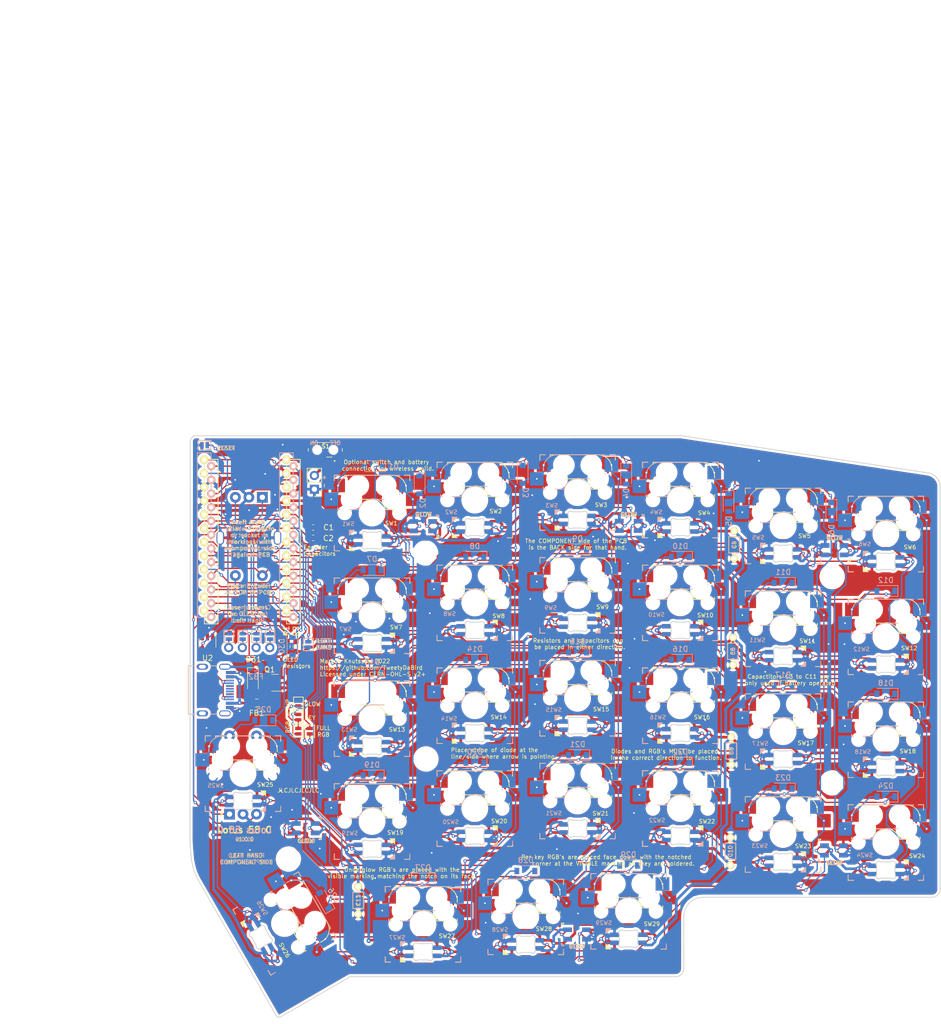
<source format=kicad_pcb>
(kicad_pcb (version 20211014) (generator pcbnew)
  (title_block (title "Lotus 58 C") (date "2022-10-25") (rev "v1.0.0") (company "Markus Knutsson <markus.knutsson@tweety.se>") (comment 1 "https://github.com/TweetyDaBird") (comment 2 "Licensed under CERN-OHL-S v2 or any superseding version"))
  (layers (0 "F.Cu" signal) (31 "B.Cu" signal) (34 "B.Paste" user) (35 "F.Paste" user) (36 "B.SilkS" user "B.Silkscreen") (37 "F.SilkS" user "F.Silkscreen") (38 "B.Mask" user) (39 "F.Mask" user) (44 "Edge.Cuts" user))
  (net 0 "")
  (net 1 "Net-(D1-Pad2)")
  (net 2 "row4")
  (net 3 "Net-(D2-Pad2)")
  (net 4 "Net-(D3-Pad2)")
  (net 5 "row0")
  (net 6 "Net-(D4-Pad2)")
  (net 7 "row1")
  (net 8 "Net-(D5-Pad2)")
  (net 9 "row2")
  (net 10 "Net-(D6-Pad2)")
  (net 11 "row3")
  (net 12 "Net-(D7-Pad2)")
  (net 13 "Net-(D8-Pad2)")
  (net 14 "Net-(D9-Pad2)")
  (net 15 "Net-(D10-Pad2)")
  (net 16 "Net-(D11-Pad2)")
  (net 17 "Net-(D12-Pad2)")
  (net 18 "Net-(D13-Pad2)")
  (net 19 "Net-(D14-Pad2)")
  (net 20 "Net-(D15-Pad2)")
  (net 21 "Net-(D16-Pad2)")
  (net 22 "Net-(D17-Pad2)")
  (net 23 "Net-(D18-Pad2)")
  (net 24 "Net-(D19-Pad2)")
  (net 25 "Net-(D20-Pad2)")
  (net 26 "Net-(D21-Pad2)")
  (net 27 "Net-(D22-Pad2)")
  (net 28 "Net-(D23-Pad2)")
  (net 29 "Net-(D24-Pad2)")
  (net 30 "Net-(D26-Pad2)")
  (net 31 "Net-(D27-Pad2)")
  (net 32 "Net-(D28-Pad2)")
  (net 33 "VCC")
  (net 34 "GND")
  (net 35 "col0")
  (net 36 "col1")
  (net 37 "col2")
  (net 38 "col3")
  (net 39 "col4")
  (net 40 "col5")
  (net 41 "SDA")
  (net 42 "LED")
  (net 43 "SCL")
  (net 44 "RESET")
  (net 45 "Net-(D29-Pad2)")
  (net 46 "DATA")
  (net 47 "Net-(D30-Pad2)")
  (net 48 "Hand")
  (net 49 "B")
  (net 50 "A")
  (net 51 "Alt")
  (net 52 "Net-(LED1-Pad2)")
  (net 53 "Net-(LED2-Pad2)")
  (net 54 "Net-(JP5-Pad1)")
  (net 55 "Net-(JP10-Pad1)")
  (net 56 "Net-(JP11-Pad1)")
  (net 57 "Net-(JP12-Pad1)")
  (net 58 "Net-(LED3-Pad2)")
  (net 59 "Net-(LED4-Pad2)")
  (net 60 "Net-(LED5-Pad2)")
  (net 61 "Net-(LED12-Pad4)")
  (net 62 "Net-(LED7-Pad4)")
  (net 63 "Net-(LED13-Pad4)")
  (net 64 "Net-(LED8-Pad4)")
  (net 65 "Net-(LED10-Pad2)")
  (net 66 "Net-(LED10-Pad4)")
  (net 67 "Net-(LED11-Pad4)")
  (net 68 "Net-(LED13-Pad2)")
  (net 69 "Net-(LED14-Pad2)")
  (net 70 "Net-(LED15-Pad2)")
  (net 71 "Net-(LED16-Pad2)")
  (net 72 "Net-(LED17-Pad2)")
  (net 73 "Net-(LED18-Pad2)")
  (net 74 "Net-(LED19-Pad4)")
  (net 75 "Net-(LED19-Pad2)")
  (net 76 "Net-(LED20-Pad4)")
  (net 77 "Net-(LED21-Pad4)")
  (net 78 "Net-(LED22-Pad4)")
  (net 79 "Net-(LED23-Pad4)")
  (net 80 "Net-(LED25-Pad2)")
  (net 81 "Net-(LED26-Pad2)")
  (net 82 "Net-(LED27-Pad2)")
  (net 83 "Net-(LED28-Pad2)")
  (net 84 "Net-(LED30-Pad1)")
  (net 85 "Net-(LED31-Pad1)")
  (net 86 "Net-(LED32-Pad1)")
  (net 87 "Net-(LED33-Pad1)")
  (net 88 "Net-(LED34-Pad1)")
  (net 89 "RGB_KEY")
  (net 90 "RGB_GLOW")
  (net 91 "RGB_LINK")
  (net 92 "Battery")
  (net 93 "/Batt")
  (net 94 "unconnected-(LED35-Pad1)")
  (net 99 "/VBUS2")
  (net 100 "/VBUS1")
  (net 113 "/Shield")
  (footprint "MountingHole:MountingHole_3.7mm" (layer "F.Cu") (at 124.32538 57.40908)
    (fp_text reference "TH1" hide)
    (fp_text value "HOLE")
  )
  (footprint "MountingHole:MountingHole_3.7mm" (layer "F.Cu") (at 199.7 61.8)
    (fp_text reference "TH2" hide)
    (fp_text value "HOLE")
  )
  (footprint "MountingHole:MountingHole_3.7mm" (layer "F.Cu") (at 124.3965 95.5675)
    (fp_text reference "TH3" hide)
    (fp_text value "HOLE")
  )
  (footprint "MountingHole:MountingHole_3.7mm" (layer "F.Cu") (at 199.7 100)
    (fp_text reference "TH4" hide)
    (fp_text value "HOLE")
  )
  (footprint "MountingHole:MountingHole_3.7mm" (layer "F.Cu") (at 98.8949 114.1095 90)
    (fp_text reference "TH5" hide)
    (fp_text value "HOLE")
  )
  (footprint "Common Library:Jumper_Mini" (layer "F.Cu") (at 95.4987 72.8755 90)
    (fp_text reference "JP9" hide)
    (fp_text value "Jumper_NO_Small" hide)
  )
  (footprint "Common Library:Jumper_Mini" (layer "F.Cu") (at 92.990766 72.8755 90)
    (fp_text reference "JP10" hide)
    (fp_text value "Jumper_NO_Small" hide)
  )
  (footprint "Common Library:Jumper_Mini" (layer "F.Cu") (at 90.419332 72.8755 90)
    (fp_text reference "JP11" hide)
    (fp_text value "Jumper_NO_Small" hide)
  )
  (footprint "Common Library:Jumper_Mini" (layer "F.Cu") (at 87.8479 72.8755 90)
    (fp_text reference "JP12" hide)
    (fp_text value "Jumper_NO_Small" hide)
  )
  (footprint "keyswitches:Kailh_socket_MX_reversible_RGB" (layer "F.Cu") (at 133.45 47.6)
    (fp_text reference "SW2")
    (fp_text value "Kailh hotswap MX socket")
  )
  (footprint "keyswitches:Kailh_socket_MX_reversible_RGB" (layer "F.Cu") (at 152.5 46.21)
    (fp_text reference "SW3")
    (fp_text value "Kailh hotswap MX socket")
  )
  (footprint "keyswitches:Kailh_socket_MX_reversible_RGB" (layer "F.Cu") (at 171.55 47.6)
    (fp_text reference "SW4")
    (fp_text value "Kailh hotswap MX socket")
  )
  (footprint "keyswitches:Kailh_socket_MX_reversible_RGB" (layer "F.Cu") (at 209.65 53.9)
    (fp_text reference "SW6")
    (fp_text value "Kailh hotswap MX socket")
  )
  (footprint "keyswitches:Kailh_socket_MX_reversible_RGB" (layer "F.Cu") (at 114.4 69.05)
    (fp_text reference "SW7")
    (fp_text value "Kailh hotswap MX socket")
  )
  (footprint "keyswitches:Kailh_socket_MX_reversible_RGB" (layer "F.Cu") (at 152.5 65.26)
    (fp_text reference "SW9")
    (fp_text value "Kailh hotswap MX socket")
  )
  (footprint "keyswitches:Kailh_socket_MX_reversible_RGB" (layer "F.Cu") (at 171.55 66.65)
    (fp_text reference "SW10")
    (fp_text value "Kailh hotswap MX socket")
  )
  (footprint "keyswitches:Kailh_socket_MX_reversible_RGB" (layer "F.Cu") (at 190.6 71.45)
    (fp_text reference "SW11")
    (fp_text value "Kailh hotswap MX socket")
  )
  (footprint "keyswitches:Kailh_socket_MX_reversible_RGB" (layer "F.Cu") (at 209.65 72.95)
    (fp_text reference "SW12")
    (fp_text value "Kailh hotswap MX socket")
  )
  (footprint "keyswitches:Kailh_socket_MX_reversible_RGB" (layer "F.Cu") (at 114.4 88.1)
    (fp_text reference "SW13")
    (fp_text value "Kailh hotswap MX socket")
  )
  (footprint "keyswitches:Kailh_socket_MX_reversible_RGB" (layer "F.Cu") (at 133.45 85.7)
    (fp_text reference "SW14")
    (fp_text value "Kailh hotswap MX socket")
  )
  (footprint "keyswitches:Kailh_socket_MX_reversible_RGB" (layer "F.Cu") (at 152.5 84.31)
    (fp_text reference "SW15")
    (fp_text value "Kailh hotswap MX socket")
  )
  (footprint "keyswitches:Kailh_socket_MX_reversible_RGB" (layer "F.Cu") (at 190.6 90.5)
    (fp_text reference "SW17")
    (fp_text value "Kailh hotswap MX socket")
  )
  (footprint "keyswitches:Kailh_socket_MX_reversible_RGB" (layer "F.Cu") (at 209.65 92)
    (fp_text reference "SW18")
    (fp_text value "Kailh hotswap MX socket")
  )
  (footprint "keyswitches:Kailh_socket_MX_reversible_RGB" (layer "F.Cu") (at 114.4 107.15)
    (fp_text reference "SW19")
    (fp_text value "Kailh hotswap MX socket")
  )
  (footprint "keyswitches:Kailh_socket_MX_reversible_RGB" (layer "F.Cu") (at 133.45 104.75)
    (fp_text reference "SW20")
    (fp_text value "Kailh hotswap MX socket")
  )
  (footprint "keyswitches:Kailh_socket_MX_reversible_RGB" (layer "F.Cu") (at 152.5 103.36)
    (fp_text reference "SW21")
    (fp_text value "Kailh hotswap MX socket")
  )
  (footprint "keyswitches:Kailh_socket_MX_reversible_RGB" (layer "F.Cu") (at 171.55 104.75)
    (fp_text reference "SW22")
    (fp_text value "Kailh hotswap MX socket")
  )
  (footprint "keyswitches:Kailh_socket_MX_reversible_RGB" (layer "F.Cu") (at 190.6 109.55)
    (fp_text reference "SW23")
    (fp_text value "Kailh hotswap MX socket")
  )
  (footprint "keyswitches:Kailh_socket_MX_reversible_RGB" (layer "F.Cu") (at 123.85 126.2)
    (fp_text reference "SW27")
    (fp_text value "Kailh hotswap MX socket")
  )
  (footprint "keyswitches:Kailh_socket_MX_reversible_RGB" (layer "F.Cu") (at 142.8977 124.8283)
    (fp_text reference "SW28")
    (fp_text value "Kailh hotswap MX socket")
  )
  (footprint "keyswitches:Kailh_socket_MX_reversible_RGB" (layer "F.Cu") (at 161.95 123.8)
    (fp_text reference "SW29")
    (fp_text value "Kailh hotswap MX socket")
  )
  (footprint "keyswitches:Kailh_socket_MX_reversible_RGB" (layer "F.Cu") (at 114.4 50)
    (fp_text reference "SW1")
    (fp_text value "Kailh hotswap MX socket")
  )
  (footprint "keyswitches:Kailh_socket_MX_reversible_RGB" (layer "F.Cu") (at 90.4748 98.2853)
    (fp_text reference "SW25")
    (fp_text value "Kailh hotswap MX socket")
  )
  (footprint "keyswitches:Kailh_socket_MX_reversible_RGB" (layer "F.Cu") (at 209.65 111.05)
    (fp_text reference "SW24")
    (fp_text value "Kailh hotswap MX socket")
  )
  (footprint "Resistor_SMD:R_0603_1608Metric_Pad0.98x0.95mm_HandSolder" (layer "F.Cu") (at 100.3 74.75 90)
    (fp_text reference "R2")
    (fp_text value "4k7" hide)
  )
  (footprint "Capacitor_SMD:C_0603_1608Metric_Pad1.08x0.95mm_HandSolder" (layer "F.Cu") (at 103.49 52.69)
    (fp_text reference "C1")
    (fp_text value "100nF")
  )
  (footprint "Capacitor_SMD:C_0603_1608Metric_Pad1.08x0.95mm_HandSolder" (layer "F.Cu") (at 103.49 54.61 180)
    (fp_text reference "C2")
    (fp_text value "100nF")
  )
  (footprint "keyswitches:Kailh_socket_MX_reversible_RGB" (layer "F.Cu") (at 98.171 126.0475 -60)
    (fp_text reference "SW26")
    (fp_text value "Kailh hotswap MX socket")
  )
  (footprint "keyswitches:Kailh_socket_MX_reversible_RGB" (layer "F.Cu") (at 171.55 85.7)
    (fp_text reference "SW16")
    (fp_text value "Kailh hotswap MX socket")
  )
  (footprint "KiCad-SSD1306-0.91-OLED-4pin-128x32:SSD1306-0.91-OLED-4pin-128x32" (layer "F.Cu") (at 97.6305 38.4435 -90)
    (fp_text reference "P1" hide)
    (fp_text value "OLED")
  )
  (footprint "Keyboard Library:LED_SK6812MINI_PLCC4_3.5x3.5mm_P1.75mm" (layer "F.Cu") (at 152.4 128.0795 180)
    (fp_text reference "LED31" hide)
    (fp_text value "SK6812MINI")
  )
  (footprint "Keyboard Library:LED_SK6812MINI_PLCC4_3.5x3.5mm_P1.75mm" (layer "F.Cu") (at 102.108 108.3945)
    (fp_text reference "LED30" hide)
    (fp_text value "SK6812MINI")
  )
  (footprint "Keyboard Library:LED_SK6812MINI_PLCC4_3.5x3.5mm_P1.75mm" (layer "F.Cu") (at 200.152 56.896)
    (fp_text reference "LED33" hide)
    (fp_text value "SK6812MINI")
  )
  (footprint "Keyboard Library:LED_SK6812MINI_PLCC4_3.5x3.5mm_P1.75mm" (layer "F.Cu") (at 123.8885 52.451)
    (fp_text reference "LED35" hide)
    (fp_text value "SK6812MINI")
  )
  (footprint "Keyboard Library:RotaryEncoder_Alps_EC11E-Switch_Vertical_H20_special" (layer "F.Cu") (at 91.567 54.594 -90)
    (fp_text reference "SW30" hide)
    (fp_text value "Rotary_Encoder_Switch")
  )
  (footprint "Keyboard Library:ProMicro_Reversible" (layer "F.Cu") (at 92.106 54.9)
    (fp_text reference "U1" hide)
    (fp_text value "ProMicro" hide)
  )
  (footprint "Resistor_SMD:R_0603_1608Metric_Pad0.98x0.95mm_HandSolder" (layer "F.Cu") (at 98.67 74.75 90)
    (fp_text reference "R1")
    (fp_text value "4k7")
  )
  (footprint "keyswitches:Kailh_socket_MX_reversible_RGB" (layer "F.Cu") (at 190.6 52.4)
    (fp_text reference "SW5")
    (fp_text value "Kailh hotswap MX socket")
  )
  (footprint "Keyboard Library:RotaryEncoder_Alps_EC11E-Switch_Special" (layer "F.Cu") (at 90.4748 98.2853 90)
    (fp_text reference "SW31" hide)
    (fp_text value "Rotary_Encoder_Switch")
  )
  (footprint "Keyboard Library:LED_SK6812MINI_PLCC4_3.5x3.5mm_P1.75mm" (layer "F.Cu") (at 161.9885 52.3875)
    (fp_text reference "LED34" hide)
    (fp_text value "SK6812MINI")
  )
  (footprint "Common Library:Jumper_Mini" (layer "F.Cu") (at 102.59 74.35 -90)
    (fp_text reference "JP3" hide)
    (fp_text value "LEFT" hide)
  )
  (footprint "keyswitches:Kailh_socket_MX_reversible_RGB" (layer "F.Cu") (at 133.45 66.65)
    (fp_text reference "SW8")
    (fp_text value "Kailh hotswap MX socket")
  )
  (footprint "kicad-keyboard-parts:MX_SK6812MINI-E_REVERSIBLE" (layer "F.Cu") (at 114.4 55.08 180)
    (fp_text reference "LED1" hide)
    (fp_text value "SK6812MINI-E")
    (fp_line (start 0.794452 1.499999) (end -0.794452 1.499999) (layer "Edge.Cuts") (width 0.15))
    (fp_line (start 1.699999 -0.702843) (end 1.699999 0.702841) (layer "Edge.Cuts") (width 0.15))
    (fp_line (start -0.794452 -1.5) (end 0.794453 -1.5) (layer "Edge.Cuts") (width 0.15))
    (fp_line (start -1.699999 0.702841) (end -1.699999 -0.702843) (layer "Edge.Cuts") (width 0.15))
    (fp_arc (start 0.794452 1.499999) (mid 0.925123 1.517376) (end 1.046711 1.568298) (layer "Edge.Cuts") (width 0.15))
    (fp_arc (start 1.046711 -1.568299) (mid 1.638071 -1.504036) (end 1.749484 -0.919721) (layer "Edge.Cuts") (width 0.15))
    (fp_arc (start -1.046711 1.568296) (mid -1.63807 1.504033) (end -1.749484 0.919719) (layer "Edge.Cuts") (width 0.15))
    (fp_arc (start -1.749484 -0.919721) (mid -1.638071 -1.504036) (end -1.046711 -1.5683) (layer "Edge.Cuts") (width 0.15))
    (fp_arc (start -1.749484 -0.919721) (mid -1.712527 -0.814069) (end -1.699999 -0.702843) (layer "Edge.Cuts") (width 0.15))
    (fp_arc (start 1.046711 -1.568299) (mid 0.925123 -1.517377) (end 0.794453 -1.5) (layer "Edge.Cuts") (width 0.15))
    (fp_arc (start 1.749484 0.919718) (mid 1.638072 1.504034) (end 1.046711 1.568298) (layer "Edge.Cuts") (width 0.15))
    (fp_arc (start -1.699999 0.702842) (mid -1.712527 0.814067) (end -1.749484 0.919719) (layer "Edge.Cuts") (width 0.15))
    (fp_arc (start -1.04671 1.568298) (mid -0.925122 1.517376) (end -0.794452 1.499999) (layer "Edge.Cuts") (width 0.15))
    (fp_arc (start 1.699999 -0.702844) (mid 1.712526 -0.81407) (end 1.749484 -0.919721) (layer "Edge.Cuts") (width 0.15))
    (fp_arc (start -0.794453 -1.500001) (mid -0.925123 -1.517378) (end -1.046711 -1.5683) (layer "Edge.Cuts") (width 0.15))
    (fp_arc (start 1.749484 0.919719) (mid 1.712511 0.81407) (end 1.699999 0.702841) (layer "Edge.Cuts") (width 0.15))
  )
  (footprint "Common Library:Jumper_Mini" (layer "F.Cu") (at 83.3628 37.4396 180)
    (fp_text reference "JP2" hide)
    (fp_text value "RESET" hide)
  )
  (footprint "kicad-keyboard-parts:MX_SK6812MINI-E_REVERSIBLE" (layer "F.Cu") (at 133.45 52.68 180)
    (fp_text reference "LED2" hide)
    (fp_text value "SK6812MINI-E")
    (fp_line (start -0.794452 -1.5) (end 0.794453 -1.5) (layer "Edge.Cuts") (width 0.15))
    (fp_line (start 1.699999 -0.702843) (end 1.699999 0.702841) (layer "Edge.Cuts") (width 0.15))
    (fp_line (start 0.794452 1.499999) (end -0.794452 1.499999) (layer "Edge.Cuts") (width 0.15))
    (fp_line (start -1.699999 0.702841) (end -1.699999 -0.702843) (layer "Edge.Cuts") (width 0.15))
    (fp_arc (start 1.749484 0.919718) (mid 1.638072 1.504034) (end 1.046711 1.568298) (layer "Edge.Cuts") (width 0.15))
    (fp_arc (start 1.749484 0.919719) (mid 1.712511 0.81407) (end 1.699999 0.702841) (layer "Edge.Cuts") (width 0.15))
    (fp_arc (start -0.794453 -1.500001) (mid -0.925123 -1.517378) (end -1.046711 -1.5683) (layer "Edge.Cuts") (width 0.15))
    (fp_arc (start 1.046711 -1.568299) (mid 1.638071 -1.504036) (end 1.749484 -0.919721) (layer "Edge.Cuts") (width 0.15))
    (fp_arc (start -1.749484 -0.919721) (mid -1.712527 -0.814069) (end -1.699999 -0.702843) (layer "Edge.Cuts") (width 0.15))
    (fp_arc (start 1.046711 -1.568299) (mid 0.925123 -1.517377) (end 0.794453 -1.5) (layer "Edge.Cuts") (width 0.15))
    (fp_arc (start -1.699999 0.702842) (mid -1.712527 0.814067) (end -1.749484 0.919719) (layer "Edge.Cuts") (width 0.15))
    (fp_arc (start -1.046711 1.568296) (mid -1.63807 1.504033) (end -1.749484 0.919719) (layer "Edge.Cuts") (width 0.15))
    (fp_arc (start -1.04671 1.568298) (mid -0.925122 1.517376) (end -0.794452 1.499999) (layer "Edge.Cuts") (width 0.15))
    (fp_arc (start -1.749484 -0.919721) (mid -1.638071 -1.504036) (end -1.046711 -1.5683) (layer "Edge.Cuts") (width 0.15))
    (fp_arc (start 0.794452 1.499999) (mid 0.925123 1.517376) (end 1.046711 1.568298) (layer "Edge.Cuts") (width 0.15))
    (fp_arc (start 1.699999 -0.702844) (mid 1.712526 -0.81407) (end 1.749484 -0.919721) (layer "Edge.Cuts") (width 0.15))
  )
  (footprint "kicad-keyboard-parts:MX_SK6812MINI-E_REVERSIBLE" (layer "F.Cu") (at 152.5 51.29 180)
    (fp_text reference "LED3" hide)
    (fp_text value "SK6812MINI-E")
    (fp_line (start -0.794452 -1.5) (end 0.794453 -1.5) (layer "Edge.Cuts") (width 0.15))
    (fp_line (start 1.699999 -0.702843) (end 1.699999 0.702841) (layer "Edge.Cuts") (width 0.15))
    (fp_line (start -1.699999 0.702841) (end -1.699999 -0.702843) (layer "Edge.Cuts") (width 0.15))
    (fp_line (start 0.794452 1.499999) (end -0.794452 1.499999) (layer "Edge.Cuts") (width 0.15))
    (fp_arc (start 1.046711 -1.568299) (mid 1.638071 -1.504036) (end 1.749484 -0.919721) (layer "Edge.Cuts") (width 0.15))
    (fp_arc (start -1.749484 -0.919721) (mid -1.638071 -1.504036) (end -1.046711 -1.5683) (layer "Edge.Cuts") (width 0.15))
    (fp_arc (start 1.699999 -0.702844) (mid 1.712526 -0.81407) (end 1.749484 -0.919721) (layer "Edge.Cuts") (width 0.15))
    (fp_arc (start -1.04671 1.568298) (mid -0.925122 1.517376) (end -0.794452 1.499999) (layer "Edge.Cuts") (width 0.15))
    (fp_arc (start -1.699999 0.702842) (mid -1.712527 0.814067) (end -1.749484 0.919719) (layer "Edge.Cuts") (width 0.15))
    (fp_arc (start -1.749484 -0.919721) (mid -1.712527 -0.814069) (end -1.699999 -0.702843) (layer "Edge.Cuts") (width 0.15))
    (fp_arc (start -0.794453 -1.500001) (mid -0.925123 -1.517378) (end -1.046711 -1.5683) (layer "Edge.Cuts") (width 0.15))
    (fp_arc (start 1.749484 0.919719) (mid 1.712511 0.81407) (end 1.699999 0.702841) (layer "Edge.Cuts") (width 0.15))
    (fp_arc (start 1.046711 -1.568299) (mid 0.925123 -1.517377) (end 0.794453 -1.5) (layer "Edge.Cuts") (width 0.15))
    (fp_arc (start 0.794452 1.499999) (mid 0.925123 1.517376) (end 1.046711 1.568298) (layer "Edge.Cuts") (width 0.15))
    (fp_arc (start 1.749484 0.919718) (mid 1.638072 1.504034) (end 1.046711 1.568298) (layer "Edge.Cuts") (width 0.15))
    (fp_arc (start -1.046711 1.568296) (mid -1.63807 1.504033) (end -1.749484 0.919719) (layer "Edge.Cuts") (width 0.15))
  )
  (footprint "kicad-keyboard-parts:MX_SK6812MINI-E_REVERSIBLE" (layer "F.Cu") (at 171.55 52.68 180)
    (fp_text reference "LED4" hide)
    (fp_text value "SK6812MINI-E")
    (fp_line (start 1.699999 -0.702843) (end 1.699999 0.702841) (layer "Edge.Cuts") (width 0.15))
    (fp_line (start 0.794452 1.499999) (end -0.794452 1.499999) (layer "Edge.Cuts") (width 0.15))
    (fp_line (start -0.794452 -1.5) (end 0.794453 -1.5) (layer "Edge.Cuts") (width 0.15))
    (fp_line (start -1.699999 0.702841) (end -1.699999 -0.702843) (layer "Edge.Cuts") (width 0.15))
    (fp_arc (start -1.749484 -0.919721) (mid -1.712527 -0.814069) (end -1.699999 -0.702843) (layer "Edge.Cuts") (width 0.15))
    (fp_arc (start 1.699999 -0.702844) (mid 1.712526 -0.81407) (end 1.749484 -0.919721) (layer "Edge.Cuts") (width 0.15))
    (fp_arc (start -1.046711 1.568296) (mid -1.63807 1.504033) (end -1.749484 0.919719) (layer "Edge.Cuts") (width 0.15))
    (fp_arc (start 1.046711 -1.568299) (mid 1.638071 -1.504036) (end 1.749484 -0.919721) (layer "Edge.Cuts") (width 0.15))
    (fp_arc (start 1.749484 0.919718) (mid 1.638072 1.504034) (end 1.046711 1.568298) (layer "Edge.Cuts") (width 0.15))
    (fp_arc (start -1.749484 -0.919721) (mid -1.638071 -1.504036) (end -1.046711 -1.5683) (layer "Edge.Cuts") (width 0.15))
    (fp_arc (start -1.04671 1.568298) (mid -0.925122 1.517376) (end -0.794452 1.499999) (layer "Edge.Cuts") (width 0.15))
    (fp_arc (start -0.794453 -1.500001) (mid -0.925123 -1.517378) (end -1.046711 -1.5683) (layer "Edge.Cuts") (width 0.15))
    (fp_arc (start 1.749484 0.919719) (mid 1.712511 0.81407) (end 1.699999 0.702841) (layer "Edge.Cuts") (width 0.15))
    (fp_arc (start -1.699999 0.702842) (mid -1.712527 0.814067) (end -1.749484 0.919719) (layer "Edge.Cuts") (width 0.15))
    (fp_arc (start 1.046711 -1.568299) (mid 0.925123 -1.517377) (end 0.794453 -1.5) (layer "Edge.Cuts") (width 0.15))
    (fp_arc (start 0.794452 1.499999) (mid 0.925123 1.517376) (end 1.046711 1.568298) (layer "Edge.Cuts") (width 0.15))
  )
  (footprint "kicad-keyboard-parts:MX_SK6812MINI-E_REVERSIBLE" (layer "F.Cu") (at 190.6 57.48 180)
    (fp_text reference "LED5" hide)
    (fp_text value "SK6812MINI-E")
    (fp_line (start 0.794452 1.499999) (end -0.794452 1.499999) (layer "Edge.Cuts") (width 0.15))
    (fp_line (start 1.699999 -0.702843) (end 1.699999 0.702841) (layer "Edge.Cuts") (width 0.15))
    (fp_line (start -0.794452 -1.5) (end 0.794453 -1.5) (layer "Edge.Cuts") (width 0.15))
    (fp_line (start -1.699999 0.702841) (end -1.699999 -0.702843) (layer "Edge.Cuts") (width 0.15))
    (fp_arc (start -1.046711 1.568296) (mid -1.63807 1.504033) (end -1.749484 0.919719) (layer "Edge.Cuts") (width 0.15))
    (fp_arc (start -1.04671 1.568298) (mid -0.925122 1.517376) (end -0.794452 1.499999) (layer "Edge.Cuts") (width 0.15))
    (fp_arc (start 1.749484 0.919718) (mid 1.638072 1.504034) (end 1.046711 1.568298) (layer "Edge.Cuts") (width 0.15))
    (fp_arc (start 1.046711 -1.568299) (mid 0.925123 -1.517377) (end 0.794453 -1.5) (layer "Edge.Cuts") (width 0.15))
    (fp_arc (start 0.794452 1.499999) (mid 0.925123 1.517376) (end 1.046711 1.568298) (layer "Edge.Cuts") (width 0.15))
    (fp_arc (start 1.699999 -0.702844) (mid 1.712526 -0.81407) (end 1.749484 -0.919721) (layer "Edge.Cuts") (width 0.15))
    (fp_arc (start -1.749484 -0.919721) (mid -1.712527 -0.814069) (end -1.699999 -0.702843) (layer "Edge.Cuts") (width 0.15))
    (fp_arc (start -1.699999 0.702842) (mid -1.712527 0.814067) (end -1.749484 0.919719) (layer "Edge.Cuts") (width 0.15))
    (fp_arc (start 1.749484 0.919719) (mid 1.712511 0.81407) (end 1.699999 0.702841) (layer "Edge.Cuts") (width 0.15))
    (fp_arc (start -1.749484 -0.919721) (mid -1.638071 -1.504036) (end -1.046711 -1.5683) (layer "Edge.Cuts") (width 0.15))
    (fp_arc (start 1.046711 -1.568299) (mid 1.638071 -1.504036) (end 1.749484 -0.919721) (layer "Edge.Cuts") (width 0.15))
    (fp_arc (start -0.794453 -1.500001) (mid -0.925123 -1.517378) (end -1.046711 -1.5683) (layer "Edge.Cuts") (width 0.15))
  )
  (footprint "kicad-keyboard-parts:MX_SK6812MINI-E_REVERSIBLE" (layer "F.Cu") (at 209.65 58.98 180)
    (fp_text reference "LED6" hide)
    (fp_text value "SK6812MINI-E")
    (fp_line (start -1.699999 0.702841) (end -1.699999 -0.702843) (layer "Edge.Cuts") (width 0.15))
    (fp_line (start -0.794452 -1.5) (end 0.794453 -1.5) (layer "Edge.Cuts") (width 0.15))
    (fp_line (start 0.794452 1.499999) (end -0.794452 1.499999) (layer "Edge.Cuts") (width 0.15))
    (fp_line (start 1.699999 -0.702843) (end 1.699999 0.702841) (layer "Edge.Cuts") (width 0.15))
    (fp_arc (start 1.749484 0.919719) (mid 1.712511 0.81407) (end 1.699999 0.702841) (layer "Edge.Cuts") (width 0.15))
    (fp_arc (start -1.749484 -0.919721) (mid -1.638071 -1.504036) (end -1.046711 -1.5683) (layer "Edge.Cuts") (width 0.15))
    (fp_arc (start -0.794453 -1.500001) (mid -0.925123 -1.517378) (end -1.046711 -1.5683) (layer "Edge.Cuts") (width 0.15))
    (fp_arc (start 1.046711 -1.568299) (mid 1.638071 -1.504036) (end 1.749484 -0.919721) (layer "Edge.Cuts") (width 0.15))
    (fp_arc (start 1.046711 -1.568299) (mid 0.925123 -1.517377) (end 0.794453 -1.5) (layer "Edge.Cuts") (width 0.15))
    (fp_arc (start -1.749484 -0.919721) (mid -1.712527 -0.814069) (end -1.699999 -0.702843) (layer "Edge.Cuts") (width 0.15))
    (fp_arc (start 0.794452 1.499999) (mid 0.925123 1.517376) (end 1.046711 1.568298) (layer "Edge.Cuts") (width 0.15))
    (fp_arc (start 1.749484 0.919718) (mid 1.638072 1.504034) (end 1.046711 1.568298) (layer "Edge.Cuts") (width 0.15))
    (fp_arc (start -1.699999 0.702842) (mid -1.712527 0.814067) (end -1.749484 0.919719) (layer "Edge.Cuts") (width 0.15))
    (fp_arc (start 1.699999 -0.702844) (mid 1.712526 -0.81407) (end 1.749484 -0.919721) (layer "Edge.Cuts") (width 0.15))
    (fp_arc (start -1.046711 1.568296) (mid -1.63807 1.504033) (end -1.749484 0.919719) (layer "Edge.Cuts") (width 0.15))
    (fp_arc (start -1.04671 1.568298) (mid -0.925122 1.517376) (end -0.794452 1.499999) (layer "Edge.Cuts") (width 0.15))
  )
  (footprint "kicad-keyboard-parts:MX_SK6812MINI-E_REVERSIBLE" (layer "F.Cu") (at 114.4 74.13)
    (fp_text reference "LED7" hide)
    (fp_text value "SK6812MINI-E")
    (fp_line (start -0.794452 -1.5) (end 0.794453 -1.5) (layer "Edge.Cuts") (width 0.15))
    (fp_line (start -1.699999 0.702841) (end -1.699999 -0.702843) (layer "Edge.Cuts") (width 0.15))
    (fp_line (start 1.699999 -0.702843) (end 1.699999 0.702841) (layer "Edge.Cuts") (width 0.15))
    (fp_line (start 0.794452 1.499999) (end -0.794452 1.499999) (layer "Edge.Cuts") (width 0.15))
    (fp_arc (start 1.046711 -1.568299) (mid 0.925123 -1.517377) (end 0.794453 -1.5) (layer "Edge.Cuts") (width 0.15))
    (fp_arc (start -1.749484 -0.919721) (mid -1.638071 -1.504036) (end -1.046711 -1.5683) (layer "Edge.Cuts") (width 0.15))
    (fp_arc (start -0.794453 -1.500001) (mid -0.925123 -1.517378) (end -1.046711 -1.5683) (layer "Edge.Cuts") (width 0.15))
    (fp_arc (start -1.046711 1.568296) (mid -1.63807 1.504033) (end -1.749484 0.919719) (layer "Edge.Cuts") (width 0.15))
    (fp_arc (start -1.04671 1.568298) (mid -0.925122 1.517376) (end -0.794452 1.499999) (layer "Edge.Cuts") (width 0.15))
    (fp_arc (start 1.749484 0.919719) (mid 1.712511 0.81407) (end 1.699999 0.702841) (layer "Edge.Cuts") (width 0.15))
    (fp_arc (start 1.046711 -1.568299) (mid 1.638071 -1.504036) (end 1.749484 -0.919721) (layer "Edge.Cuts") (width 0.15))
    (fp_arc (start 1.749484 0.919718) (mid 1.638072 1.504034) (end 1.046711 1.568298) (layer "Edge.Cuts") (width 0.15))
    (fp_arc (start 1.699999 -0.702844) (mid 1.712526 -0.81407) (end 1.749484 -0.919721) (layer "Edge.Cuts") (width 0.15))
    (fp_arc (start 0.794452 1.499999) (mid 0.925123 1.517376) (end 1.046711 1.568298) (layer "Edge.Cuts") (width 0.15))
    (fp_arc (start -1.749484 -0.919721) (mid -1.712527 -0.814069) (end -1.699999 -0.702843) (layer "Edge.Cuts") (width 0.15))
    (fp_arc (start -1.699999 0.702842) (mid -1.712527 0.814067) (end -1.749484 0.919719) (layer "Edge.Cuts") (width 0.15))
  )
  (footprint "kicad-keyboard-parts:MX_SK6812MINI-E_REVERSIBLE" (layer "F.Cu") (at 133.45 71.73)
    (fp_text reference "LED8" hide)
    (fp_text value "SK6812MINI-E")
    (fp_line (start -1.699999 0.702841) (end -1.699999 -0.702843) (layer "Edge.Cuts") (width 0.15))
    (fp_line (start 0.794452 1.499999) (end -0.794452 1.499999) (layer "Edge.Cuts") (width 0.15))
    (fp_line (start 1.699999 -0.702843) (end 1.699999 0.702841) (layer "Edge.Cuts") (width 0.15))
    (fp_line (start -0.794452 -1.5) (end 0.794453 -1.5) (layer "Edge.Cuts") (width 0.15))
    (fp_arc (start 1.046711 -1.568299) (mid 0.925123 -1.517377) (end 0.794453 -1.5) (layer "Edge.Cuts") (width 0.15))
    (fp_arc (start -1.04671 1.568298) (mid -0.925122 1.517376) (end -0.794452 1.499999) (layer "Edge.Cuts") (width 0.15))
    (fp_arc (start 1.749484 0.919719) (mid 1.712511 0.81407) (end 1.699999 0.702841) (layer "Edge.Cuts") (width 0.15))
    (fp_arc (start 0.794452 1.499999) (mid 0.925123 1.517376) (end 1.046711 1.568298) (layer "Edge.Cuts") (width 0.15))
    (fp_arc (start 1.046711 -1.568299) (mid 1.638071 -1.504036) (end 1.749484 -0.919721) (layer "Edge.Cuts") (width 0.15))
    (fp_arc (start -1.749484 -0.919721) (mid -1.712527 -0.814069) (end -1.699999 -0.702843) (layer "Edge.Cuts") (width 0.15))
    (fp_arc (start -1.699999 0.702842) (mid -1.712527 0.814067) (end -1.749484 0.919719) (layer "Edge.Cuts") (width 0.15))
    (fp_arc (start 1.699999 -0.702844) (mid 1.712526 -0.81407) (end 1.749484 -0.919721) (layer "Edge.Cuts") (width 0.15))
    (fp_arc (start -1.046711 1.568296) (mid -1.63807 1.504033) (end -1.749484 0.919719) (layer "Edge.Cuts") (width 0.15))
    (fp_arc (start -1.749484 -0.919721) (mid -1.638071 -1.504036) (end -1.046711 -1.5683) (layer "Edge.Cuts") (width 0.15))
    (fp_arc (start -0.794453 -1.500001) (mid -0.925123 -1.517378) (end -1.046711 -1.5683) (layer "Edge.Cuts") (width 0.15))
    (fp_arc (start 1.749484 0.919718) (mid 1.638072 1.504034) (end 1.046711 1.568298) (layer "Edge.Cuts") (width 0.15))
  )
  (footprint "kicad-keyboard-parts:MX_SK6812MINI-E_REVERSIBLE" (layer "F.Cu") (at 152.5 70.34)
    (fp_text reference "LED9" hide)
    (fp_text value "SK6812MINI-E")
    (fp_line (start -0.794452 -1.5) (end 0.794453 -1.5) (layer "Edge.Cuts") (width 0.15))
    (fp_line (start -1.699999 0.702841) (end -1.699999 -0.702843) (layer "Edge.Cuts") (width 0.15))
    (fp_line (start 0.794452 1.499999) (end -0.794452 1.499999) (layer "Edge.Cuts") (width 0.15))
    (fp_line (start 1.699999 -0.702843) (end 1.699999 0.702841) (layer "Edge.Cuts") (width 0.15))
    (fp_arc (start -1.749484 -0.919721) (mid -1.712527 -0.814069) (end -1.699999 -0.702843) (layer "Edge.Cuts") (width 0.15))
    (fp_arc (start -1.749484 -0.919721) (mid -1.638071 -1.504036) (end -1.046711 -1.5683) (layer "Edge.Cuts") (width 0.15))
    (fp_arc (start 0.794452 1.499999) (mid 0.925123 1.517376) (end 1.046711 1.568298) (layer "Edge.Cuts") (width 0.15))
    (fp_arc (start 1.046711 -1.568299) (mid 1.638071 -1.504036) (end 1.749484 -0.919721) (layer "Edge.Cuts") (width 0.15))
    (fp_arc (start -1.04671 1.568298) (mid -0.925122 1.517376) (end -0.794452 1.499999) (layer "Edge.Cuts") (width 0.15))
    (fp_arc (start -1.046711 1.568296) (mid -1.63807 1.504033) (end -1.749484 0.919719) (layer "Edge.Cuts") (width 0.15))
    (fp_arc (start 1.699999 -0.702844) (mid 1.712526 -0.81407) (end 1.749484 -0.919721) (layer "Edge.Cuts") (width 0.15))
    (fp_arc (start -0.794453 -1.500001) (mid -0.925123 -1.517378) (end -1.046711 -1.5683) (layer "Edge.Cuts") (width 0.15))
    (fp_arc (start -1.699999 0.702842) (mid -1.712527 0.814067) (end -1.749484 0.919719) (layer "Edge.Cuts") (width 0.15))
    (fp_arc (start 1.749484 0.919719) (mid 1.712511 0.81407) (end 1.699999 0.702841) (layer "Edge.Cuts") (width 0.15))
    (fp_arc (start 1.046711 -1.568299) (mid 0.925123 -1.517377) (end 0.794453 -1.5) (layer "Edge.Cuts") (width 0.15))
    (fp_arc (start 1.749484 0.919718) (mid 1.638072 1.504034) (end 1.046711 1.568298) (layer "Edge.Cuts") (width 0.15))
  )
  (footprint "kicad-keyboard-parts:MX_SK6812MINI-E_REVERSIBLE" (layer "F.Cu") (at 171.55 71.73)
    (fp_text reference "LED10" hide)
    (fp_text value "SK6812MINI-E")
    (fp_line (start -0.794452 -1.5) (end 0.794453 -1.5) (layer "Edge.Cuts") (width 0.15))
    (fp_line (start 1.699999 -0.702843) (end 1.699999 0.702841) (layer "Edge.Cuts") (width 0.15))
    (fp_line (start 0.794452 1.499999) (end -0.794452 1.499999) (layer "Edge.Cuts") (width 0.15))
    (fp_line (start -1.699999 0.702841) (end -1.699999 -0.702843) (layer "Edge.Cuts") (width 0.15))
    (fp_arc (start -1.04671 1.568298) (mid -0.925122 1.517376) (end -0.794452 1.499999) (layer "Edge.Cuts") (width 0.15))
    (fp_arc (start -1.699999 0.702842) (mid -1.712527 0.814067) (end -1.749484 0.919719) (layer "Edge.Cuts") (width 0.15))
    (fp_arc (start 1.046711 -1.568299) (mid 0.925123 -1.517377) (end 0.794453 -1.5) (layer "Edge.Cuts") (width 0.15))
    (fp_arc (start 1.749484 0.919719) (mid 1.712511 0.81407) (end 1.699999 0.702841) (layer "Edge.Cuts") (width 0.15))
    (fp_arc (start 1.046711 -1.568299) (mid 1.638071 -1.504036) (end 1.749484 -0.919721) (layer "Edge.Cuts") (width 0.15))
    (fp_arc (start 1.749484 0.919718) (mid 1.638072 1.504034) (end 1.046711 1.568298) (layer "Edge.Cuts") (width 0.15))
    (fp_arc (start -1.046711 1.568296) (mid -1.63807 1.504033) (end -1.749484 0.919719) (layer "Edge.Cuts") (width 0.15))
    (fp_arc (start -1.749484 -0.919721) (mid -1.712527 -0.814069) (end -1.699999 -0.702843) (layer "Edge.Cuts") (width 0.15))
    (fp_arc (start 1.699999 -0.702844) (mid 1.712526 -0.81407) (end 1.749484 -0.919721) (layer "Edge.Cuts") (width 0.15))
    (fp_arc (start -1.749484 -0.919721) (mid -1.638071 -1.504036) (end -1.046711 -1.5683) (layer "Edge.Cuts") (width 0.15))
    (fp_arc (start 0.794452 1.499999) (mid 0.925123 1.517376) (end 1.046711 1.568298) (layer "Edge.Cuts") (width 0.15))
    (fp_arc (start -0.794453 -1.500001) (mid -0.925123 -1.517378) (end -1.046711 -1.5683) (layer "Edge.Cuts") (width 0.15))
  )
  (footprint "kicad-keyboard-parts:MX_SK6812MINI-E_REVERSIBLE" (layer "F.Cu") (at 190.6 76.53)
    (fp_text reference "LED11" hide)
    (fp_text value "SK6812MINI-E")
    (fp_line (start -0.794452 -1.5) (end 0.794453 -1.5) (layer "Edge.Cuts") (width 0.15))
    (fp_line (start 1.699999 -0.702843) (end 1.699999 0.702841) (layer "Edge.Cuts") (width 0.15))
    (fp_line (start -1.699999 0.702841) (end -1.699999 -0.702843) (layer "Edge.Cuts") (width 0.15))
    (fp_line (start 0.794452 1.499999) (end -0.794452 1.499999) (layer "Edge.Cuts") (width 0.15))
    (fp_arc (start 1.699999 -0.702844) (mid 1.712526 -0.81407) (end 1.749484 -0.919721) (layer "Edge.Cuts") (width 0.15))
    (fp_arc (start -1.699999 0.702842) (mid -1.712527 0.814067) (end -1.749484 0.919719) (layer "Edge.Cuts") (width 0.15))
    (fp_arc (start -1.749484 -0.919721) (mid -1.712527 -0.814069) (end -1.699999 -0.702843) (layer "Edge.Cuts") (width 0.15))
    (fp_arc (start 1.046711 -1.568299) (mid 0.925123 -1.517377) (end 0.794453 -1.5) (layer "Edge.Cuts") (width 0.15))
    (fp_arc (start -0.794453 -1.500001) (mid -0.925123 -1.517378) (end -1.046711 -1.5683) (layer "Edge.Cuts") (width 0.15))
    (fp_arc (start 0.794452 1.499999) (mid 0.925123 1.517376) (end 1.046711 1.568298) (layer "Edge.Cuts") (width 0.15))
    (fp_arc (start -1.046711 1.568296) (mid -1.63807 1.504033) (end -1.749484 0.919719) (layer "Edge.Cuts") (width 0.15))
    (fp_arc (start -1.749484 -0.919721) (mid -1.638071 -1.504036) (end -1.046711 -1.5683) (layer "Edge.Cuts") (width 0.15))
    (fp_arc (start 1.749484 0.919719) (mid 1.712511 0.81407) (end 1.699999 0.702841) (layer "Edge.Cuts") (width 0.15))
    (fp_arc (start 1.046711 -1.568299) (mid 1.638071 -1.504036) (end 1.749484 -0.919721) (layer "Edge.Cuts") (width 0.15))
    (fp_arc (start 1.749484 0.919718) (mid 1.638072 1.504034) (end 1.046711 1.568298) (layer "Edge.Cuts") (width 0.15))
    (fp_arc (start -1.04671 1.568298) (mid -0.925122 1.517376) (end -0.794452 1.499999) (layer "Edge.Cuts") (width 0.15))
  )
  (footprint "kicad-keyboard-parts:MX_SK6812MINI-E_REVERSIBLE" (layer "F.Cu") (at 209.65 78.03)
    (fp_text reference "LED12" hide)
    (fp_text value "SK6812MINI-E")
    (fp_line (start -1.699999 0.702841) (end -1.699999 -0.702843) (layer "Edge.Cuts") (width 0.15))
    (fp_line (start 1.699999 -0.702843) (end 1.699999 0.702841) (layer "Edge.Cuts") (width 0.15))
    (fp_line (start 0.794452 1.499999) (end -0.794452 1.499999) (layer "Edge.Cuts") (width 0.15))
    (fp_line (start -0.794452 -1.5) (end 0.794453 -1.5) (layer "Edge.Cuts") (width 0.15))
    (fp_arc (start 1.046711 -1.568299) (mid 0.925123 -1.517377) (end 0.794453 -1.5) (layer "Edge.Cuts") (width 0.15))
    (fp_arc (start -1.699999 0.702842) (mid -1.712527 0.814067) (end -1.749484 0.919719) (layer "Edge.Cuts") (width 0.15))
    (fp_arc (start -0.794453 -1.500001) (mid -0.925123 -1.517378) (end -1.046711 -1.5683) (layer "Edge.Cuts") (width 0.15))
    (fp_arc (start 1.699999 -0.702844) (mid 1.712526 -0.81407) (end 1.749484 -0.919721) (layer "Edge.Cuts") (width 0.15))
    (fp_arc (start -1.046711 1.568296) (mid -1.63807 1.504033) (end -1.749484 0.919719) (layer "Edge.Cuts") (width 0.15))
    (fp_arc (start 1.749484 0.919719) (mid 1.712511 0.81407) (end 1.699999 0.702841) (layer "Edge.Cuts") (width 0.15))
    (fp_arc (start -1.04671 1.568298) (mid -0.925122 1.517376) (end -0.794452 1.499999) (layer "Edge.Cuts") (width 0.15))
    (fp_arc (start -1.749484 -0.919721) (mid -1.638071 -1.504036) (end -1.046711 -1.5683) (layer "Edge.Cuts") (width 0.15))
    (fp_arc (start 0.794452 1.499999) (mid 0.925123 1.517376) (end 1.046711 1.568298) (layer "Edge.Cuts") (width 0.15))
    (fp_arc (start -1.749484 -0.919721) (mid -1.712527 -0.814069) (end -1.699999 -0.702843) (layer "Edge.Cuts") (width 0.15))
    (fp_arc (start 1.046711 -1.568299) (mid 1.638071 -1.504036) (end 1.749484 -0.919721) (layer "Edge.Cuts") (width 0.15))
    (fp_arc (start 1.749484 0.919718) (mid 1.638072 1.504034) (end 1.046711 1.568298) (layer "Edge.Cuts") (width 0.15))
  )
  (footprint "kicad-keyboard-parts:MX_SK6812MINI-E_REVERSIBLE" (layer "F.Cu") (at 114.4 93.18 180)
    (fp_text reference "LED13" hide)
    (fp_text value "SK6812MINI-E")
    (fp_line (start -0.794452 -1.5) (end 0.794453 -1.5) (layer "Edge.Cuts") (width 0.15))
    (fp_line (start 0.794452 1.499999) (end -0.794452 1.499999) (layer "Edge.Cuts") (width 0.15))
    (fp_line (start -1.699999 0.702841) (end -1.699999 -0.702843) (layer "Edge.Cuts") (width 0.15))
    (fp_line (start 1.699999 -0.702843) (end 1.699999 0.702841) (layer "Edge.Cuts") (width 0.15))
    (fp_arc (start -1.699999 0.702842) (mid -1.712527 0.814067) (end -1.749484 0.919719) (layer "Edge.Cuts") (width 0.15))
    (fp_arc (start 1.046711 -1.568299) (mid 0.925123 -1.517377) (end 0.794453 -1.5) (layer "Edge.Cuts") (width 0.15))
    (fp_arc (start -1.04671 1.568298) (mid -0.925122 1.517376) (end -0.794452 1.499999) (layer "Edge.Cuts") (width 0.15))
    (fp_arc (start 1.046711 -1.568299) (mid 1.638071 -1.504036) (end 1.749484 -0.919721) (layer "Edge.Cuts") (width 0.15))
    (fp_arc (start 1.699999 -0.702844) (mid 1.712526 -0.81407) (end 1.749484 -0.919721) (layer "Edge.Cuts") (width 0.15))
    (fp_arc (start 1.749484 0.919718) (mid 1.638072 1.504034) (end 1.046711 1.568298) (layer "Edge.Cuts") (width 0.15))
    (fp_arc (start -1.046711 1.568296) (mid -1.63807 1.504033) (end -1.749484 0.919719) (layer "Edge.Cuts") (width 0.15))
    (fp_arc (start 1.749484 0.919719) (mid 1.712511 0.81407) (end 1.699999 0.702841) (layer "Edge.Cuts") (width 0.15))
    (fp_arc (start 0.794452 1.499999) (mid 0.925123 1.517376) (end 1.046711 1.568298) (layer "Edge.Cuts") (width 0.15))
    (fp_arc (start -1.749484 -0.919721) (mid -1.712527 -0.814069) (end -1.699999 -0.702843) (layer "Edge.Cuts") (width 0.15))
    (fp_arc (start -1.749484 -0.919721) (mid -1.638071 -1.504036) (end -1.046711 -1.5683) (layer "Edge.Cuts") (width 0.15))
    (fp_arc (start -0.794453 -1.500001) (mid -0.925123 -1.517378) (end -1.046711 -1.5683) (layer "Edge.Cuts") (width 0.15))
  )
  (footprint "kicad-keyboard-parts:MX_SK6812MINI-E_REVERSIBLE" (layer "F.Cu") (at 133.45 90.78 180)
    (fp_text reference "LED14" hide)
    (fp_text value "SK6812MINI-E")
    (fp_line (start -0.794452 -1.5) (end 0.794453 -1.5) (layer "Edge.Cuts") (width 0.15))
    (fp_line (start 0.794452 1.499999) (end -0.794452 1.499999) (layer "Edge.Cuts") (width 0.15))
    (fp_line (start -1.699999 0.702841) (end -1.699999 -0.702843) (layer "Edge.Cuts") (width 0.15))
    (fp_line (start 1.699999 -0.702843) (end 1.699999 0.702841) (layer "Edge.Cuts") (width 0.15))
    (fp_arc (start -1.749484 -0.919721) (mid -1.712527 -0.814069) (end -1.699999 -0.702843) (layer "Edge.Cuts") (width 0.15))
    (fp_arc (start -0.794453 -1.500001) (mid -0.925123 -1.517378) (end -1.046711 -1.5683) (layer "Edge.Cuts") (width 0.15))
    (fp_arc (start 1.046711 -1.568299) (mid 1.638071 -1.504036) (end 1.749484 -0.919721) (layer "Edge.Cuts") (width 0.15))
    (fp_arc (start -1.699999 0.702842) (mid -1.712527 0.814067) (end -1.749484 0.919719) (layer "Edge.Cuts") (width 0.15))
    (fp_arc (start -1.04671 1.568298) (mid -0.925122 1.517376) (end -0.794452 1.499999) (layer "Edge.Cuts") (width 0.15))
    (fp_arc (start 1.749484 0.919719) (mid 1.712511 0.81407) (end 1.699999 0.702841) (layer "Edge.Cuts") (width 0.15))
    (fp_arc (start 1.749484 0.919718) (mid 1.638072 1.504034) (end 1.046711 1.568298) (layer "Edge.Cuts") (width 0.15))
    (fp_arc (start -1.749484 -0.919721) (mid -1.638071 -1.504036) (end -1.046711 -1.5683) (layer "Edge.Cuts") (width 0.15))
    (fp_arc (start 0.794452 1.499999) (mid 0.925123 1.517376) (end 1.046711 1.568298) (layer "Edge.Cuts") (width 0.15))
    (fp_arc (start 1.699999 -0.702844) (mid 1.712526 -0.81407) (end 1.749484 -0.919721) (layer "Edge.Cuts") (width 0.15))
    (fp_arc (start 1.046711 -1.568299) (mid 0.925123 -1.517377) (end 0.794453 -1.5) (layer "Edge.Cuts") (width 0.15))
    (fp_arc (start -1.046711 1.568296) (mid -1.63807 1.504033) (end -1.749484 0.919719) (layer "Edge.Cuts") (width 0.15))
  )
  (footprint "kicad-keyboard-parts:MX_SK6812MINI-E_REVERSIBLE" (layer "F.Cu") (at 152.5 89.39 180)
    (fp_text reference "LED15" hide)
    (fp_text value "SK6812MINI-E")
    (fp_line (start 0.794452 1.499999) (end -0.794452 1.499999) (layer "Edge.Cuts") (width 0.15))
    (fp_line (start -0.794452 -1.5) (end 0.794453 -1.5) (layer "Edge.Cuts") (width 0.15))
    (fp_line (start -1.699999 0.702841) (end -1.699999 -0.702843) (layer "Edge.Cuts") (width 0.15))
    (fp_line (start 1.699999 -0.702843) (end 1.699999 0.702841) (layer "Edge.Cuts") (width 0.15))
    (fp_arc (start -1.749484 -0.919721) (mid -1.712527 -0.814069) (end -1.699999 -0.702843) (layer "Edge.Cuts") (width 0.15))
    (fp_arc (start 1.699999 -0.702844) (mid 1.712526 -0.81407) (end 1.749484 -0.919721) (layer "Edge.Cuts") (width 0.15))
    (fp_arc (start 0.794452 1.499999) (mid 0.925123 1.517376) (end 1.046711 1.568298) (layer "Edge.Cuts") (width 0.15))
    (fp_arc (start -1.699999 0.702842) (mid -1.712527 0.814067) (end -1.749484 0.919719) (layer "Edge.Cuts") (width 0.15))
    (fp_arc (start 1.749484 0.919719) (mid 1.712511 0.81407) (end 1.699999 0.702841) (layer "Edge.Cuts") (width 0.15))
    (fp_arc (start 1.749484 0.919718) (mid 1.638072 1.504034) (end 1.046711 1.568298) (layer "Edge.Cuts") (width 0.15))
    (fp_arc (start -1.046711 1.568296) (mid -1.63807 1.504033) (end -1.749484 0.919719) (layer "Edge.Cuts") (width 0.15))
    (fp_arc (start 1.046711 -1.568299) (mid 1.638071 -1.504036) (end 1.749484 -0.919721) (layer "Edge.Cuts") (width 0.15))
    (fp_arc (start 1.046711 -1.568299) (mid 0.925123 -1.517377) (end 0.794453 -1.5) (layer "Edge.Cuts") (width 0.15))
    (fp_arc (start -1.04671 1.568298) (mid -0.925122 1.517376) (end -0.794452 1.499999) (layer "Edge.Cuts") (width 0.15))
    (fp_arc (start -1.749484 -0.919721) (mid -1.638071 -1.504036) (end -1.046711 -1.5683) (layer "Edge.Cuts") (width 0.15))
    (fp_arc (start -0.794453 -1.500001) (mid -0.925123 -1.517378) (end -1.046711 -1.5683) (layer "Edge.Cuts") (width 0.15))
  )
  (footprint "kicad-keyboard-parts:MX_SK6812MINI-E_REVERSIBLE" (layer "F.Cu") (at 171.55 90.78 180)
    (fp_text reference "LED16" hide)
    (fp_text value "SK6812MINI-E")
    (fp_line (start -0.794452 -1.5) (end 0.794453 -1.5) (layer "Edge.Cuts") (width 0.15))
    (fp_line (start -1.699999 0.702841) (end -1.699999 -0.702843) (layer "Edge.Cuts") (width 0.15))
    (fp_line (start 1.699999 -0.702843) (end 1.699999 0.702841) (layer "Edge.Cuts") (width 0.15))
    (fp_line (start 0.794452 1.499999) (end -0.794452 1.499999) (layer "Edge.Cuts") (width 0.15))
    (fp_arc (start 0.794452 1.499999) (mid 0.925123 1.517376) (end 1.046711 1.568298) (layer "Edge.Cuts") (width 0.15))
    (fp_arc (start 1.046711 -1.568299) (mid 0.925123 -1.517377) (end 0.794453 -1.5) (layer "Edge.Cuts") (width 0.15))
    (fp_arc (start 1.046711 -1.568299) (mid 1.638071 -1.504036) (end 1.749484 -0.919721) (layer "Edge.Cuts") (width 0.15))
    (fp_arc (start -1.749484 -0.919721) (mid -1.638071 -1.504036) (end -1.046711 -1.5683) (layer "Edge.Cuts") (width 0.15))
    (fp_arc (start -1.04671 1.568298) (mid -0.925122 1.517376) (end -0.794452 1.499999) (layer "Edge.Cuts") (width 0.15))
    (fp_arc (start -1.699999 0.702842) (mid -1.712527 0.814067) (end -1.749484 0.919719) (layer "Edge.Cuts") (width 0.15))
    (fp_arc (start 1.749484 0.919719) (mid 1.712511 0.81407) (end 1.699999 0.702841) (layer "Edge.Cuts") (width 0.15))
    (fp_arc (start -0.794453 -1.500001) (mid -0.925123 -1.517378) (end -1.046711 -1.5683) (layer "Edge.Cuts") (width 0.15))
    (fp_arc (start 1.749484 0.919718) (mid 1.638072 1.504034) (end 1.046711 1.568298) (layer "Edge.Cuts") (width 0.15))
    (fp_arc (start -1.046711 1.568296) (mid -1.63807 1.504033) (end -1.749484 0.919719) (layer "Edge.Cuts") (width 0.15))
    (fp_arc (start -1.749484 -0.919721) (mid -1.712527 -0.814069) (end -1.699999 -0.702843) (layer "Edge.Cuts") (width 0.15))
    (fp_arc (start 1.699999 -0.702844) (mid 1.712526 -0.81407) (end 1.749484 -0.919721) (layer "Edge.Cuts") (width 0.15))
  )
  (footprint "kicad-keyboard-parts:MX_SK6812MINI-E_REVERSIBLE" (layer "F.Cu") (at 190.6 95.58 180)
    (fp_text reference "LED17" hide)
    (fp_text value "SK6812MINI-E")
    (fp_line (start -0.794452 -1.5) (end 0.794453 -1.5) (layer "Edge.Cuts") (width 0.15))
    (fp_line (start 0.794452 1.499999) (end -0.794452 1.499999) (layer "Edge.Cuts") (width 0.15))
    (fp_line (start -1.699999 0.702841) (end -1.699999 -0.702843) (layer "Edge.Cuts") (width 0.15))
    (fp_line (start 1.699999 -0.702843) (end 1.699999 0.702841) (layer "Edge.Cuts") (width 0.15))
    (fp_arc (start -1.699999 0.702842) (mid -1.712527 0.814067) (end -1.749484 0.919719) (layer "Edge.Cuts") (width 0.15))
    (fp_arc (start 1.699999 -0.702844) (mid 1.712526 -0.81407) (end 1.749484 -0.919721) (layer "Edge.Cuts") (width 0.15))
    (fp_arc (start 1.749484 0.919719) (mid 1.712511 0.81407) (end 1.699999 0.702841) (layer "Edge.Cuts") (width 0.15))
    (fp_arc (start -1.749484 -0.919721) (mid -1.712527 -0.814069) (end -1.699999 -0.702843) (layer "Edge.Cuts") (width 0.15))
    (fp_arc (start 1.046711 -1.568299) (mid 0.925123 -1.517377) (end 0.794453 -1.5) (layer "Edge.Cuts") (width 0.15))
    (fp_arc (start 1.749484 0.919718) (mid 1.638072 1.504034) (end 1.046711 1.568298) (layer "Edge.Cuts") (width 0.15))
    (fp_arc (start 1.046711 -1.568299) (mid 1.638071 -1.504036) (end 1.749484 -0.919721) (layer "Edge.Cuts") (width 0.15))
    (fp_arc (start -1.04671 1.568298) (mid -0.925122 1.517376) (end -0.794452 1.499999) (layer "Edge.Cuts") (width 0.15))
    (fp_arc (start -0.794453 -1.500001) (mid -0.925123 -1.517378) (end -1.046711 -1.5683) (layer "Edge.Cuts") (width 0.15))
    (fp_arc (start -1.749484 -0.919721) (mid -1.638071 -1.504036) (end -1.046711 -1.5683) (layer "Edge.Cuts") (width 0.15))
    (fp_arc (start 0.794452 1.499999) (mid 0.925123 1.517376) (end 1.046711 1.568298) (layer "Edge.Cuts") (width 0.15))
    (fp_arc (start -1.046711 1.568296) (mid -1.63807 1.504033) (end -1.749484 0.919719) (layer "Edge.Cuts") (width 0.15))
  )
  (footprint "kicad-keyboard-parts:MX_SK6812MINI-E_REVERSIBLE" (layer "F.Cu") (at 209.65 97.08 180)
    (fp_text reference "LED18" hide)
    (fp_text value "SK6812MINI-E")
    (fp_line (start 1.699999 -0.702843) (end 1.699999 0.702841) (layer "Edge.Cuts") (width 0.15))
    (fp_line (start -0.794452 -1.5) (end 0.794453 -1.5) (layer "Edge.Cuts") (width 0.15))
    (fp_line (start 0.794452 1.499999) (end -0.794452 1.499999) (layer "Edge.Cuts") (width 0.15))
    (fp_line (start -1.699999 0.702841) (end -1.699999 -0.702843) (layer "Edge.Cuts") (width 0.15))
    (fp_arc (start -1.749484 -0.919721) (mid -1.712527 -0.814069) (end -1.699999 -0.702843) (layer "Edge.Cuts") (width 0.15))
    (fp_arc (start 1.699999 -0.702844) (mid 1.712526 -0.81407) (end 1.749484 -0.919721) (layer "Edge.Cuts") (width 0.15))
    (fp_arc (start 0.794452 1.499999) (mid 0.925123 1.517376) (end 1.046711 1.568298) (layer "Edge.Cuts") (width 0.15))
    (fp_arc (start -0.794453 -1.500001) (mid -0.925123 -1.517378) (end -1.046711 -1.5683) (layer "Edge.Cuts") (width 0.15))
    (fp_arc (start 1.749484 0.919718) (mid 1.638072 1.504034) (end 1.046711 1.568298) (layer "Edge.Cuts") (width 0.15))
    (fp_arc (start 1.046711 -1.568299) (mid 1.638071 -1.504036) (end 1.749484 -0.919721) (layer "Edge.Cuts") (width 0.15))
    (fp_arc (start 1.046711 -1.568299) (mid 0.925123 -1.517377) (end 0.794453 -1.5) (layer "Edge.Cuts") (width 0.15))
    (fp_arc (start -1.749484 -0.919721) (mid -1.638071 -1.504036) (end -1.046711 -1.5683) (layer "Edge.Cuts") (width 0.15))
    (fp_arc (start -1.04671 1.568298) (mid -0.925122 1.517376) (end -0.794452 1.499999) (layer "Edge.Cuts") (width 0.15))
    (fp_arc (start 1.749484 0.919719) (mid 1.712511 0.81407) (end 1.699999 0.702841) (layer "Edge.Cuts") (width 0.15))
    (fp_arc (start -1.046711 1.568296) (mid -1.63807 1.504033) (end -1.749484 0.919719) (layer "Edge.Cuts") (width 0.15))
    (fp_arc (start -1.699999 0.702842) (mid -1.712527 0.814067) (end -1.749484 0.919719) (layer "Edge.Cuts") (width 0.15))
  )
  (footprint "kicad-keyboard-parts:MX_SK6812MINI-E_REVERSIBLE" (layer "F.Cu") (at 114.4 112.23)
    (fp_text reference "LED19" hide)
    (fp_text value "SK6812MINI-E")
    (fp_line (start 0.794452 1.499999) (end -0.794452 1.499999) (layer "Edge.Cuts") (width 0.15))
    (fp_line (start -0.794452 -1.5) (end 0.794453 -1.5) (layer "Edge.Cuts") (width 0.15))
    (fp_line (start -1.699999 0.702841) (end -1.699999 -0.702843) (layer "Edge.Cuts") (width 0.15))
    (fp_line (start 1.699999 -0.702843) (end 1.699999 0.702841) (layer "Edge.Cuts") (width 0.15))
    (fp_arc (start -0.794453 -1.500001) (mid -0.925123 -1.517378) (end -1.046711 -1.5683) (layer "Edge.Cuts") (width 0.15))
    (fp_arc (start 1.749484 0.919718) (mid 1.638072 1.504034) (end 1.046711 1.568298) (layer "Edge.Cuts") (width 0.15))
    (fp_arc (start -1.046711 1.568296) (mid -1.63807 1.504033) (end -1.749484 0.919719) (layer "Edge.Cuts") (width 0.15))
    (fp_arc (start 1.699999 -0.702844) (mid 1.712526 -0.81407) (end 1.749484 -0.919721) (layer "Edge.Cuts") (width 0.15))
    (fp_arc (start -1.699999 0.702842) (mid -1.712527 0.814067) (end -1.749484 0.919719) (layer "Edge.Cuts") (width 0.15))
    (fp_arc (start -1.749484 -0.919721) (mid -1.712527 -0.814069) (end -1.699999 -0.702843) (layer "Edge.Cuts") (width 0.15))
    (fp_arc (start -1.04671 1.568298) (mid -0.925122 1.517376) (end -0.794452 1.499999) (layer "Edge.Cuts") (width 0.15))
    (fp_arc (start 1.046711 -1.568299) (mid 1.638071 -1.504036) (end 1.749484 -0.919721) (layer "Edge.Cuts") (width 0.15))
    (fp_arc (start 0.794452 1.499999) (mid 0.925123 1.517376) (end 1.046711 1.568298) (layer "Edge.Cuts") (width 0.15))
    (fp_arc (start 1.749484 0.919719) (mid 1.712511 0.81407) (end 1.699999 0.702841) (layer "Edge.Cuts") (width 0.15))
    (fp_arc (start 1.046711 -1.568299) (mid 0.925123 -1.517377) (end 0.794453 -1.5) (layer "Edge.Cuts") (width 0.15))
    (fp_arc (start -1.749484 -0.919721) (mid -1.638071 -1.504036) (end -1.046711 -1.5683) (layer "Edge.Cuts") (width 0.15))
  )
  (footprint "kicad-keyboard-parts:MX_SK6812MINI-E_REVERSIBLE" (layer "F.Cu") (at 133.45 109.83)
    (fp_text reference "LED20" hide)
    (fp_text value "SK6812MINI-E")
    (fp_line (start -0.794452 -1.5) (end 0.794453 -1.5) (layer "Edge.Cuts") (width 0.15))
    (fp_line (start 1.699999 -0.702843) (end 1.699999 0.702841) (layer "Edge.Cuts") (width 0.15))
    (fp_line (start -1.699999 0.702841) (end -1.699999 -0.702843) (layer "Edge.Cuts") (width 0.15))
    (fp_line (start 0.794452 1.499999) (end -0.794452 1.499999) (layer "Edge.Cuts") (width 0.15))
    (fp_arc (start -0.794453 -1.500001) (mid -0.925123 -1.517378) (end -1.046711 -1.5683) (layer "Edge.Cuts") (width 0.15))
    (fp_arc (start 1.699999 -0.702844) (mid 1.712526 -0.81407) (end 1.749484 -0.919721) (layer "Edge.Cuts") (width 0.15))
    (fp_arc (start -1.749484 -0.919721) (mid -1.712527 -0.814069) (end -1.699999 -0.702843) (layer "Edge.Cuts") (width 0.15))
    (fp_arc (start 1.749484 0.919718) (mid 1.638072 1.504034) (end 1.046711 1.568298) (layer "Edge.Cuts") (width 0.15))
    (fp_arc (start -1.699999 0.702842) (mid -1.712527 0.814067) (end -1.749484 0.919719) (layer "Edge.Cuts") (width 0.15))
    (fp_arc (start -1.749484 -0.919721) (mid -1.638071 -1.504036) (end -1.046711 -1.5683) (layer "Edge.Cuts") (width 0.15))
    (fp_arc (start 1.046711 -1.568299) (mid 0.925123 -1.517377) (end 0.794453 -1.5) (layer "Edge.Cuts") (width 0.15))
    (fp_arc (start 0.794452 1.499999) (mid 0.925123 1.517376) (end 1.046711 1.568298) (layer "Edge.Cuts") (width 0.15))
    (fp_arc (start 1.046711 -1.568299) (mid 1.638071 -1.504036) (end 1.749484 -0.919721) (layer "Edge.Cuts") (width 0.15))
    (fp_arc (start -1.046711 1.568296) (mid -1.63807 1.504033) (end -1.749484 0.919719) (layer "Edge.Cuts") (width 0.15))
    (fp_arc (start 1.749484 0.919719) (mid 1.712511 0.81407) (end 1.699999 0.702841) (layer "Edge.Cuts") (width 0.15))
    (fp_arc (start -1.04671 1.568298) (mid -0.925122 1.517376) (end -0.794452 1.499999) (layer "Edge.Cuts") (width 0.15))
  )
  (footprint "kicad-keyboard-parts:MX_SK6812MINI-E_REVERSIBLE" (layer "F.Cu") (at 152.5 108.44)
    (fp_text reference "LED21" hide)
    (fp_text value "SK6812MINI-E")
    (fp_line (start -1.699999 0.702841) (end -1.699999 -0.702843) (layer "Edge.Cuts") (width 0.15))
    (fp_line (start 0.794452 1.499999) (end -0.794452 1.499999) (layer "Edge.Cuts") (width 0.15))
    (fp_line (start -0.794452 -1.5) (end 0.794453 -1.5) (layer "Edge.Cuts") (width 0.15))
    (fp_line (start 1.699999 -0.702843) (end 1.699999 0.702841) (layer "Edge.Cuts") (width 0.15))
    (fp_arc (start 1.046711 -1.568299) (mid 0.925123 -1.517377) (end 0.794453 -1.5) (layer "Edge.Cuts") (width 0.15))
    (fp_arc (start -1.749484 -0.919721) (mid -1.638071 -1.504036) (end -1.046711 -1.5683) (layer "Edge.Cuts") (width 0.15))
    (fp_arc (start 1.046711 -1.568299) (mid 1.638071 -1.504036) (end 1.749484 -0.919721) (layer "Edge.Cuts") (width 0.15))
    (fp_arc (start 1.699999 -0.702844) (mid 1.712526 -0.81407) (end 1.749484 -0.919721) (layer "Edge.Cuts") (width 0.15))
    (fp_arc (start -1.749484 -0.919721) (mid -1.712527 -0.814069) (end -1.699999 -0.702843) (layer "Edge.Cuts") (width 0.15))
    (fp_arc (start -0.794453 -1.500001) (mid -0.925123 -1.517378) (end -1.046711 -1.5683) (layer "Edge.Cuts") (width 0.15))
    (fp_arc (start -1.04671 1.568298) (mid -0.925122 1.517376) (end -0.794452 1.499999) (layer "Edge.Cuts") (width 0.15))
    (fp_arc (start 0.794452 1.499999) (mid 0.925123 1.517376) (end 1.046711 1.568298) (layer "Edge.Cuts") (width 0.15))
    (fp_arc (start -1.699999 0.702842) (mid -1.712527 0.814067) (end -1.749484 0.919719) (layer "Edge.Cuts") (width 0.15))
    (fp_arc (start 1.749484 0.919718) (mid 1.638072 1.504034) (end 1.046711 1.568298) (layer "Edge.Cuts") (width 0.15))
    (fp_arc (start -1.046711 1.568296) (mid -1.63807 1.504033) (end -1.749484 0.919719) (layer "Edge.Cuts") (width 0.15))
    (fp_arc (start 1.749484 0.919719) (mid 1.712511 0.81407) (end 1.699999 0.702841) (layer "Edge.Cuts") (width 0.15))
  )
  (footprint "kicad-keyboard-parts:MX_SK6812MINI-E_REVERSIBLE" (layer "F.Cu") (at 171.55 109.83)
    (fp_text reference "LED22" hide)
    (fp_text value "SK6812MINI-E")
    (fp_line (start 0.794452 1.499999) (end -0.794452 1.499999) (layer "Edge.Cuts") (width 0.15))
    (fp_line (start 1.699999 -0.702843) (end 1.699999 0.702841) (layer "Edge.Cuts") (width 0.15))
    (fp_line (start -0.794452 -1.5) (end 0.794453 -1.5) (layer "Edge.Cuts") (width 0.15))
    (fp_line (start -1.699999 0.702841) (end -1.699999 -0.702843) (layer "Edge.Cuts") (width 0.15))
    (fp_arc (start 1.699999 -0.702844) (mid 1.712526 -0.81407) (end 1.749484 -0.919721) (layer "Edge.Cuts") (width 0.15))
    (fp_arc (start 1.046711 -1.568299) (mid 1.638071 -1.504036) (end 1.749484 -0.919721) (layer "Edge.Cuts") (width 0.15))
    (fp_arc (start -1.749484 -0.919721) (mid -1.638071 -1.504036) (end -1.046711 -1.5683) (layer "Edge.Cuts") (width 0.15))
    (fp_arc (start -1.699999 0.702842) (mid -1.712527 0.814067) (end -1.749484 0.919719) (layer "Edge.Cuts") (width 0.15))
    (fp_arc (start 1.749484 0.919718) (mid 1.638072 1.504034) (end 1.046711 1.568298) (layer "Edge.Cuts") (width 0.15))
    (fp_arc (start -1.046711 1.568296) (mid -1.63807 1.504033) (end -1.749484 0.919719) (layer "Edge.Cuts") (width 0.15))
    (fp_arc (start -1.04671 1.568298) (mid -0.925122 1.517376) (end -0.794452 1.499999) (layer "Edge.Cuts") (width 0.15))
    (fp_arc (start -0.794453 -1.500001) (mid -0.925123 -1.517378) (end -1.046711 -1.5683) (layer "Edge.Cuts") (width 0.15))
    (fp_arc (start -1.749484 -0.919721) (mid -1.712527 -0.814069) (end -1.699999 -0.702843) (layer "Edge.Cuts") (width 0.15))
    (fp_arc (start 0.794452 1.499999) (mid 0.925123 1.517376) (end 1.046711 1.568298) (layer "Edge.Cuts") (width 0.15))
    (fp_arc (start 1.046711 -1.568299) (mid 0.925123 -1.517377) (end 0.794453 -1.5) (layer "Edge.Cuts") (width 0.15))
    (fp_arc (start 1.749484 0.919719) (mid 1.712511 0.81407) (end 1.699999 0.702841) (layer "Edge.Cuts") (width 0.15))
  )
  (footprint "kicad-keyboard-parts:MX_SK6812MINI-E_REVERSIBLE" (layer "F.Cu") (at 190.6 114.63)
    (fp_text reference "LED23" hide)
    (fp_text value "SK6812MINI-E")
    (fp_line (start -1.699999 0.702841) (end -1.699999 -0.702843) (layer "Edge.Cuts") (width 0.15))
    (fp_line (start 0.794452 1.499999) (end -0.794452 1.499999) (layer "Edge.Cuts") (width 0.15))
    (fp_line (start 1.699999 -0.702843) (end 1.699999 0.702841) (layer "Edge.Cuts") (width 0.15))
    (fp_line (start -0.794452 -1.5) (end 0.794453 -1.5) (layer "Edge.Cuts") (width 0.15))
    (fp_arc (start -1.749484 -0.919721) (mid -1.638071 -1.504036) (end -1.046711 -1.5683) (layer "Edge.Cuts") (width 0.15))
    (fp_arc (start 1.749484 0.919719) (mid 1.712511 0.81407) (end 1.699999 0.702841) (layer "Edge.Cuts") (width 0.15))
    (fp_arc (start 1.749484 0.919718) (mid 1.638072 1.504034) (end 1.046711 1.568298) (layer "Edge.Cuts") (width 0.15))
    (fp_arc (start 1.046711 -1.568299) (mid 1.638071 -1.504036) (end 1.749484 -0.919721) (layer "Edge.Cuts") (width 0.15))
    (fp_arc (start 0.794452 1.499999) (mid 0.925123 1.517376) (end 1.046711 1.568298) (layer "Edge.Cuts") (width 0.15))
    (fp_arc (start -1.749484 -0.919721) (mid -1.712527 -0.814069) (end -1.699999 -0.702843) (layer "Edge.Cuts") (width 0.15))
    (fp_arc (start -1.04671 1.568298) (mid -0.925122 1.517376) (end -0.794452 1.499999) (layer "Edge.Cuts") (width 0.15))
    (fp_arc (start -1.046711 1.568296) (mid -1.63807 1.504033) (end -1.749484 0.919719) (layer "Edge.Cuts") (width 0.15))
    (fp_arc (start -1.699999 0.702842) (mid -1.712527 0.814067) (end -1.749484 0.919719) (layer "Edge.Cuts") (width 0.15))
    (fp_arc (start 1.046711 -1.568299) (mid 0.925123 -1.517377) (end 0.794453 -1.5) (layer "Edge.Cuts") (width 0.15))
    (fp_arc (start 1.699999 -0.702844) (mid 1.712526 -0.81407) (end 1.749484 -0.919721) (layer "Edge.Cuts") (width 0.15))
    (fp_arc (start -0.794453 -1.500001) (mid -0.925123 -1.517378) (end -1.046711 -1.5683) (layer "Edge.Cuts") (width 0.15))
  )
  (footprint "kicad-keyboard-parts:MX_SK6812MINI-E_REVERSIBLE" (layer "F.Cu") (at 209.65 116.13)
    (fp_text reference "LED24" hide)
    (fp_text value "SK6812MINI-E")
    (fp_line (start -1.699999 0.702841) (end -1.699999 -0.702843) (layer "Edge.Cuts") (width 0.15))
    (fp_line (start 1.699999 -0.702843) (end 1.699999 0.702841) (layer "Edge.Cuts") (width 0.15))
    (fp_line (start -0.794452 -1.5) (end 0.794453 -1.5) (layer "Edge.Cuts") (width 0.15))
    (fp_line (start 0.794452 1.499999) (end -0.794452 1.499999) (layer "Edge.Cuts") (width 0.15))
    (fp_arc (start 1.749484 0.919719) (mid 1.712511 0.81407) (end 1.699999 0.702841) (layer "Edge.Cuts") (width 0.15))
    (fp_arc (start -1.046711 1.568296) (mid -1.63807 1.504033) (end -1.749484 0.919719) (layer "Edge.Cuts") (width 0.15))
    (fp_arc (start 0.794452 1.499999) (mid 0.925123 1.517376) (end 1.046711 1.568298) (layer "Edge.Cuts") (width 0.15))
    (fp_arc (start -1.04671 1.568298) (mid -0.925122 1.517376) (end -0.794452 1.499999) (layer "Edge.Cuts") (width 0.15))
    (fp_arc (start -1.699999 0.702842) (mid -1.712527 0.814067) (end -1.749484 0.919719) (layer "Edge.Cuts") (width 0.15))
    (fp_arc (start 1.699999 -0.702844) (mid 1.712526 -0.81407) (end 1.749484 -0.919721) (layer "Edge.Cuts") (width 0.15))
    (fp_arc (start -1.749484 -0.919721) (mid -1.638071 -1.504036) (end -1.046711 -1.5683) (layer "Edge.Cuts") (width 0.15))
    (fp_arc (start -0.794453 -1.500001) (mid -0.925123 -1.517378) (end -1.046711 -1.5683) (layer "Edge.Cuts") (width 0.15))
    (fp_arc (start 1.046711 -1.568299) (mid 0.925123 -1.517377) (end 0.794453 -1.5) (layer "Edge.Cuts") (width 0.15))
    (fp_arc (start -1.749484 -0.919721) (mid -1.712527 -0.814069) (end -1.699999 -0.702843) (layer "Edge.Cuts") (width 0.15))
    (fp_arc (start 1.046711 -1.568299) (mid 1.638071 -1.504036) (end 1.749484 -0.919721) (layer "Edge.Cuts") (width 0.15))
    (fp_arc (start 1.749484 0.919718) (mid 1.638072 1.504034) (end 1.046711 1.568298) (layer "Edge.Cuts") (width 0.15))
  )
  (footprint "kicad-keyboard-parts:MX_SK6812MINI-E_REVERSIBLE" (layer "F.Cu") (at 90.4748 103.3653)
    (fp_text reference "LED25" hide)
    (fp_text value "SK6812MINI-E")
    (fp_line (start 0.794452 1.499999) (end -0.794452 1.499999) (layer "Edge.Cuts") (width 0.15))
    (fp_line (start 1.699999 -0.702843) (end 1.699999 0.702841) (layer "Edge.Cuts") (width 0.15))
    (fp_line (start -1.699999 0.702841) (end -1.699999 -0.702843) (layer "Edge.Cuts") (width 0.15))
    (fp_line (start -0.794452 -1.5) (end 0.794453 -1.5) (layer "Edge.Cuts") (width 0.15))
    (fp_arc (start -1.749484 -0.919721) (mid -1.638071 -1.504036) (end -1.046711 -1.5683) (layer "Edge.Cuts") (width 0.15))
    (fp_arc (start 1.046711 -1.568299) (mid 0.925123 -1.517377) (end 0.794453 -1.5) (layer "Edge.Cuts") (width 0.15))
    (fp_arc (start -0.794453 -1.500001) (mid -0.925123 -1.517378) (end -1.046711 -1.5683) (layer "Edge.Cuts") (width 0.15))
    (fp_arc (start -1.699999 0.702842) (mid -1.712527 0.814067) (end -1.749484 0.919719) (layer "Edge.Cuts") (width 0.15))
    (fp_arc (start 0.794452 1.499999) (mid 0.925123 1.517376) (end 1.046711 1.568298) (layer "Edge.Cuts") (width 0.15))
    (fp_arc (start -1.04671 1.568298) (mid -0.925122 1.517376) (end -0.794452 1.499999) (layer "Edge.Cuts") (width 0.15))
    (fp_arc (start 1.699999 -0.702844) (mid 1.712526 -0.81407) (end 1.749484 -0.919721) (layer "Edge.Cuts") (width 0.15))
    (fp_arc (start 1.046711 -1.568299) (mid 1.638071 -1.504036) (end 1.749484 -0.919721) (layer "Edge.Cuts") (width 0.15))
    (fp_arc (start -1.749484 -0.919721) (mid -1.712527 -0.814069) (end -1.699999 -0.702843) (layer "Edge.Cuts") (width 0.15))
    (fp_arc (start -1.046711 1.568296) (mid -1.63807 1.504033) (end -1.749484 0.919719) (layer "Edge.Cuts") (width 0.15))
    (fp_arc (start 1.749484 0.919718) (mid 1.638072 1.504034) (end 1.046711 1.568298) (layer "Edge.Cuts") (width 0.15))
    (fp_arc (start 1.749484 0.919719) (mid 1.712511 0.81407) (end 1.699999 0.702841) (layer "Edge.Cuts") (width 0.15))
  )
  (footprint "kicad-keyboard-parts:MX_SK6812MINI-E_REVERSIBLE" (layer "F.Cu") (at 93.771591 128.587499 120)
    (fp_text reference "LED26" hide)
    (fp_text value "SK6812MINI-E")
    (fp_line (start -0.794452 -1.5) (end 0.794453 -1.5) (layer "Edge.Cuts") (width 0.15))
    (fp_line (start 1.699999 -0.702843) (end 1.699999 0.702841) (layer "Edge.Cuts") (width 0.15))
    (fp_line (start 0.794452 1.499999) (end -0.794452 1.499999) (layer "Edge.Cuts") (width 0.15))
    (fp_line (start -1.699999 0.702841) (end -1.699999 -0.702843) (layer "Edge.Cuts") (width 0.15))
    (fp_arc (start 1.699999 -0.702844) (mid 1.712526 -0.81407) (end 1.749484 -0.919721) (layer "Edge.Cuts") (width 0.15))
    (fp_arc (start 1.046711 -1.568299) (mid 1.638071 -1.504036) (end 1.749484 -0.919721) (layer "Edge.Cuts") (width 0.15))
    (fp_arc (start 0.794452 1.499999) (mid 0.925123 1.517376) (end 1.046711 1.568298) (layer "Edge.Cuts") (width 0.15))
    (fp_arc (start -1.046711 1.568296) (mid -1.638071 1.504032) (end -1.749484 0.919719) (layer "Edge.Cuts") (width 0.15))
    (fp_arc (start -0.794453 -1.500001) (mid -0.925123 -1.517378) (end -1.046711 -1.5683) (layer "Edge.Cuts") (width 0.15))
    (fp_arc (start -1.749484 -0.919721) (mid -1.712527 -0.814069) (end -1.699999 -0.702843) (layer "Edge.Cuts") (width 0.15))
    (fp_arc (start -1.749484 -0.919721) (mid -1.638071 -1.504036) (end -1.046711 -1.5683) (layer "Edge.Cuts") (width 0.15))
    (fp_arc (start 1.749484 0.919719) (mid 1.712511 0.81407) (end 1.699999 0.702841) (layer "Edge.Cuts") (width 0.15))
    (fp_arc (start 1.749484 0.919718) (mid 1.638071 1.504034) (end 1.046711 1.568298) (layer "Edge.Cuts") (width 0.15))
    (fp_arc (start 1.046711 -1.568299) (mid 0.925123 -1.517377) (end 0.794453 -1.5) (layer "Edge.Cuts") (width 0.15))
    (fp_arc (start -1.699999 0.702842) (mid -1.712527 0.814067) (end -1.749484 0.919719) (layer "Edge.Cuts") (width 0.15))
    (fp_arc (start -1.04671 1.568298) (mid -0.925122 1.517376) (end -0.794452 1.499999) (layer "Edge.Cuts") (width 0.15))
  )
  (footprint "kicad-keyboard-parts:MX_SK6812MINI-E_REVERSIBLE" (layer "F.Cu") (at 123.85 131.28 180)
    (fp_text reference "LED27" hide)
    (fp_text value "SK6812MINI-E")
    (fp_line (start -0.794452 -1.5) (end 0.794453 -1.5) (layer "Edge.Cuts") (width 0.15))
    (fp_line (start 0.794452 1.499999) (end -0.794452 1.499999) (layer "Edge.Cuts") (width 0.15))
    (fp_line (start -1.699999 0.702841) (end -1.699999 -0.702843) (layer "Edge.Cuts") (width 0.15))
    (fp_line (start 1.699999 -0.702843) (end 1.699999 0.702841) (layer "Edge.Cuts") (width 0.15))
    (fp_arc (start 1.749484 0.919719) (mid 1.712511 0.81407) (end 1.699999 0.702841) (layer "Edge.Cuts") (width 0.15))
    (fp_arc (start -1.046711 1.568296) (mid -1.63807 1.504033) (end -1.749484 0.919719) (layer "Edge.Cuts") (width 0.15))
    (fp_arc (start 1.749484 0.919718) (mid 1.638072 1.504034) (end 1.046711 1.568298) (layer "Edge.Cuts") (width 0.15))
    (fp_arc (start -0.794453 -1.500001) (mid -0.925123 -1.517378) (end -1.046711 -1.5683) (layer "Edge.Cuts") (width 0.15))
    (fp_arc (start -1.749484 -0.919721) (mid -1.638071 -1.504036) (end -1.046711 -1.5683) (layer "Edge.Cuts") (width 0.15))
    (fp_arc (start 1.046711 -1.568299) (mid 0.925123 -1.517377) (end 0.794453 -1.5) (layer "Edge.Cuts") (width 0.15))
    (fp_arc (start 1.046711 -1.568299) (mid 1.638071 -1.504036) (end 1.749484 -0.919721) (layer "Edge.Cuts") (width 0.15))
    (fp_arc (start 0.794452 1.499999) (mid 0.925123 1.517376) (end 1.046711 1.568298) (layer "Edge.Cuts") (width 0.15))
    (fp_arc (start -1.749484 -0.919721) (mid -1.712527 -0.814069) (end -1.699999 -0.702843) (layer "Edge.Cuts") (width 0.15))
    (fp_arc (start -1.04671 1.568298) (mid -0.925122 1.517376) (end -0.794452 1.499999) (layer "Edge.Cuts") (width 0.15))
    (fp_arc (start 1.699999 -0.702844) (mid 1.712526 -0.81407) (end 1.749484 -0.919721) (layer "Edge.Cuts") (width 0.15))
    (fp_arc (start -1.699999 0.702842) (mid -1.712527 0.814067) (end -1.749484 0.919719) (layer "Edge.Cuts") (width 0.15))
  )
  (footprint "kicad-keyboard-parts:MX_SK6812MINI-E_REVERSIBLE" (layer "F.Cu") (at 142.8977 129.9083 180)
    (fp_text reference "LED28" hide)
    (fp_text value "SK6812MINI-E")
    (fp_line (start 0.794452 1.499999) (end -0.794452 1.499999) (layer "Edge.Cuts") (width 0.15))
    (fp_line (start -0.794452 -1.5) (end 0.794453 -1.5) (layer "Edge.Cuts") (width 0.15))
    (fp_line (start 1.699999 -0.702843) (end 1.699999 0.702841) (layer "Edge.Cuts") (width 0.15))
    (fp_line (start -1.699999 0.702841) (end -1.699999 -0.702843) (layer "Edge.Cuts") (width 0.15))
    (fp_arc (start -1.046711 1.568296) (mid -1.63807 1.504033) (end -1.749484 0.919719) (layer "Edge.Cuts") (width 0.15))
    (fp_arc (start 1.046711 -1.568299) (mid 1.638071 -1.504036) (end 1.749484 -0.919721) (layer "Edge.Cuts") (width 0.15))
    (fp_arc (start -1.749484 -0.919721) (mid -1.712527 -0.814069) (end -1.699999 -0.702843) (layer "Edge.Cuts") (width 0.15))
    (fp_arc (start -1.749484 -0.919721) (mid -1.638071 -1.504036) (end -1.046711 -1.5683) (layer "Edge.Cuts") (width 0.15))
    (fp_arc (start 1.046711 -1.568299) (mid 0.925123 -1.517377) (end 0.794453 -1.5) (layer "Edge.Cuts") (width 0.15))
    (fp_arc (start 1.749484 0.919719) (mid 1.712511 0.81407) (end 1.699999 0.702841) (layer "Edge.Cuts") (width 0.15))
    (fp_arc (start -1.699999 0.702842) (mid -1.712527 0.814067) (end -1.749484 0.919719) (layer "Edge.Cuts") (width 0.15))
    (fp_arc (start 0.794452 1.499999) (mid 0.925123 1.517376) (end 1.046711 1.568298) (layer "Edge.Cuts") (width 0.15))
    (fp_arc (start -0.794453 -1.500001) (mid -0.925123 -1.517378) (end -1.046711 -1.5683) (layer "Edge.Cuts") (width 0.15))
    (fp_arc (start 1.699999 -0.702844) (mid 1.712526 -0.81407) (end 1.749484 -0.919721) (layer "Edge.Cuts") (width 0.15))
    (fp_arc (start -1.04671 1.568298) (mid -0.925122 1.517376) (end -0.794452 1.499999) (layer "Edge.Cuts") (width 0.15))
    (fp_arc (start 1.749484 0.919718) (mid 1.638072 1.504034) (end 1.046711 1.568298) (layer "Edge.Cuts") (width 0.15))
  )
  (footprint "kicad-keyboard-parts:MX_SK6812MINI-E_REVERSIBLE" (layer "F.Cu") (at 161.95 128.88 180)
    (fp_text reference "LED29" hide)
    (fp_text value "SK6812MINI-E")
    (fp_line (start -0.794452 -1.5) (end 0.794453 -1.5) (layer "Edge.Cuts") (width 0.15))
    (fp_line (start 0.794452 1.499999) (end -0.794452 1.499999) (layer "Edge.Cuts") (width 0.15))
    (fp_line (start -1.699999 0.702841) (end -1.699999 -0.702843) (layer "Edge.Cuts") (width 0.15))
    (fp_line (start 1.699999 -0.702843) (end 1.699999 0.702841) (layer "Edge.Cuts") (width 0.15))
    (fp_arc (start 1.749484 0.919718) (mid 1.638072 1.504034) (end 1.046711 1.568298) (layer "Edge.Cuts") (width 0.15))
    (fp_arc (start -1.699999 0.702842) (mid -1.712527 0.814067) (end -1.749484 0.919719) (layer "Edge.Cuts") (width 0.15))
    (fp_arc (start -1.749484 -0.919721) (mid -1.638071 -1.504036) (end -1.046711 -1.5683) (layer "Edge.Cuts") (width 0.15))
    (fp_arc (start -1.04671 1.568298) (mid -0.925122 1.517376) (end -0.794452 1.499999) (layer "Edge.Cuts") (width 0.15))
    (fp_arc (start -0.794453 -1.500001) (mid -0.925123 -1.517378) (end -1.046711 -1.5683) (layer "Edge.Cuts") (width 0.15))
    (fp_arc (start 1.046711 -1.568299) (mid 1.638071 -1.504036) (end 1.749484 -0.919721) (layer "Edge.Cuts") (width 0.15))
    (fp_arc (start -1.749484 -0.919721) (mid -1.712527 -0.814069) (end -1.699999 -0.702843) (layer "Edge.Cuts") (width 0.15))
    (fp_arc (start 1.699999 -0.702844) (mid 1.712526 -0.81407) (end 1.749484 -0.919721) (layer "Edge.Cuts") (width 0.15))
    (fp_arc (start -1.046711 1.568296) (mid -1.63807 1.504033) (end -1.749484 0.919719) (layer "Edge.Cuts") (width 0.15))
    (fp_arc (start 1.046711 -1.568299) (mid 0.925123 -1.517377) (end 0.794453 -1.5) (layer "Edge.Cuts") (width 0.15))
    (fp_arc (start 1.749484 0.919719) (mid 1.712511 0.81407) (end 1.699999 0.702841) (layer "Edge.Cuts") (width 0.15))
    (fp_arc (start 0.794452 1.499999) (mid 0.925123 1.517376) (end 1.046711 1.568298) (layer "Edge.Cuts") (width 0.15))
  )
  (footprint "Common Library:RESISTOR_Reversible" (layer "F.Cu") (at 181.54 55.9 -90)
    (fp_text reference "C4")
    (fp_text value "100nF" hide)
  )
  (footprint "Common Library:RESISTOR_Reversible" (layer "F.Cu") (at 181.3 75.61 -90)
    (fp_text reference "C6")
    (fp_text value "100nF" hide)
  )
  (footprint "Common Library:RESISTOR_Reversible" (layer "F.Cu") (at 181 94.08 -90)
    (fp_text reference "C8")
    (fp_text value "100nF" hide)
  )
  (footprint "Common Library:RESISTOR_Reversible" (layer "F.Cu") (at 180.83 112.66 90)
    (fp_text reference "C10")
    (fp_text value "100nF" hide)
  )
  (footprint "Common Library:RESISTOR_Reversible" (layer "F.Cu") (at 111.84 121.76 -90)
    (fp_text reference "C11")
    (fp_text value "100nF" hide)
  )
  (footprint "Keyboard Common:MSK12C02" (layer "F.Cu") (at 105.73 38.3 180)
    (fp_text reference "S1")
    (fp_text value "MSK12C02" hide)
  )
  (footprint "Connector_PinHeader_2.54mm:PinHeader_1x02_P2.54mm_Vertical" (layer "F.Cu") (at 103.71 45.6 180)
    (fp_text reference "J2" hide)
    (fp_text value "Conn_01x02")
  )
  (footprint "Common Library:Jumper_Mini" (layer "F.Cu") (at 102.86 90.42 90)
    (fp_text reference "JP15" hide)
    (fp_text value "FULL" hide)
  )
  (footprint "Package_TO_SOT_SMD:SOT-23" (layer "F.Cu") (at 96.43 81.45 180)
    (fp_text reference "Q1")
    (fp_text value "AO3401A")
  )
  (footprint "Keyboard Common:HRO_TYPE-C-31-M-12" (layer "F.Cu") (at 82.9475 82.8 -90)
    (fp_text reference "J1" hide)
    (fp_text value "USB_C_Receptacle_USB2.0")
  )
  (footprint "Diode_SMD:D_SOD-123" (layer "F.Cu") (at 92.31 80.91 -90)
    (fp_text reference "D31")
    (fp_text value "SMF5.0CA")
  )
  (footprint "Common Library:Jumper_Mini" (layer "F.Cu") (at 100.73 90.42 -90)
    (fp_text reference "JP16" hide)
    (fp_text value "FULL" hide)
  )
  (footprint "Capacitor_SMD:C_0805_2012Metric_Pad1.18x1.45mm_HandSolder" (layer "F.Cu") (at 93.02 85.21)
    (fp_text reference "FB1")
    (fp_text value "FerriteBead_Small")
  )
  (footprint "Common Library:Jumper_Mini" (layer "F.Cu") (at 100.74 85.245 90)
    (fp_text reference "JP13" hide)
    (fp_text value "FULL" hide)
  )
  (footprint "Package_TO_SOT_SMD:SOT-23-6" (layer "F.Cu") (at 83.89 74.09 -90)
    (fp_text reference "U2")
    (fp_text value "SRV05-4" hide)
  )
  (footprint "Common Library:Jumper_Mini" (layer "F.Cu") (at 100.73 87.82 90)
    (fp_text reference "JP14" hide)
    (fp_text value "FULL" hide)
  )
  (footprint "Diode_SMD:D_SOD-123" (layer "B.Cu") (at 114.67 41.33 180)
    (fp_text reference "D1")
    (fp_text value "1N4148W")
  )
  (footprint "Diode_SMD:D_SOD-123" (layer "B.Cu") (at 142.32 42.88 -90)
    (fp_text reference "D3")
    (fp_text value "1N4148W")
  )
  (footprint "Diode_SMD:D_SOD-123" (layer "B.Cu") (at 161.51 42.98 -90)
    (fp_text reference "D4")
    (fp_text value "1N4148W")
  )
  (footprint "Diode_SMD:D_SOD-123" (layer "B.Cu") (at 199.55 49.76 -90)
    (fp_text reference "D6")
    (fp_text value "1N4148W")
  )
  (footprint "Diode_SMD:D_SOD-123" (layer "B.Cu") (at 152.5 56.76 180)
    (fp_text reference "D9")
    (fp_text value "1N4148W")
  )
  (footprint "Diode_SMD:D_SOD-123" (layer "B.Cu") (at 171.55 58.15 180)
    (fp_text reference "D10")
    (fp_text value "1N4148W")
  )
  (footprint "Diode_SMD:D_SOD-123" (layer "B.Cu") (at 190.6 62.95 180)
    (fp_text reference "D11")
    (fp_text value "1N4148W")
  )
  (footprint "Diode_SMD:D_SOD-123" (layer "B.Cu") (at 209.65 64.45 180)
    (fp_text reference "D12")
    (fp_text value "1N4148W")
  )
  (footprint "Diode_SMD:D_SOD-123" (layer "B.Cu") (at 114.4 79.6 180)
    (fp_text reference "D13")
    (fp_text value "1N4148W")
  )
  (footprint "Diode_SMD:D_SOD-123" (layer "B.Cu") (at 133.45 77.2 180)
    (fp_text reference "D14")
    (fp_text value "1N4148W")
  )
  (footprint "Diode_SMD:D_SOD-123" (layer "B.Cu") (at 152.5 75.81 180)
    (fp_text reference "D15")
    (fp_text value "1N4148W")
  )
  (footprint "Diode_SMD:D_SOD-123" (layer "B.Cu") (at 171.55 77.2 180)
    (fp_text reference "D16")
    (fp_text value "1N4148W")
  )
  (footprint "Diode_SMD:D_SOD-123" (layer "B.Cu") (at 209.65 83.5 180)
    (fp_text reference "D18")
    (fp_text value "1N4148W")
  )
  (footprint "Diode_SMD:D_SOD-123" (layer "B.Cu") (at 114.4 98.65 180)
    (fp_text reference "D19")
    (fp_text value "1N4148W")
  )
  (footprint "Diode_SMD:D_SOD-123" (layer "B.Cu") (at 133.45 96.25 180)
    (fp_text reference "D20")
    (fp_text value "1N4148W")
  )
  (footprint "Diode_SMD:D_SOD-123" (layer "B.Cu") (at 152.5 94.86 180)
    (fp_text reference "D21")
    (fp_text value "1N4148W")
  )
  (footprint "Diode_SMD:D_SOD-123" (layer "B.Cu") (at 171.55 96.25 180)
    (fp_text reference "D22")
    (fp_text value "1N4148W")
  )
  (footprint "Diode_SMD:D_SOD-123" (layer "B.Cu") (at 190.6 101.05 180)
    (fp_text reference "D23")
    (fp_text value "1N4148W")
  )
  (footprint "Diode_SMD:D_SOD-123" (layer "B.Cu") (at 105.532215 121.797501 120)
    (fp_text reference "D26")
    (fp_text value "1N4148W")
  )
  (footprint "Diode_SMD:D_SOD-123" (layer "B.Cu") (at 123.85 117.7 180)
    (fp_text reference "D27")
    (fp_text value "1N4148W")
  )
  (footprint "Common Library:Jumper_Mini" (layer "B.Cu") (at 90.419332 72.8755 90)
    (fp_text reference "JP7" hide)
    (fp_text value "Jumper_NO_Small" hide)
  )
  (footprint "Common Library:Jumper_Mini" (layer "B.Cu") (at 87.8479 72.8755 90)
    (fp_text reference "JP8" hide)
    (fp_text value "Jumper_NO_Small" hide)
  )
  (footprint "Common Library:Jumper_Mini" (layer "B.Cu") (at 92.990766 72.8755 90)
    (fp_text reference "JP6" hide)
    (fp_text value "Jumper_NO_Small" hide)
  )
  (footprint "Common Library:Jumper_Mini" (layer "B.Cu") (at 95.4987 72.8755 90)
    (fp_text reference "JP5" hide)
    (fp_text value "Jumper_NO_Small" hide)
  )
  (footprint "Diode_SMD:D_SOD-123" (layer "B.Cu") (at 209.65 102.55 180)
    (fp_text reference "D24")
    (fp_text value "1N4148W")
  )
  (footprint "Diode_SMD:D_SOD-123" (layer "B.Cu") (at 114.4 60.55 180)
    (fp_text reference "D7")
    (fp_text value "1N4148W")
  )
  (footprint "Diode_SMD:D_SOD-123" (layer "B.Cu") (at 133.45 58.15 180)
    (fp_text reference "D8")
    (fp_text value "1N4148W")
  )
  (footprint "Common Library:Jumper_Mini" (layer "B.Cu") (at 102.59 74.35 -90)
    (fp_text reference "JP4" hide)
    (fp_text value "RIGHT" hide)
  )
  (footprint "Diode_SMD:D_SOD-123" (layer "B.Cu") (at 142.8977 116.3283 180)
    (fp_text reference "D28")
    (fp_text value "1N4148W")
  )
  (footprint "Diode_SMD:D_SOD-123" (layer "B.Cu") (at 161.95 115.3 180)
    (fp_text reference "D29")
    (fp_text value "1N4148W")
  )
  (footprint "Diode_SMD:D_SOD-123" (layer "B.Cu") (at 123.22 44.8 -90)
    (fp_text reference "D2")
    (fp_text value "1N4148W")
  )
  (footprint "Diode_SMD:D_SOD-123" (layer "B.Cu") (at 180.48 48.07 -90)
    (fp_text reference "D5")
    (fp_text value "1N4148W")
  )
  (footprint "Keyboard Library:LED_SK6812MINI_PLCC4_3.5x3.5mm_P1.75mm" (layer "B.Cu") (at 200.025 112.522 180)
    (fp_text reference "LED32" hide)
    (fp_text value "SK6812MINI")
  )
  (footprint "Diode_SMD:D_SOD-123" (layer "B.Cu") (at 190.6 82 180)
    (fp_text reference "D17")
    (fp_text value "1N4148W")
  )
  (footprint "Diode_SMD:D_SOD-123" (layer "B.Cu") (at 94.31 88.41 180)
    (fp_text reference "D25")
    (fp_text value "1N4148W")
  )
  (footprint "Common Library:Jumper_Mini" (layer "B.Cu") (at 83.3628 37.4396 180)
    (fp_text reference "JP1" hide)
    (fp_text value "RESET" hide)
  )
  (footprint "Diode_SMD:D_SOD-123" (layer "B.Cu") (at 99.65 74.72 90)
    (fp_text reference "D30")
    (fp_text value "1N4148W")
  )
  (footprint "Keyboard Common:HRO_TYPE-C-31-M-12" (layer "B.Cu") (at 82.9475 82.8 90)
    (fp_text reference "J3" hide)
    (fp_text value "USB_C_Receptacle_USB2.0")
  )
  (footprint "Capacitor_SMD:C_0805_2012Metric_Pad1.18x1.45mm_HandSolder" (layer "B.Cu") (at 92.74 78.5)
    (fp_text reference "FB2")
    (fp_text value "FerriteBead_Small")
  )
  (gr_line (start 81.4197 116.3955) (end 81.9785 117.6655) (layer "Edge.Cuts") (width 0.15))
  (gr_line (start 219.50172 44.1452) (end 219.70492 44.8564) (layer "Edge.Cuts") (width 0.15))
  (gr_line (start 219.258732 120.757048) (end 219.03678 120.940136) (layer "Edge.Cuts") (width 0.15))
  (gr_line (start 219.03678 120.940136) (end 218.781972 121.078352) (layer "Edge.Cuts") (width 0.15))
  (gr_line (start 219.667372 119.998631) (end 219.580037 120.280287) (layer "Edge.Cuts") (width 0.15))
  (gr_line (start 219.580037 120.280287) (end 219.441821 120.535096) (layer "Edge.Cuts") (width 0.15))
  (gr_line (start 219.70492 119.6848) (end 219.667372 119.998631) (layer "Edge.Cuts") (width 0.15))
  (gr_line (start 219.441821 120.535096) (end 219.258732 120.757048) (layer "Edge.Cuts") (width 0.15))
  (gr_line (start 218.781972 121.078352) (end 218.500315 121.165688) (layer "Edge.Cuts") (width 0.15))
  (gr_line (start 218.500315 121.165688) (end 218.18092 121.19356) (layer "Edge.Cuts") (width 0.15))
  (gr_line (start 172.075297 134.989392) (end 171.937081 135.244201) (layer "Edge.Cuts") (width 0.15))
  (gr_line (start 80.7003 36.7444) (end 80.722283 36.528775) (layer "Edge.Cuts") (width 0.15))
  (gr_line (start 80.722283 36.528775) (end 80.783417 36.331615) (layer "Edge.Cuts") (width 0.15))
  (gr_line (start 81.342063 35.77297) (end 81.539222 35.711835) (layer "Edge.Cuts") (width 0.15))
  (gr_line (start 81.539222 35.711835) (end 81.7544 35.6903) (layer "Edge.Cuts") (width 0.15))
  (gr_line (start 80.880169 36.153249) (end 81.00833 35.997883) (layer "Edge.Cuts") (width 0.15))
  (gr_line (start 80.783417 36.331615) (end 80.880169 36.153249) (layer "Edge.Cuts") (width 0.15))
  (gr_line (start 81.00833 35.997883) (end 81.163697 35.869721) (layer "Edge.Cuts") (width 0.15))
  (gr_line (start 81.163697 35.869721) (end 81.342063 35.77297) (layer "Edge.Cuts") (width 0.15))
  (gr_line (start 80.772 112.649) (end 80.899 114.1095) (layer "Edge.Cuts") (width 0.15))
  (gr_line (start 80.7085 111.8235) (end 80.772 112.649) (layer "Edge.Cuts") (width 0.15))
  (gr_line (start 171.704 35.687) (end 81.7544 35.6903) (layer "Edge.Cuts") (width 0.15))
  (gr_line (start 218.511891 42.96639) (end 217.79552 42.621355) (layer "Edge.Cuts") (width 0.15))
  (gr_line (start 81.153 115.3795) (end 81.4197 116.3955) (layer "Edge.Cuts") (width 0.15))
  (gr_line (start 97.119252 143.413974) (end 97.268206 143.404468) (layer "Edge.Cuts") (width 0.15))
  (gr_line (start 171.53204 135.649242) (end 171.277232 135.787458) (layer "Edge.Cuts") (width 0.15))
  (gr_line (start 96.629837 143.08815) (end 96.735295 143.222884) (layer "Edge.Cuts") (width 0.15))
  (gr_line (start 80.645 110.617) (end 80.7003 36.7444) (layer "Edge.Cuts") (width 0.15))
  (gr_line (start 80.645 110.617) (end 80.7085 111.8235) (layer "Edge.Cuts") (width 0.15))
  (gr_line (start 172.162633 134.707736) (end 172.075297 134.989392) (layer "Edge.Cuts") (width 0.15))
  (gr_line (start 171.277232 135.787458) (end 170.995576 135.874793) (layer "Edge.Cuts") (width 0.15))
  (gr_line (start 172.19308 134.427634) (end 172.162633 134.707736) (layer "Edge.Cuts") (width 0.15))
  (gr_line (start 96.852328 143.322532) (end 96.98047 143.386445) (layer "Edge.Cuts") (width 0.15))
  (gr_line (start 171.753993 135.466153) (end 171.53204 135.649242) (layer "Edge.Cuts") (width 0.15))
  (gr_line (start 110.31982 135.90524) (end 170.69308 135.90524) (layer "Edge.Cuts") (width 0.15))
  (gr_line (start 174.356326 121.468421) (end 175.013524 121.264638) (layer "Edge.Cuts") (width 0.15))
  (gr_line (start 80.899 114.1095) (end 81.153 115.3795) (layer "Edge.Cuts") (width 0.15))
  (gr_line (start 97.426864 143.357278) (end 97.594758 143.271756) (layer "Edge.Cuts") (width 0.15))
  (gr_line (start 171.937081 135.244201) (end 171.753993 135.466153) (layer "Edge.Cuts") (width 0.15))
  (gr_line (start 97.594758 143.271756) (end 110.31982 135.90524) (layer "Edge.Cuts") (width 0.15))
  (gr_line (start 172.19422 124.69622) (end 172.19308 134.427634) (layer "Edge.Cuts") (width 0.15))
  (gr_line (start 173.243884 122.218131) (end 173.761773 121.790925) (layer "Edge.Cuts") (width 0.15))
  (gr_line (start 217.79552 42.621355) (end 171.704 35.687) (layer "Edge.Cuts") (width 0.15))
  (gr_line (start 175.719348 121.193595) (end 218.18092 121.19356) (layer "Edge.Cuts") (width 0.15))
  (gr_line (start 97.268206 143.404468) (end 97.426864 143.357278) (layer "Edge.Cuts") (width 0.15))
  (gr_line (start 172.494174 123.330573) (end 172.816678 122.73602) (layer "Edge.Cuts") (width 0.15))
  (gr_line (start 219.13342 43.5102) (end 219.50172 44.1452) (layer "Edge.Cuts") (width 0.15))
  (gr_line (start 219.70492 44.8564) (end 219.70492 119.6848) (layer "Edge.Cuts") (width 0.15))
  (gr_line (start 172.19422 124.69622) (end 172.290391 123.987771) (layer "Edge.Cuts") (width 0.15))
  (gr_line (start 172.816678 122.73602) (end 173.243884 122.218131) (layer "Edge.Cuts") (width 0.15))
  (gr_line (start 219.13342 43.5102) (end 218.511891 42.96639) (layer "Edge.Cuts") (width 0.15))
  (gr_line (start 96.735295 143.222884) (end 96.852328 143.322532) (layer "Edge.Cuts") (width 0.15))
  (gr_line (start 81.9785 117.6655) (end 96.629837 143.08815) (layer "Edge.Cuts") (width 0.15))
  (gr_line (start 170.995576 135.874793) (end 170.69308 135.90524) (layer "Edge.Cuts") (width 0.15))
  (gr_line (start 173.761773 121.790925) (end 174.356326 121.468421) (layer "Edge.Cuts") (width 0.15))
  (gr_line (start 96.98047 143.386445) (end 97.119252 143.413974) (layer "Edge.Cuts") (width 0.15))
  (gr_line (start 172.290391 123.987771) (end 172.494174 123.330573) (layer "Edge.Cuts") (width 0.15))
  (gr_line (start 175.013524 121.264638) (end 175.719348 121.193595) (layer "Edge.Cuts") (width 0.15))
  (gr_text "Lotus 58 C" (at 90.77 108.71) (layer "B.SilkS") (effects (font (size 1.2 1.2) (thickness 0.25)) (justify mirror)))
  (gr_text "Close jumpers \nfor OLED on \nRight Hand" (at 91.340952 68.69) (layer "B.SilkS") (effects (font (size 0.75 0.75) (thickness 0.12)) (justify mirror)))
  (gr_text "Place Encoder\non TOP of PCB." (at 91.42 64.07) (layer "B.SilkS") (effects (font (size 0.75 0.75) (thickness 0.12)) (justify mirror)))
  (gr_text "- +" (at 105.61 44.18 270) (layer "B.SilkS") (effects (font (size 0.75 0.75) (thickness 0.12)) (justify mirror)))
  (gr_text "Right Hand:\nPlace ProMicro \nor socket in \nmarkings with \ncomponent side \nagainst PCB" (at 91.2 54.71) (layer "B.SilkS") (effects (font (size 0.75 0.75) (thickness 0.12)) (justify mirror)))
  (gr_text "RIGHT HAND\nCOMPONENT SIDE" (at 91.11 114.07) (layer "B.SilkS") (effects (font (size 0.75 0.75) (thickness 0.12)) (justify mirror)))
  (gr_text "v1.0.0" (at 90.77 110.4578) (layer "B.SilkS") (effects (font (size 0.75 0.75) (thickness 0.12)) (justify mirror)))
  (gr_text "RIGHT \nHAND" (at 107.06 74.3) (layer "B.SilkS") (effects (font (size 0.75 0.75) (thickness 0.12)) (justify left mirror)))
  (gr_text "RESET" (at 87.31 37.98) (layer "B.SilkS") (effects (font (size 0.75 0.75) (thickness 0.12)) (justify mirror)))
  (gr_text "Close jumpers \nfor OLED on \nLeft Hand" (at 91.340952 68.69) (layer "F.SilkS") (effects (font (size 0.75 0.75) (thickness 0.12))))
  (gr_text "Lotus 58 C" (at 90.77 108.71) (layer "F.SilkS") (effects (font (size 1.2 1.2) (thickness 0.25))))
  (gr_text "The COMPONENT side of the PCB \nis the BACK side for that hand." (at 152.51 55.79) (layer "F.SilkS") (effects (font (size 0.75 0.75) (thickness 0.12))))
  (gr_text "Underglow RGB's are placed with the \nvisible marking matching the notch on its face. " (at 120.23 116.68) (layer "F.SilkS") (effects (font (size 0.75 0.75) (thickness 0.12))))
  (gr_text "GLOW" (at 103.35 85.41) (layer "F.SilkS") (effects (font (size 0.75 0.75) (thickness 0.12))))
  (gr_text "KEY" (at 102.895714 87.965) (layer "F.SilkS") (effects (font (size 0.75 0.75) (thickness 0.12))))
  (gr_text "Left Hand:\nPlace ProMicro\nor socket in \nmarkings with \ncomponent side\nagainst PCB" (at 92.04 54.71) (layer "F.SilkS") (effects (font (size 0.75 0.75) (thickness 0.12))))
  (gr_text "Place Encoder\non TOP of PCB." (at 91.58 64.12) (layer "F.SilkS") (effects (font (size 0.75 0.75) (thickness 0.12))))
  (gr_text "Optional switch and battery \nconnection for wireless build." (at 117.34 41.17) (layer "F.SilkS") (effects (font (size 0.75 0.75) (thickness 0.12))))
  (gr_text "Place stripe of diode at the\nline/side where arrow is pointing." (at 128.95 94.52) (layer "F.SilkS") (effects (font (size 0.75 0.75) (thickness 0.12)) (justify left)))
  (gr_text "LEFT\nHAND" (at 105.44 74.29) (layer "F.SilkS") (effects (font (size 0.75 0.75) (thickness 0.12))))
  (gr_text "- +" (at 105.5 44.18 90) (layer "F.SilkS") (effects (font (size 0.75 0.75) (thickness 0.12))))
  (gr_text "RESET" (at 87.31 37.98) (layer "F.SilkS") (effects (font (size 0.75 0.75) (thickness 0.12))))
  (gr_text "v1.0.0" (at 90.77 110.4578) (layer "F.SilkS") (effects (font (size 0.75 0.75) (thickness 0.12))))
  (gr_text "RGB SETUP" (at 98.82 87.62 90) (layer "F.SilkS") (effects (font (size 0.75 0.75) (thickness 0.12))))
  (gr_text "FULL\nRGB" (at 105.38 90.45) (layer "F.SilkS") (effects (font (size 0.75 0.75) (thickness 0.12))))
  (gr_text "LEFT HAND\nCOMPONENT SIDE" (at 91.11 114.07) (layer "F.SilkS") (effects (font (size 0.75 0.75) (thickness 0.12))))
  (gr_text "Capactitors C3 to C11 are \nonly used if battery operated" (at 191.89 80.91) (layer "F.SilkS") (effects (font (size 0.75 0.75) (thickness 0.12))))
  (gr_text "Diodes and RGB's MUST be placed \nin the correct direction to function." (at 168.93 94.75) (layer "F.SilkS") (effects (font (size 0.75 0.75) (thickness 0.12))))
  (gr_text "JLCJLCJLCJLC" (at 100.7364 101.3968) (layer "F.SilkS") (effects (font (size 0.75 0.75) (thickness 0.12))))
  (gr_text "Markus Knutsson 2022\nhttps://github.com/TweetyDaBird\nLicensed under CERN-OHL-S v2+" (at 104.66 78.66) (layer "F.SilkS") (effects (font (size 0.75 0.75) (thickness 0.12)) (justify left)))
  (gr_text "Per key RGB's are placed face down, with the notched \ncorner at the VISIBLE marking as they are soldered." (at 174.25 114.34) (layer "F.SilkS") (effects (font (size 0.75 0.75) (thickness 0.12)) (justify right)))
  (gr_text "OLED\nResistors" (at 97.79 77.75) (layer "F.SilkS") (effects (font (size 0.75 0.75) (thickness 0.12)) (justify left)))
  (gr_text "Resistors and capacitors can \nbe placed in either direction." (at 152.9 74.24) (layer "F.SilkS") (effects (font (size 0.75 0.75) (thickness 0.12))))
  (gr_text "Encoder\nCapacitors" (at 101.62 56.94) (layer "F.SilkS") (effects (font (size 0.75 0.75) (thickness 0.12)) (justify left)))
  (via (at 108.11 44.92) (size 0.6096) (drill 0.3048) (layers "F.Cu" "B.Cu") (net 1))
  (via (at 106.84 47.46) (size 0.6096) (drill 0.3048) (layers "F.Cu" "B.Cu") (net 1))
  (segment (start 108.11 43.79746) (end 110.57746 41.33) (width 0.25) (layer "B.Cu") (net 1))
  (segment (start 110.57746 41.33) (end 113.02 41.33) (width 0.25) (layer "B.Cu") (net 1))
  (segment (start 108.11 44.92) (end 108.11 46.19) (width 0.25) (layer "B.Cu") (net 1))
  (segment (start 108.11 46.19) (end 106.84 47.46) (width 0.25) (layer "B.Cu") (net 1))
  (segment (start 108.11 44.92) (end 108.11 43.79746) (width 0.25) (layer "B.Cu") (net 1))
  (segment (start 153.82 116.42) (end 152.07 118.17) (width 0.25) (layer "F.Cu") (net 2))
  (segment (start 83.286 65.53) (end 96.3656 65.53) (width 0.25) (layer "F.Cu") (net 2))
  (segment (start 123.78 118.9) (end 123.67 118.79) (width 0.25) (layer "F.Cu") (net 2))
  (segment (start 96.3656 65.53) (end 96.9264 66.0908) (width 0.25) (layer "F.Cu") (net 2))
  (segment (start 133.96 117.35) (end 132.41 118.9) (width 0.25) (layer "F.Cu") (net 2))
  (segment (start 142.91 117.35) (end 151.25 117.35) (width 0.25) (layer "F.Cu") (net 2))
  (segment (start 142.91 117.35) (end 133.96 117.35) (width 0.25) (layer "F.Cu") (net 2))
  (segment (start 113.955 121.55) (end 106.74 121.55) (width 0.25) (layer "F.Cu") (net 2))
  (segment (start 161.87 116.42) (end 153.82 116.42) (width 0.25) (layer "F.Cu") (net 2))
  (segment (start 123.67 118.79) (end 116.715 118.79) (width 0.25) (layer "F.Cu") (net 2))
  (segment (start 132.41 118.9) (end 123.78 118.9) (width 0.25) (layer "F.Cu") (net 2))
  (segment (start 152.07 118.17) (end 151.25 117.35) (width 0.25) (layer "F.Cu") (net 2))
  (segment (start 116.715 118.79) (end 113.955 121.55) (width 0.25) (layer "F.Cu") (net 2))
  (via (at 161.87 116.42) (size 0.6096) (drill 0.3048) (layers "F.Cu" "B.Cu") (net 2))
  (via (at 142.91 117.35) (size 0.6096) (drill 0.3048) (layers "F.Cu" "B.Cu") (net 2))
  (via (at 123.67 118.79) (size 0.6096) (drill 0.3048) (layers "F.Cu" "B.Cu") (net 2))
  (via (at 96.9264 66.0908) (size 0.6096) (drill 0.3048) (layers "F.Cu" "B.Cu") (net 2))
  (via (at 106.74 121.55) (size 0.6096) (drill 0.3048) (layers "F.Cu" "B.Cu") (net 2))
  (segment (start 100.911497 68.815176) (end 100.911497 71.108538) (width 0.25) (layer "B.Cu") (net 2))
  (segment (start 100.4807 72.110665) (end 100.5807 72.210665) (width 0.25) (layer "B.Cu") (net 2))
  (segment (start 124.41 118.79) (end 125.5 117.7) (width 0.25) (layer "B.Cu") (net 2))
  (segment (start 100.5807 75.4393) (end 99.65 76.37) (width 0.25) (layer "B.Cu") (net 2))
  (segment (start 144.5477 116.3283) (end 143.9317 116.3283) (width 0.25) (layer "B.Cu") (net 2))
  (segment (start 102.09 112.23) (end 106.74 116.88) (width 0.25) (layer "B.Cu") (net 2))
  (segment (start 97.561345 66.725745) (end 96.9264 66.0908) (width 0.25) (layer "B.Cu") (net 2))
  (segment (start 162.99 115.3) (end 161.87 116.42) (width 0.25) (layer "B.Cu") (net 2))
  (segment (start 98.12 86.25) (end 95.96 88.41) (width 0.25) (layer "B.Cu") (net 2))
  (segment (start 99.824815 66.725745) (end 97.561345 66.725745) (width 0.25) (layer "B.Cu") (net 2))
  (segment (start 100.5807 72.210665) (end 100.5807 75.4393) (width 0.25) (layer "B.Cu") (net 2))
  (segment (start 106.74 116.88) (end 106.74 121.55) (width 0.25) (layer "B.Cu") (net 2))
  (segment (start 143.9317 116.3283) (end 142.91 117.35) (width 0.25) (layer "B.Cu") (net 2))
  (segment (start 163.6 115.3) (end 162.99 115.3) (width 0.25) (layer "B.Cu") (net 2))
  (segment (start 98.12 78.87) (end 98.12 86.25) (width 0.25) (layer "B.Cu") (net 2))
  (segment (start 99.824815 67.728494) (end 100.911497 68.815176) (width 0.25) (layer "B.Cu") (net 2))
  (segment (start 99.65 77.34) (end 98.12 78.87) (width 0.25) (layer "B.Cu") (net 2))
  (segment (start 99.65 76.37) (end 99.65 77.34) (width 0.25) (layer "B.Cu") (net 2))
  (segment (start 102.09 93.7) (end 102.09 112.23) (width 0.25) (layer "B.Cu") (net 2))
  (segment (start 99.824815 66.725745) (end 99.824815 67.728494) (width 0.25) (layer "B.Cu") (net 2))
  (segment (start 96.8 88.41) (end 102.09 93.7) (width 0.25) (layer "B.Cu") (net 2))
  (segment (start 106.357215 123.226443) (end 106.357215 121.932785) (width 0.25) (layer "B.Cu") (net 2))
  (segment (start 106.357215 121.932785) (end 106.74 121.55) (width 0.25) (layer "B.Cu") (net 2))
  (segment (start 123.67 118.79) (end 124.41 118.79) (width 0.25) (layer "B.Cu") (net 2))
  (segment (start 100.911497 71.108538) (end 100.4807 71.539335) (width 0.25) (layer "B.Cu") (net 2))
  (segment (start 95.96 88.41) (end 96.8 88.41) (width 0.25) (layer "B.Cu") (net 2))
  (segment (start 100.4807 71.539335) (end 100.4807 72.110665) (width 0.25) (layer "B.Cu") (net 2))
  (via (at 127.16 42.52) (size 0.6096) (drill 0.3048) (layers "F.Cu" "B.Cu") (net 3))
  (via (at 125.89 45.06) (size 0.6096) (drill 0.3048) (layers "F.Cu" "B.Cu") (net 3))
  (segment (start 127.16 43.79) (end 125.89 45.06) (width 0.25) (layer "B.Cu") (net 3))
  (segment (start 127.16 42.52) (end 127.16 43.79) (width 0.25) (layer "B.Cu") (net 3))
  (segment (start 124.61 45.06) (end 125.89 45.06) (width 0.25) (layer "B.Cu") (net 3))
  (segment (start 123.22 46.45) (end 124.61 45.06) (width 0.25) (layer "B.Cu") (net 3))
  (via (at 144.94 43.67) (size 0.6096) (drill 0.3048) (layers "F.Cu" "B.Cu") (net 4))
  (via (at 146.21 41.13) (size 0.6096) (drill 0.3048) (layers "F.Cu" "B.Cu") (net 4))
  (segment (start 142.32 44.53) (end 143.18 43.67) (width 0.25) (layer "B.Cu") (net 4))
  (segment (start 143.18 43.67) (end 144.94 43.67) (width 0.25) (layer "B.Cu") (net 4))
  (segment (start 146.21 42.4) (end 144.94 43.67) (width 0.25) (layer "B.Cu") (net 4))
  (segment (start 146.21 41.13) (end 146.21 42.4) (width 0.25) (layer "B.Cu") (net 4))
  (segment (start 123.3 42.34) (end 115.73 42.34) (width 0.25) (layer "F.Cu") (net 5))
  (segment (start 120.330179 57.789989) (end 121.11 58.56981) (width 0.25) (layer "F.Cu") (net 5))
  (segment (start 177.84 40.26) (end 161.49 40.26) (width 0.25) (layer "F.Cu") (net 5))
  (segment (start 115.73 42.34) (end 115 41.61) (width 0.25) (layer "F.Cu") (net 5))
  (segment (start 109.172832 57.789989) (end 120.330179 57.789989) (width 0.25) (layer "F.Cu") (net 5))
  (segment (start 100.586814 57.327744) (end 101.524158 57.327744) (width 0.25) (layer "F.Cu") (net 5))
  (segment (start 109.172322 57.790499) (end 109.172832 57.789989) (width 0.25) (layer "F.Cu") (net 5))
  (segment (start 181.68 44.91) (end 181.68 44.1) (width 0.25) (layer "F.Cu") (net 5))
  (segment (start 142.37 40.56) (end 143.98 38.95) (width 0.25) (layer "F.Cu") (net 5))
  (segment (start 101.524158 57.327744) (end 101.986913 57.790499) (width 0.25) (layer "F.Cu") (net 5))
  (segment (start 99.824815 56.565745) (end 100.586814 57.327744) (width 0.25) (layer "F.Cu") (net 5))
  (segment (start 142.37 40.56) (end 125.08 40.56) (width 0.25) (layer "F.Cu") (net 5))
  (segment (start 181.68 44.91) (end 197.53 44.91) (width 0.25) (layer "F.Cu") (net 5))
  (segment (start 160.18 38.95) (end 161.49 40.26) (width 0.25) (layer "F.Cu") (net 5))
  (segment (start 197.53 44.91) (end 199.37 46.75) (width 0.25) (layer "F.Cu") (net 5))
  (segment (start 143.98 38.95) (end 160.18 38.95) (width 0.25) (layer "F.Cu") (net 5))
  (segment (start 125.08 40.56) (end 123.3 42.34) (width 0.25) (layer "F.Cu") (net 5))
  (segment (start 181.68 44.1) (end 177.84 40.26) (width 0.25) (layer "F.Cu") (net 5))
  (segment (start 101.986913 57.790499) (end 109.172322 57.790499) (width 0.25) (layer "F.Cu") (net 5))
  (segment (start 84.934839 55.37) (end 85.994839 56.43) (width 0.25) (layer "F.Cu") (net 5))
  (segment (start 83.286 55.37) (end 84.934839 55.37) (width 0.25) (layer "F.Cu") (net 5))
  (segment (start 85.994839 56.43) (end 96.61 56.43) (width 0.25) (layer "F.Cu") (net 5))
  (via (at 142.37 40.56) (size 0.6096) (drill 0.3048) (layers "F.Cu" "B.Cu") (net 5))
  (via (at 121.11 58.56981) (size 0.6096) (drill 0.3048) (layers "F.Cu" "B.Cu") (net 5))
  (via (at 161.49 40.26) (size 0.6096) (drill 0.3048) (layers "F.Cu" "B.Cu") (net 5))
  (via (at 181.68 44.91) (size 0.6096) (drill 0.3048) (layers "F.Cu" "B.Cu") (net 5))
  (via (at 123.3 42.34) (size 0.6096) (drill 0.3048) (layers "F.Cu" "B.Cu") (net 5))
  (via (at 96.61 56.43) (size 0.6096) (drill 0.3048) (layers "F.Cu" "B.Cu") (net 5))
  (via (at 199.37 46.75) (size 0.6096) (drill 0.3048) (layers "F.Cu" "B.Cu") (net 5))
  (via (at 115 41.61) (size 0.6096) (drill 0.3048) (layers "F.Cu" "B.Cu") (net 5))
  (segment (start 199.55 46.93) (end 199.37 46.75) (width 0.25) (layer "B.Cu") (net 5))
  (segment (start 117.22 52.141114) (end 117.22 49.36) (width 0.25) (layer "B.Cu") (net 5))
  (segment (start 120.690198 58.150008) (end 120.690198 55.611313) (width 0.25) (layer "B.Cu") (net 5))
  (segment (start 199.55 48.11) (end 199.55 46.93) (width 0.25) (layer "B.Cu") (net 5))
  (segment (start 96.745745 56.565745) (end 99.824815 56.565745) (width 0.25) (layer "B.Cu") (net 5))
  (segment (start 142.37 41.18) (end 142.37 40.56) (width 0.25) (layer "B.Cu") (net 5))
  (segment (start 123.22 43.15) (end 123.22 42.42) (width 0.25) (layer "B.Cu") (net 5))
  (segment (start 117.22 49.36) (end 115 47.14) (width 0.25) (layer "B.Cu") (net 5))
  (segment (start 121.11 58.56981) (end 120.690198 58.150008) (width 0.25) (layer "B.Cu") (net 5))
  (segment (start 123.22 42.42) (end 123.3 42.34) (width 0.25) (layer "B.Cu") (net 5))
  (segment (start 181.68 45.22) (end 181.68 44.91) (width 0.25) (layer "B.Cu") (net 5))
  (segment (start 180.48 46.42) (end 181.68 45.22) (width 0.25) (layer "B.Cu") (net 5))
  (segment (start 161.51 41.33) (end 161.51 40.28) (width 0.25) (layer "B.Cu") (net 5))
  (segment (start 120.690198 55.611313) (end 117.22 52.141114) (width 0.25) (layer "B.Cu") (net 5))
  (segment (start 96.61 56.43) (end 96.745745 56.565745) (width 0.25) (layer "B.Cu") (net 5))
  (segment (start 161.51 40.28) (end 161.49 40.26) (width 0.25) (layer "B.Cu") (net 5))
  (segment (start 115.28 41.33) (end 115 41.61) (width 0.25) (layer "B.Cu") (net 5))
  (segment (start 116.32 41.33) (end 115.28 41.33) (width 0.25) (layer "B.Cu") (net 5))
  (segment (start 115 47.14) (end 115 41.61) (width 0.25) (layer "B.Cu") (net 5))
  (via (at 163.99 45.06) (size 0.6096) (drill 0.3048) (layers "F.Cu" "B.Cu") (net 6))
  (via (at 165.26 42.52) (size 0.6096) (drill 0.3048) (layers "F.Cu" "B.Cu") (net 6))
  (segment (start 161.94 45.06) (end 163.99 45.06) (width 0.25) (layer "B.Cu") (net 6))
  (segment (start 165.26 42.52) (end 165.26 43.79) (width 0.25) (layer "B.Cu") (net 6))
  (segment (start 161.51 44.63) (end 161.94 45.06) (width 0.25) (layer "B.Cu") (net 6))
  (segment (start 165.26 43.79) (end 163.99 45.06) (width 0.25) (layer "B.Cu") (net 6))
  (segment (start 184.04 64.08) (end 190.69 64.08) (width 0.25) (layer "F.Cu") (net 7))
  (segment (start 133.63 58.76) (end 141.97 58.76) (width 0.25) (layer "F.Cu") (net 7))
  (segment (start 142.11 58.9) (end 143.47 57.54) (width 0.25) (layer "F.Cu") (net 7))
  (segment (start 126.98 58.76) (end 125.14 60.6) (width 0.25) (layer "F.Cu") (net 7))
  (segment (start 125.14 60.6) (end 120.57 60.6) (width 0.25) (layer "F.Cu") (net 7))
  (segment (start 133.63 58.76) (end 126.98 58.76) (width 0.25) (layer "F.Cu") (net 7))
  (segment (start 171.53 59.15) (end 178.9 59.15) (width 0.25) (layer "F.Cu") (net 7))
  (segment (start 204.85 66) (end 205.81 65.04) (width 0.25) (layer "F.Cu") (net 7))
  (segment (start 141.97 58.76) (end 142.11 58.9) (width 0.25) (layer "F.Cu") (net 7))
  (segment (start 152.38 57.54) (end 163.09 57.54) (width 0.25) (layer "F.Cu") (net 7))
  (segment (start 96.25 57.91) (end 96.55 58.21) (width 0.25) (layer "F.Cu") (net 7))
  (segment (start 196.96 64.08) (end 198.88 66) (width 0.25) (layer "F.Cu") (net 7))
  (segment (start 198.88 66) (end 204.85 66) (width 0.25) (layer "F.Cu") (net 7))
  (segment (start 178.93 59.12) (end 179.08 59.12) (width 0.25) (layer "F.Cu") (net 7))
  (segment (start 83.286 57.91) (end 96.25 57.91) (width 0.25) (layer "F.Cu") (net 7))
  (segment (start 164.7 59.15) (end 171.53 59.15) (width 0.25) (layer "F.Cu") (net 7))
  (segment (start 116.165745 59.105745) (end 116.19 59.13) (width 0.25) (layer "F.Cu") (net 7))
  (segment (start 143.47 57.54) (end 152.38 57.54) (width 0.25) (layer "F.Cu") (net 7))
  (segment (start 205.81 65.04) (end 209.71 65.04) (width 0.25) (layer "F.Cu") (net 7))
  (segment (start 119.1 59.13) (end 116.19 59.13) (width 0.25) (layer "F.Cu") (net 7))
  (segment (start 190.69 64.08) (end 196.96 64.08) (width 0.25) (layer "F.Cu") (net 7))
  (segment (start 163.09 57.54) (end 164.7 59.15) (width 0.25) (layer "F.Cu") (net 7))
  (segment (start 178.9 59.15) (end 178.93 59.12) (width 0.25) (layer "F.Cu") (net 7))
  (segment (start 184.02 64.06) (end 184.04 64.08) (width 0.25) (layer "F.Cu") (net 7))
  (segment (start 120.57 60.6) (end 119.1 59.13) (width 0.25) (layer "F.Cu") (net 7))
  (segment (start 99.824815 59.105745) (end 116.165745 59.105745) (width 0.25) (layer "F.Cu") (net 7))
  (segment (start 179.08 59.12) (end 184.02 64.06) (width 0.25) (layer "F.Cu") (net 7))
  (via (at 96.55 58.21) (size 0.6096) (drill 0.3048) (layers "F.Cu" "B.Cu") (net 7))
  (via (at 152.38 57.54) (size 0.6096) (drill 0.3048) (layers "F.Cu" "B.Cu") (net 7))
  (via (at 133.63 58.76) (size 0.6096) (drill 0.3048) (layers "F.Cu" "B.Cu") (net 7))
  (via (at 116.19 59.13) (size 0.6096) (drill 0.3048) (layers "F.Cu" "B.Cu") (net 7))
  (via (at 209.71 65.04) (size 0.6096) (drill 0.3048) (layers "F.Cu" "B.Cu") (net 7))
  (via (at 190.69 64.08) (size 0.6096) (drill 0.3048) (layers "F.Cu" "B.Cu") (net 7))
  (via (at 171.53 59.15) (size 0.6096) (drill 0.3048) (layers "F.Cu" "B.Cu") (net 7))
  (segment (start 96.55 58.21) (end 97.445745 59.105745) (width 0.25) (layer "B.Cu") (net 7))
  (segment (start 97.445745 59.105745) (end 99.824815 59.105745) (width 0.25) (layer "B.Cu") (net 7))
  (segment (start 135.1 58.15) (end 134.24 58.15) (width 0.25) (layer "B.Cu") (net 7))
  (segment (start 116.05 60.55) (end 116.05 59.27) (width 0.25) (layer "B.Cu") (net 7))
  (segment (start 154.15 56.76) (end 153.16 56.76) (width 0.25) (layer "B.Cu") (net 7))
  (segment (start 134.24 58.15) (end 133.63 58.76) (width 0.25) (layer "B.Cu") (net 7))
  (segment (start 192.25 62.95) (end 191.82 62.95) (width 0.25) (layer "B.Cu") (net 7))
  (segment (start 153.16 56.76) (end 152.38 57.54) (width 0.25) (layer "B.Cu") (net 7))
  (segment (start 116.05 59.27) (end 116.19 59.13) (width 0.25) (layer "B.Cu") (net 7))
  (segment (start 172.53 58.15) (end 171.53 59.15) (width 0.25) (layer "B.Cu") (net 7))
  (segment (start 191.82 62.95) (end 190.69 64.08) (width 0.25) (layer "B.Cu") (net 7))
  (segment (start 210.71 65.04) (end 211.3 64.45) (width 0.25) (layer "B.Cu") (net 7))
  (segment (start 209.71 65.04) (end 210.71 65.04) (width 0.25) (layer "B.Cu") (net 7))
  (segment (start 173.2 58.15) (end 172.53 58.15) (width 0.25) (layer "B.Cu") (net 7))
  (via (at 184.31 47.32) (size 0.6096) (drill 0.3048) (layers "F.Cu" "B.Cu") (net 8))
  (via (at 183.04 49.86) (size 0.6096) (drill 0.3048) (layers "F.Cu" "B.Cu") (net 8))
  (segment (start 184.31 48.59) (end 183.04 49.86) (width 0.25) (layer "B.Cu") (net 8))
  (segment (start 180.62 49.86) (end 183.04 49.86) (width 0.25) (layer "B.Cu") (net 8))
  (segment (start 184.31 47.32) (end 184.31 48.59) (width 0.25) (layer "B.Cu") (net 8))
  (segment (start 187.74 82.6) (end 190.56 82.6) (width 0.25) (layer "F.Cu") (net 9))
  (segment (start 180.76 81.45) (end 177.62 78.31) (width 0.25) (layer "F.Cu") (net 9))
  (segment (start 87.899001 62.919001) (end 86.480003 61.500003) (width 0.25) (layer "F.Cu") (net 9))
  (segment (start 99.824815 61.645745) (end 96.684255 61.645745) (width 0.25) (layer "F.Cu") (net 9))
  (segment (start 201.79 84.55) (end 209.27 84.55) (width 0.25) (layer "F.Cu") (net 9))
  (segment (start 186.59 81.45) (end 180.76 81.45) (width 0.25) (layer "F.Cu") (net 9))
  (segment (start 152.5 76.8) (end 163.29 76.8) (width 0.25) (layer "F.Cu") (net 9))
  (segment (start 209.27 84.55) (end 209.62 84.2) (width 0.25) (layer "F.Cu") (net 9))
  (segment (start 144.56 76.8) (end 152.19 76.8) (width 0.25) (layer "F.Cu") (net 9))
  (segment (start 199.84 82.6) (end 201.79 84.55) (width 0.25) (layer "F.Cu") (net 9))
  (segment (start 99.824815 61.645745) (end 101.765745 61.645745) (width 0.25) (layer "F.Cu") (net 9))
  (segment (start 186.59 81.45) (end 187.74 82.6) (width 0.25) (layer "F.Cu") (net 9))
  (segment (start 107.894799 80.984799) (end 114.975201 80.984799) (width 0.25) (layer "F.Cu") (net 9))
  (segment (start 95.410999 62.919001) (end 87.899001 62.919001) (width 0.25) (layer "F.Cu") (net 9))
  (segment (start 164.8 78.31) (end 171.64 78.31) (width 0.25) (layer "F.Cu") (net 9))
  (segment (start 114.975201 80.984799) (end 122.425201 80.984799) (width 0.25) (layer "F.Cu") (net 9))
  (segment (start 101.765745 61.645745) (end 103.78 63.66) (width 0.25) (layer "F.Cu") (net 9))
  (segment (start 125.32 78.09) (end 134.19 78.09) (width 0.25) (layer "F.Cu") (net 9))
  (segment (start 134.19 78.09) (end 143.27 78.09) (width 0.25) (layer "F.Cu") (net 9))
  (segment (start 190.56 82.6) (end 199.84 82.6) (width 0.25) (layer "F.Cu") (net 9))
  (segment (start 171.64 78.31) (end 177.62 78.31) (width 0.25) (layer "F.Cu") (net 9))
  (segment (start 152.19 76.8) (end 152.5 76.8) (width 0.25) (layer "F.Cu") (net 9))
  (segment (start 122.425201 80.984799) (end 125.32 78.09) (width 0.25) (layer "F.Cu") (net 9))
  (segment (start 163.29 76.8) (end 164.8 78.31) (width 0.25) (layer "F.Cu") (net 9))
  (segment (start 143.27 78.09) (end 144.56 76.8) (width 0.25) (layer "F.Cu") (net 9))
  (segment (start 96.684255 61.645745) (end 95.410999 62.919001) (width 0.25) (layer "F.Cu") (net 9))
  (via (at 134.19 78.09) (size 0.6096) (drill 0.3048) (layers "F.Cu" "B.Cu") (net 9))
  (via (at 107.894799 80.984799) (size 0.6096) (drill 0.3048) (layers "F.Cu" "B.Cu") (net 9))
  (via (at 190.56 82.6) (size 0.6096) (drill 0.3048) (layers "F.Cu" "B.Cu") (net 9))
  (via (at 114.975201 80.984799) (size 0.6096) (drill 0.3048) (layers "F.Cu" "B.Cu") (net 9))
  (via (at 86.480003 61.500003) (size 0.6096) (drill 0.3048) (layers "F.Cu" "B.Cu") (net 9))
  (via (at 152.5 76.8) (size 0.6096) (drill 0.3048) (layers "F.Cu" "B.Cu") (net 9))
  (via (at 171.64 78.31) (size 0.6096) (drill 0.3048) (layers "F.Cu" "B.Cu") (net 9))
  (via (at 209.62 84.2) (size 0.6096) (drill 0.3048) (layers "F.Cu" "B.Cu") (net 9))
  (via (at 103.78 63.66) (size 0.6096) (drill 0.3048) (layers "F.Cu" "B.Cu") (net 9))
  (segment (start 153.49 75.81) (end 152.5 76.8) (width 0.25) (layer "B.Cu") (net 9))
  (segment (start 172.75 77.2) (end 171.64 78.31) (width 0.25) (layer "B.Cu") (net 9))
  (segment (start 103.78 63.66) (end 104.789988 64.669988) (width 0.25) (layer "B.Cu") (net 9))
  (segment (start 104.789988 64.669988) (end 104.789988 68.687935) (width 0.25) (layer "B.Cu") (net 9))
  (segment (start 173.2 77.2) (end 172.75 77.2) (width 0.25) (layer "B.Cu") (net 9))
  (segment (start 191.16 82) (end 190.56 82.6) (width 0.25) (layer "B.Cu") (net 9))
  (segment (start 107.894799 77.71121) (end 107.894799 80.984799) (width 0.25) (layer "B.Cu") (net 9))
  (segment (start 154.15 75.81) (end 153.49 75.81) (width 0.25) (layer "B.Cu") (net 9))
  (segment (start 83.286 60.45) (end 85.43 60.45) (width 0.25) (layer "B.Cu") (net 9))
  (segment (start 209.62 84.2) (end 210.6 84.2) (width 0.25) (layer "B.Cu") (net 9))
  (segment (start 106.639989 76.4564) (end 107.894799 77.71121) (width 0.25) (layer "B.Cu") (net 9))
  (segment (start 106.639989 70.537936) (end 106.639989 76.4564) (width 0.25) (layer "B.Cu") (net 9))
  (segment (start 104.789988 68.687935) (end 106.639989 70.537936) (width 0.25) (layer "B.Cu") (net 9))
  (segment (start 210.6 84.2) (end 211.3 83.5) (width 0.25) (layer "B.Cu") (net 9))
  (segment (start 192.25 82) (end 191.16 82) (width 0.25) (layer "B.Cu") (net 9))
  (segment (start 85.43 60.45) (end 86.480003 61.500003) (width 0.25) (layer "B.Cu") (net 9))
  (segment (start 135.08 77.2) (end 134.19 78.09) (width 0.25) (layer "B.Cu") (net 9))
  (segment (start 116.05 79.91) (end 114.975201 80.984799) (width 0.25) (layer "B.Cu") (net 9))
  (via (at 202.09 51.36) (size 0.6096) (drill 0.3048) (layers "F.Cu" "B.Cu") (net 10))
  (via (at 203.36 48.82) (size 0.6096) (drill 0.3048) (layers "F.Cu" "B.Cu") (net 10))
  (segment (start 203.36 50.09) (end 202.09 51.36) (width 0.25) (layer "B.Cu") (net 10))
  (segment (start 203.36 48.82) (end 203.36 50.09) (width 0.25) (layer "B.Cu") (net 10))
  (segment (start 199.6 51.36) (end 202.09 51.36) (width 0.25) (layer "B.Cu") (net 10))
  (segment (start 178.78 97.4) (end 183.39 102.01) (width 0.25) (layer "F.Cu") (net 11))
  (segment (start 171.47 97.4) (end 178.78 97.4) (width 0.25) (layer "F.Cu") (net 11))
  (segment (start 114.55 99.48) (end 124.09 99.48) (width 0.25) (layer "F.Cu") (net 11))
  (segment (start 114.55 99.48) (end 108.37 99.48) (width 0.25) (layer "F.Cu") (net 11))
  (segment (start 196.88 102.07) (end 198.42 103.61) (width 0.25) (layer "F.Cu") (net 11))
  (segment (start 144.99 95.78) (end 152.62 95.78) (width 0.25) (layer "F.Cu") (net 11))
  (segment (start 183.39 102.01) (end 183.45 102.07) (width 0.25) (layer "F.Cu") (net 11))
  (segment (start 164.32 97.4) (end 171.47 97.4) (width 0.25) (layer "F.Cu") (net 11))
  (segment (start 133.62 97.16) (end 143.61 97.16) (width 0.25) (layer "F.Cu") (net 11))
  (segment (start 198.42 103.61) (end 209.51 103.61) (width 0.25) (layer "F.Cu") (net 11))
  (segment (start 102.086245 64.185745) (end 103.710173 65.809673) (width 0.25) (layer "F.Cu") (net 11))
  (segment (start 126.41 97.16) (end 133.62 97.16) (width 0.25) (layer "F.Cu") (net 11))
  (segment (start 99.824815 64.185745) (end 102.086245 64.185745) (width 0.25) (layer "F.Cu") (net 11))
  (segment (start 108.37 99.48) (end 105.918 97.028) (width 0.25) (layer "F.Cu") (net 11))
  (segment (start 152.62 95.78) (end 162.7 95.78) (width 0.25) (layer "F.Cu") (net 11))
  (segment (start 96.195201 63.664799) (end 96.5 63.36) (width 0.25) (layer "F.Cu") (net 11))
  (segment (start 190.83 102.07) (end 196.88 102.07) (width 0.25) (layer "F.Cu") (net 11))
  (segment (start 83.286 62.99) (end 85.62 62.99) (width 0.25) (layer "F.Cu") (net 11))
  (segment (start 85.62 62.99) (end 86.294799 63.664799) (width 0.25) (layer "F.Cu") (net 11))
  (segment (start 162.7 95.78) (end 164.31 97.39) (width 0.25) (layer "F.Cu") (net 11))
  (segment (start 164.31 97.39) (end 164.32 97.4) (width 0.25) (layer "F.Cu") (net 11))
  (segment (start 86.294799 63.664799) (end 96.195201 63.664799) (width 0.25) (layer "F.Cu") (net 11))
  (segment (start 143.61 97.16) (end 144.99 95.78) (width 0.25) (layer "F.Cu") (net 11))
  (segment (start 124.09 99.48) (end 126.41 97.16) (width 0.25) (layer "F.Cu") (net 11))
  (segment (start 183.45 102.07) (end 190.83 102.07) (width 0.25) (layer "F.Cu") (net 11))
  (via (at 114.55 99.48) (size 0.6096) (drill 0.3048) (layers "F.Cu" "B.Cu") (net 11))
  (via (at 152.62 95.78) (size 0.6096) (drill 0.3048) (layers "F.Cu" "B.Cu") (net 11))
  (via (at 171.47 97.4) (size 0.6096) (drill 0.3048) (layers "F.Cu" "B.Cu") (net 11))
  (via (at 103.710173 65.809673) (size 0.6096) (drill 0.3048) (layers "F.Cu" "B.Cu") (net 11))
  (via (at 190.83 102.07) (size 0.6096) (drill 0.3048) (layers "F.Cu" "B.Cu") (net 11))
  (via (at 105.918 97.028) (size 0.6096) (drill 0.3048) (layers "F.Cu" "B.Cu") (net 11))
  (via (at 133.62 97.16) (size 0.6096) (drill 0.3048) (layers "F.Cu" "B.Cu") (net 11))
  (via (at 96.5 63.36) (size 0.6096) (drill 0.3048) (layers "F.Cu" "B.Cu") (net 11))
  (via (at 209.51 103.61) (size 0.6096) (drill 0.3048) (layers "F.Cu" "B.Cu") (net 11))
  (segment (start 191.23 102.07) (end 192.25 101.05) (width 0.25) (layer "B.Cu") (net 11))
  (segment (start 173.2 96.25) (end 172.62 96.25) (width 0.25) (layer "B.Cu") (net 11))
  (segment (start 104.7 95.81) (end 105.918 97.028) (width 0.25) (layer "B.Cu") (net 11))
  (segment (start 103.710173 65.809673) (end 103.889966 65.989466) (width 0.25) (layer "B.Cu") (net 11))
  (segment (start 115.38 98.65) (end 114.55 99.48) (width 0.25) (layer "B.Cu") (net 11))
  (segment (start 153.54 94.86) (end 152.62 95.78) (width 0.25) (layer "B.Cu") (net 11))
  (segment (start 116.05 98.65) (end 115.38 98.65) (width 0.25) (layer "B.Cu") (net 11))
  (segment (start 172.62 96.25) (end 171.47 97.4) (width 0.25) (layer "B.Cu") (net 11))
  (segment (start 190.83 102.07) (end 191.23 102.07) (width 0.25) (layer "B.Cu") (net 11))
  (segment (start 103.889966 65.989466) (end 103.889966 69.060734) (width 0.25) (layer "B.Cu") (net 11))
  (segment (start 211.3 102.55) (end 210.57 102.55) (width 0.25) (layer "B.Cu") (net 11))
  (segment (start 97.325745 64.185745) (end 99.824815 64.185745) (width 0.25) (layer "B.Cu") (net 11))
  (segment (start 104.7 84.70987) (end 104.7 95.81) (width 0.25) (layer "B.Cu") (net 11))
  (segment (start 105.639031 70.809799) (end 105.639031 83.770839) (width 0.25) (layer "B.Cu") (net 11))
  (segment (start 154.15 94.86) (end 153.54 94.86) (width 0.25) (layer "B.Cu") (net 11))
  (segment (start 210.57 102.55) (end 209.51 103.61) (width 0.25) (layer "B.Cu") (net 11))
  (segment (start 103.889966 69.060734) (end 105.639031 70.809799) (width 0.25) (layer "B.Cu") (net 11))
  (segment (start 105.639031 83.770839) (end 104.7 84.70987) (width 0.25) (layer "B.Cu") (net 11))
  (segment (start 134.19 97.16) (end 135.1 96.25) (width 0.25) (layer "B.Cu") (net 11))
  (segment (start 133.62 97.16) (end 134.19 97.16) (width 0.25) (layer "B.Cu") (net 11))
  (segment (start 96.5 63.36) (end 97.325745 64.185745) (width 0.25) (layer "B.Cu") (net 11))
  (via (at 106.84 66.51) (size 0.6096) (drill 0.3048) (layers "F.Cu" "B.Cu") (net 12))
  (via (at 108.11 63.97) (size 0.6096) (drill 0.3048) (layers "F.Cu" "B.Cu") (net 12))
  (segment (start 111.53 60.55) (end 108.11 63.97) (width 0.25) (layer "B.Cu") (net 12))
  (segment (start 108.11 63.97) (end 108.11 65.24) (width 0.25) (layer "B.Cu") (net 12))
  (segment (start 112.75 60.55) (end 111.53 60.55) (width 0.25) (layer "B.Cu") (net 12))
  (segment (start 108.11 65.24) (end 106.84 66.51) (width 0.25) (layer "B.Cu") (net 12))
  (via (at 125.89 64.11) (size 0.6096) (drill 0.3048) (layers "F.Cu" "B.Cu") (net 13))
  (via (at 127.16 61.57) (size 0.6096) (drill 0.3048) (layers "F.Cu" "B.Cu") (net 13))
  (segment (start 127.16 61.57) (end 127.16 62.84) (width 0.25) (layer "B.Cu") (net 13))
  (segment (start 131.8 58.15) (end 130.58 58.15) (width 0.25) (layer "B.Cu") (net 13))
  (segment (start 130.58 58.15) (end 127.16 61.57) (width 0.25) (layer "B.Cu") (net 13))
  (segment (start 127.16 62.84) (end 125.89 64.11) (width 0.25) (layer "B.Cu") (net 13))
  (via (at 144.94 62.72) (size 0.6096) (drill 0.3048) (layers "F.Cu" "B.Cu") (net 14))
  (via (at 146.21 60.18) (size 0.6096) (drill 0.3048) (layers "F.Cu" "B.Cu") (net 14))
  (segment (start 146.21 61.45) (end 144.94 62.72) (width 0.25) (layer "B.Cu") (net 14))
  (segment (start 150.85 56.76) (end 149.63 56.76) (width 0.25) (layer "B.Cu") (net 14))
  (segment (start 146.21 60.18) (end 146.21 61.45) (width 0.25) (layer "B.Cu") (net 14))
  (segment (start 149.63 56.76) (end 146.21 60.18) (width 0.25) (layer "B.Cu") (net 14))
  (via (at 165.26 61.57) (size 0.6096) (drill 0.3048) (layers "F.Cu" "B.Cu") (net 15))
  (via (at 163.99 64.11) (size 0.6096) (drill 0.3048) (layers "F.Cu" "B.Cu") (net 15))
  (segment (start 169.9 58.15) (end 168.68 58.15) (width 0.25) (layer "B.Cu") (net 15))
  (segment (start 168.68 58.15) (end 165.26 61.57) (width 0.25) (layer "B.Cu") (net 15))
  (segment (start 165.26 61.57) (end 165.26 62.84) (width 0.25) (layer "B.Cu") (net 15))
  (segment (start 165.26 62.84) (end 163.99 64.11) (width 0.25) (layer "B.Cu") (net 15))
  (via (at 183.04 68.91) (size 0.6096) (drill 0.3048) (layers "F.Cu" "B.Cu") (net 16))
  (via (at 184.31 66.37) (size 0.6096) (drill 0.3048) (layers "F.Cu" "B.Cu") (net 16))
  (segment (start 184.31 66.37) (end 184.31 67.64) (width 0.25) (layer "B.Cu") (net 16))
  (segment (start 188.95 62.95) (end 187.73 62.95) (width 0.25) (layer "B.Cu") (net 16))
  (segment (start 187.73 62.95) (end 184.31 66.37) (width 0.25) (layer "B.Cu") (net 16))
  (segment (start 184.31 67.64) (end 183.04 68.91) (width 0.25) (layer "B.Cu") (net 16))
  (via (at 202.09 70.41) (size 0.6096) (drill 0.3048) (layers "F.Cu" "B.Cu") (net 17))
  (via (at 203.36 67.87) (size 0.6096) (drill 0.3048) (layers "F.Cu" "B.Cu") (net 17))
  (segment (start 203.36 67.87) (end 203.36 69.14) (width 0.25) (layer "B.Cu") (net 17))
  (segment (start 208 64.45) (end 206.78 64.45) (width 0.25) (layer "B.Cu") (net 17))
  (segment (start 203.36 69.14) (end 202.09 70.41) (width 0.25) (layer "B.Cu") (net 17))
  (segment (start 206.78 64.45) (end 203.36 67.87) (width 0.25) (layer "B.Cu") (net 17))
  (via (at 108.11 83.02) (size 0.6096) (drill 0.3048) (layers "F.Cu" "B.Cu") (net 18))
  (via (at 106.84 85.56) (size 0.6096) (drill 0.3048) (layers "F.Cu" "B.Cu") (net 18))
  (segment (start 111.53 79.6) (end 108.11 83.02) (width 0.25) (layer "B.Cu") (net 18))
  (segment (start 108.11 84.29) (end 106.84 85.56) (width 0.25) (layer "B.Cu") (net 18))
  (segment (start 112.75 79.6) (end 111.53 79.6) (width 0.25) (layer "B.Cu") (net 18))
  (segment (start 108.11 83.02) (end 108.11 84.29) (width 0.25) (layer "B.Cu") (net 18))
  (via (at 125.89 83.16) (size 0.6096) (drill 0.3048) (layers "F.Cu" "B.Cu") (net 19))
  (via (at 127.16 80.62) (size 0.6096) (drill 0.3048) (layers "F.Cu" "B.Cu") (net 19))
  (segment (start 127.16 81.89) (end 125.89 83.16) (width 0.25) (layer "B.Cu") (net 19))
  (segment (start 131.8 77.2) (end 130.58 77.2) (width 0.25) (layer "B.Cu") (net 19))
  (segment (start 130.58 77.2) (end 127.16 80.62) (width 0.25) (layer "B.Cu") (net 19))
  (segment (start 127.16 80.62) (end 127.16 81.89) (width 0.25) (layer "B.Cu") (net 19))
  (via (at 144.94 81.77) (size 0.6096) (drill 0.3048) (layers "F.Cu" "B.Cu") (net 20))
  (via (at 146.21 79.23) (size 0.6096) (drill 0.3048) (layers "F.Cu" "B.Cu") (net 20))
  (segment (start 146.21 80.5) (end 144.94 81.77) (width 0.25) (layer "B.Cu") (net 20))
  (segment (start 146.21 79.23) (end 146.21 80.5) (width 0.25) (layer "B.Cu") (net 20))
  (segment (start 150.85 75.81) (end 149.63 75.81) (width 0.25) (layer "B.Cu") (net 20))
  (segment (start 149.63 75.81) (end 146.21 79.23) (width 0.25) (layer "B.Cu") (net 20))
  (via (at 165.26 80.62) (size 0.6096) (drill 0.3048) (layers "F.Cu" "B.Cu") (net 21))
  (via (at 163.99 83.16) (size 0.6096) (drill 0.3048) (layers "F.Cu" "B.Cu") (net 21))
  (segment (start 168.68 77.2) (end 165.26 80.62) (width 0.25) (layer "B.Cu") (net 21))
  (segment (start 169.9 77.2) (end 168.68 77.2) (width 0.25) (layer "B.Cu") (net 21))
  (segment (start 165.26 80.62) (end 165.26 81.89) (width 0.25) (layer "B.Cu") (net 21))
  (segment (start 165.26 81.89) (end 163.99 83.16) (width 0.25) (layer "B.Cu") (net 21))
  (via (at 184.31 85.42) (size 0.6096) (drill 0.3048) (layers "F.Cu" "B.Cu") (net 22))
  (via (at 183.04 87.96) (size 0.6096) (drill 0.3048) (layers "F.Cu" "B.Cu") (net 22))
  (segment (start 188.95 82) (end 187.73 82) (width 0.25) (layer "B.Cu") (net 22))
  (segment (start 187.73 82) (end 184.31 85.42) (width 0.25) (layer "B.Cu") (net 22))
  (segment (start 184.31 86.69) (end 183.04 87.96) (width 0.25) (layer "B.Cu") (net 22))
  (segment (start 184.31 85.42) (end 184.31 86.69) (width 0.25) (layer "B.Cu") (net 22))
  (via (at 202.09 89.46) (size 0.6096) (drill 0.3048) (layers "F.Cu" "B.Cu") (net 23))
  (via (at 203.36 86.92) (size 0.6096) (drill 0.3048) (layers "F.Cu" "B.Cu") (net 23))
  (segment (start 203.36 86.92) (end 203.36 88.19) (width 0.25) (layer "B.Cu") (net 23))
  (segment (start 203.36 88.19) (end 202.09 89.46) (width 0.25) (layer "B.Cu") (net 23))
  (segment (start 206.78 83.5) (end 203.36 86.92) (width 0.25) (layer "B.Cu") (net 23))
  (segment (start 208 83.5) (end 206.78 83.5) (width 0.25) (layer "B.Cu") (net 23))
  (via (at 106.84 104.61) (size 0.6096) (drill 0.3048) (layers "F.Cu" "B.Cu") (net 24))
  (via (at 108.11 102.07) (size 0.6096) (drill 0.3048) (layers "F.Cu" "B.Cu") (net 24))
  (segment (start 112.75 98.65) (end 111.53 98.65) (width 0.25) (layer "B.Cu") (net 24))
  (segment (start 108.11 102.07) (end 108.11 103.34) (width 0.25) (layer "B.Cu") (net 24))
  (segment (start 111.53 98.65) (end 108.11 102.07) (width 0.25) (layer "B.Cu") (net 24))
  (segment (start 108.11 103.34) (end 106.84 104.61) (width 0.25) (layer "B.Cu") (net 24))
  (via (at 125.89 102.21) (size 0.6096) (drill 0.3048) (layers "F.Cu" "B.Cu") (net 25))
  (via (at 127.16 99.67) (size 0.6096) (drill 0.3048) (layers "F.Cu" "B.Cu") (net 25))
  (segment (start 131.8 96.25) (end 130.58 96.25) (width 0.25) (layer "B.Cu") (net 25))
  (segment (start 130.58 96.25) (end 127.16 99.67) (width 0.25) (layer "B.Cu") (net 25))
  (segment (start 127.16 100.94) (end 125.89 102.21) (width 0.25) (layer "B.Cu") (net 25))
  (segment (start 127.16 99.67) (end 127.16 100.94) (width 0.25) (layer "B.Cu") (net 25))
  (via (at 146.21 98.28) (size 0.6096) (drill 0.3048) (layers "F.Cu" "B.Cu") (net 26))
  (via (at 144.94 100.82) (size 0.6096) (drill 0.3048) (layers "F.Cu" "B.Cu") (net 26))
  (segment (start 146.21 98.28) (end 146.21 99.55) (width 0.25) (layer "B.Cu") (net 26))
  (segment (start 146.21 99.55) (end 144.94 100.82) (width 0.25) (layer "B.Cu") (net 26))
  (segment (start 149.63 94.86) (end 146.21 98.28) (width 0.25) (layer "B.Cu") (net 26))
  (segment (start 150.85 94.86) (end 149.63 94.86) (width 0.25) (layer "B.Cu") (net 26))
  (via (at 163.99 102.21) (size 0.6096) (drill 0.3048) (layers "F.Cu" "B.Cu") (net 27))
  (via (at 165.26 99.67) (size 0.6096) (drill 0.3048) (layers "F.Cu" "B.Cu") (net 27))
  (segment (start 168.68 96.25) (end 165.26 99.67) (width 0.25) (layer "B.Cu") (net 27))
  (segment (start 165.26 100.94) (end 163.99 102.21) (width 0.25) (layer "B.Cu") (net 27))
  (segment (start 165.26 99.67) (end 165.26 100.94) (width 0.25) (layer "B.Cu") (net 27))
  (segment (start 169.9 96.25) (end 168.68 96.25) (width 0.25) (layer "B.Cu") (net 27))
  (via (at 183.04 107.01) (size 0.6096) (drill 0.3048) (layers "F.Cu" "B.Cu") (net 28))
  (via (at 184.31 104.47) (size 0.6096) (drill 0.3048) (layers "F.Cu" "B.Cu") (net 28))
  (segment (start 188.95 101.05) (end 187.73 101.05) (width 0.25) (layer "B.Cu") (net 28))
  (segment (start 184.31 105.74) (end 183.04 107.01) (width 0.25) (layer "B.Cu") (net 28))
  (segment (start 184.31 104.47) (end 184.31 105.74) (width 0.25) (layer "B.Cu") (net 28))
  (segment (start 187.73 101.05) (end 184.31 104.47) (width 0.25) (layer "B.Cu") (net 28))
  (via (at 203.36 105.97) (size 0.6096) (drill 0.3048) (layers "F.Cu" "B.Cu") (net 29))
  (via (at 202.09 108.51) (size 0.6096) (drill 0.3048) (layers "F.Cu" "B.Cu") (net 29))
  (segment (start 208 102.55) (end 206.78 102.55) (width 0.25) (layer "B.Cu") (net 29))
  (segment (start 206.78 102.55) (end 203.36 105.97) (width 0.25) (layer "B.Cu") (net 29))
  (segment (start 203.36 105.97) (end 203.36 107.24) (width 0.25) (layer "B.Cu") (net 29))
  (segment (start 203.36 107.24) (end 202.09 108.51) (width 0.25) (layer "B.Cu") (net 29))
  (segment (start 99.425409 118.0602) (end 96.760853 118.0602) (width 0.25) (layer "F.Cu") (net 30))
  (segment (start 96.760853 118.0602) (end 96.590705 118.230348) (width 0.25) (layer "F.Cu") (net 30))
  (via (at 96.590705 118.230348) (size 0.6096) (drill 0.3048) (layers "F.Cu" "B.Cu") (net 30))
  (via (at 99.425409 118.0602) (size 0.6096) (drill 0.3048) (layers "F.Cu" "B.Cu") (net 30))
  (segment (start 102.398856 118.0602) (end 99.425409 118.0602) (width 0.25) (layer "B.Cu") (net 30))
  (segment (start 104.707215 120.368559) (end 102.398856 118.0602) (width 0.25) (layer "B.Cu") (net 30))
  (via (at 116.29 123.66) (size 0.6096) (drill 0.3048) (layers "F.Cu" "B.Cu") (net 31))
  (via (at 117.56 121.12) (size 0.6096) (drill 0.3048) (layers "F.Cu" "B.Cu") (net 31))
  (segment (start 120.98 117.7) (end 117.56 121.12) (width 0.25) (layer "B.Cu") (net 31))
  (segment (start 117.56 122.39) (end 116.29 123.66) (width 0.25) (layer "B.Cu") (net 31))
  (segment (start 117.56 121.12) (end 117.56 122.39) (width 0.25) (layer "B.Cu") (net 31))
  (segment (start 122.2 117.7) (end 120.98 117.7) (width 0.25) (layer "B.Cu") (net 31))
  (via (at 135.3377 122.2883) (size 0.6096) (drill 0.3048) (layers "F.Cu" "B.Cu") (net 32))
  (via (at 136.6077 119.7483) (size 0.6096) (drill 0.3048) (layers "F.Cu" "B.Cu") (net 32))
  (segment (start 141.2477 116.3283) (end 140.0277 116.3283) (width 0.25) (layer "B.Cu") (net 32))
  (segment (start 136.6077 121.0183) (end 135.3377 122.2883) (width 0.25) (layer "B.Cu") (net 32))
  (segment (start 140.0277 116.3283) (end 136.6077 119.7483) (width 0.25) (layer "B.Cu") (net 32))
  (segment (start 136.6077 119.7483) (end 136.6077 121.0183) (width 0.25) (layer "B.Cu") (net 32))
  (segment (start 205.42 116.88) (end 204.45 115.91) (width 0.5) (layer "F.Cu") (net 33))
  (segment (start 147.8 71.09) (end 149.9 71.09) (width 0.5) (layer "F.Cu") (net 33))
  (segment (start 177.67437 91.54) (end 176.872776 90.738406) (width 0.5) (layer "F.Cu") (net 33))
  (segment (start 193.2 94.327695) (end 193.2 94.83) (width 0.5) (layer "F.Cu") (net 33))
  (segment (start 204.45 115.91) (end 203.26 117.1) (width 0.5) (layer "F.Cu") (net 33))
  (segment (start 98.542256 47.733744) (end 103.093744 47.733744) (width 0.5) (layer "F.Cu") (net 33))
  (segment (start 109.239622 74.25038) (end 109.400002 74.09) (width 0.5) (layer "F.Cu") (net 33))
  (segment (start 203.26 117.1) (end 188.406712 117.1) (width 0.5) (layer "F.Cu") (net 33))
  (segment (start 86.3253 104.1153) (end 87.8748 104.1153) (width 0.5) (layer "F.Cu") (net 33))
  (segment (start 194.285898 54.724102) (end 193.2 55.81) (width 0.5) (layer "F.Cu") (net 33))
  (segment (start 136.46 51.52) (end 137.92024 51.52) (width 0.5) (layer "F.Cu") (net 33))
  (segment (start 105.664515 108.41) (end 105.47 108.41) (width 0.5) (layer "F.Cu") (net 33))
  (segment (start 117 92.43) (end 119.03 92.43) (width 0.5) (layer "F.Cu") (net 33))
  (segment (start 168.95 111.334736) (end 168.95 110.58) (width 0.5) (layer "F.Cu") (net 33))
  (segment (start 181 91.54) (end 177.67437 91.54) (width 0.5) (layer "F.Cu") (net 33))
  (segment (start 213.945295 95.92) (end 214.699665 96.67437) (width 0.5) (layer "F.Cu") (net 33))
  (segment (start 164.729979 127.950021) (end 166.563146 127.950021) (width 0.5) (layer "F.Cu") (net 33))
  (segment (start 193.2 55.917554) (end 192.372446 55.09) (width 0.5) (layer "F.Cu") (net 33))
  (segment (start 117 54.33) (end 117.69 54.33) (width 0.5) (layer "F.Cu") (net 33))
  (segment (start 110.025266 75.29) (end 109.400002 74.664736) (width 0.5) (layer "F.Cu") (net 33))
  (segment (start 175.75437 89.62) (end 176.872776 90.738406) (width 0.5) (layer "F.Cu") (net 33))
  (segment (start 166.638821 110.274709) (end 166.14353 110.77) (width 0.5) (layer "F.Cu") (net 33))
  (segment (start 148.08 129.72) (end 147.5183 129.1583) (width 0.5) (layer "F.Cu") (net 33))
  (segment (start 204.546399 56.563601) (end 211.088865 56.563601) (width 0.5) (layer "F.Cu") (net 33))
  (segment (start 155.1 87.827554) (end 154.513915 87.241469) (width 0.5) (layer "F.Cu") (net 33))
  (segment (start 109.400002 74.319998) (end 109.400002 74.09) (width 0.5) (layer "F.Cu") (net 33))
  (segment (start 152 127.889502) (end 152 126.59) (width 0.5) (layer "F.Cu") (net 33))
  (segment (start 122.983781 109.946219) (end 128.264292 109.946219) (width 0.5) (layer "F.Cu") (net 33))
  (segment (start 85.8756 74.475672) (end 85.464928 74.065) (width 0.5) (layer "F.Cu") (net 33))
  (segment (start 117 53.314627) (end 117 54.33) (width 0.5) (layer "F.Cu") (net 33))
  (segment (start 147.5183 129.1583) (end 145.4977 129.1583) (width 0.5) (layer "F.Cu") (net 33))
  (segment (start 136.05 90.03) (end 136.05 89.217554) (width 0.5) (layer "F.Cu") (net 33))
  (segment (start 109.675583 112.995804) (end 109.675583 112.421068) (width 0.5) (layer "F.Cu") (net 33))
  (segment (start 144.62 112.07) (end 147.5 109.19) (width 0.5) (layer "F.Cu") (net 33))
  (segment (start 135.309243 88.476797) (end 124.163203 88.476797) (width 0.5) (layer "F.Cu") (net 33))
  (segment (start 212.66 95.92) (end 213.945295 95.92) (width 0.5) (layer "F.Cu") (net 33))
  (segment (start 204.004285 78.97) (end 188.784106 78.97) (width 0.5) (layer "F.Cu") (net 33))
  (segment (start 212.25 57.724736) (end 212.25 58.23) (width 0.5) (layer "F.Cu") (net 33))
  (segment (start 138.491078 52.665574) (end 139.694426 52.665574) (width 0.5) (layer "F.Cu") (net 33))
  (segment (start 193.2 56.73) (end 193.2 55.917554) (width 0.5) (layer "F.Cu") (net 33))
  (segment (start 126.45 130.53) (end 128.43 130.53) (width 0.5) (layer "F.Cu") (net 33))
  (segment (start 169.845666 73.878034) (end 168.95 72.982368) (width 0.5) (layer "F.Cu") (net 33))
  (segment (start 145.4977 128.41513) (end 145.4977 129.1583) (width 0.5) (layer "F.Cu") (net 33))
  (segment (start 146.02 50.33) (end 146.03 50.34) (width 0.5) (layer "F.Cu") (net 33))
  (segment (start 203.191 56.021) (end 201.902 56.021) (width 0.5) (layer "F.Cu") (net 33))
  (segment (start 103.858 107.5195) (end 102.982999 106.644499) (width 0.5) (layer "F.Cu") (net 33))
  (segment (start 111.39 113.39) (end 110.069779 113.39) (width 0.5) (layer "F.Cu") (net 33))
  (segment (start 180.491966 73.878034) (end 169.845666 73.878034) (width 0.5) (layer "F.Cu") (net 33))
  (segment (start 91.62 76.57) (end 91.62 72.39) (width 0.25) (layer "F.Cu") (net 33))
  (segment (start 100.3 75.6625) (end 101.77788 75.6625) (width 0.5) (layer "F.Cu") (net 33))
  (segment (start 130.85 72.48) (end 130.44 72.89) (width 0.5) (layer "F.Cu") (net 33))
  (segment (start 188 78.185894) (end 188 77.28) (width 0.5) (layer "F.Cu") (net 33))
  (segment (start 129.19 131.29) (end 133.98 131.29) (width 0.5) (layer "F.Cu") (net 33))
  (segment (start 119.204501 54.415499) (end 126.584003 54.415499) (width 0.5) (layer "F.Cu") (net 33))
  (segment (start 131.545764 112.07) (end 130.85 111.374236) (width 0.5) (layer "F.Cu") (net 33))
  (segment (start 144.748531 87.241469) (end 142.96 89.03) (width 0.5) (layer "F.Cu") (net 33))
  (segment (start 181.3 74.2) (end 181.3 73.07) (width 0.5) (layer "F.Cu") (net 33))
  (segment (start 111.8 74.88) (end 111.39 75.29) (width 0.5) (layer "F.Cu") (net 33))
  (segment (start 96.316932 48.105592) (end 98.170408 48.105592) (width 0.5) (layer "F.Cu") (net 33))
  (segment (start 174.15 90.03) (end 174.56 89.62) (width 0.5) (layer "F.Cu") (net 33))
  (segment (start 131.545764 112.07) (end 144.62 112.07) (width 0.5) (layer "F.Cu") (net 33))
  (segment (start 186.9832 77.28) (end 186.21461 76.51141) (width 0.5) (layer "F.Cu") (net 33))
  (segment (start 105.47 108.41) (end 104.5795 107.5195) (width 0.5) (layer "F.Cu") (net 33))
  (segment (start 130.85 72.48) (end 130.85 72.982373) (width 0.5) (layer "F.Cu") (net 33))
  (segment (start 158.64 88.47) (end 157.647185 89.462815) (width 0.5) (layer "F.Cu") (net 33))
  (segment (start 174.56 89.62) (end 175.75437 89.62) (width 0.5) (layer "F.Cu") (net 33))
  (segment (start 207.05 78.78) (end 205.964371 78.78) (width 0.5) (layer "F.Cu") (net 33))
  (segment (start 139.694426 52.665574) (end 142.03 50.33) (width 0.5) (layer "F.Cu") (net 33))
  (segment (start 168.95 110.58) (end 168.54 110.99) (width 0.5) (layer "F.Cu") (net 33))
  (segment (start 128.43 130.53) (end 129.19 131.29) (width 0.5) (layer "F.Cu") (net 33))
  (segment (start 97.3675 80.5) (end 97.59 80.2775) (width 0.5) (layer "F.Cu") (net 33))
  (segment (start 181.32 114.71) (end 180.83 115.2) (width 0.5) (layer "F.Cu") (net 33))
  (segment (start 126.584003 54.415499) (end 126.96 54.039502) (width 0.5) (layer "F.Cu") (net 33))
  (segment (start 97.52 76.62) (end 97.55 76.65) (width 0.5) (layer "F.Cu") (net 33))
  (segment (start 193.2 55.81) (end 193.2 56.73) (width 0.5) (layer "F.Cu") (net 33))
  (segment (start 111.8 112.98) (end 111.8 113.7) (width 0.5) (layer "F.Cu") (net 33))
  (segment (start 130.44 72.89) (end 129.06 72.89) (width 0.5) (layer "F.Cu") (net 33))
  (segment (start 155.1 88.64) (end 155.51 88.23) (width 0.5) (layer "F.Cu") (net 33))
  (segment (start 156.949106 50.54) (end 157.454894 51.045788) (width 0.5) (layer "F.Cu") (net 33))
  (segment (start 147.15 70.44) (end 147.8 71.09) (width 0.5) (layer "F.Cu") (net 33))
  (segment (start 155.1 50.54) (end 156.949106 50.54) (width 0.5) (layer "F.Cu") (net 33))
  (segment (start 149.9 109.699972) (end 149.9 109.19) (width 0.5) (layer "F.Cu") (net 33))
  (segment (start 193.2 94.83) (end 194.118589 94.83) (width 0.5) (layer "F.Cu") (net 33))
  (segment (start 117.69 54.33) (end 118.49 55.13) (width 0.5) (layer "F.Cu") (net 33))
  (segment (start 186.235264 115.79) (end 185.73 115.284736) (width 0.5) (layer "F.Cu") (net 33))
  (segment (start 166.563146 127.950021) (end 166.89061 128.277485) (width 0.5) (layer "F.Cu") (net 33))
  (segment (start 188 116.693288) (end 188 115.38) (width 0.5) (layer "F.Cu") (net 33))
  (segment (start 167.941411 72.48) (end 167.21 71.748589) (width 0.5) (layer "F.Cu") (net 33))
  (segment (start 168.95 72.982368) (end 168.95 72.48) (width 0.5) (layer "F.Cu") (net 33))
  (segment (start 112.633199 114.533199) (end 118.396801 114.533199) (width 0.5) (layer "F.Cu") (net 33))
  (segment (start 84.491472 74.065) (end 83.89 74.666472) (width 0.5) (layer "F.Cu") (net 33))
  (segment (start 212.25 95.314627) (end 212.25 96.33) (width 0.5) (layer "F.Cu") (net 33))
  (segment (start 91.67 76.62) (end 97.52 76.62) (width 0.5) (layer "F.Cu") (net 33))
  (segment (start 155.51 88.23) (end 156.989106 88.23) (width 0.5) (layer "F.Cu") (net 33))
  (segment (start 126.166 51.576) (end 126.96 52.37) (width 0.5) (layer "F.Cu") (net 33))
  (segment (start 205.079328 77.894957) (end 204.004285 78.97) (width 0.5) (layer "F.Cu") (net 33))
  (segment (start 162.980382 50.09) (end 158.985418 50.09) (width 0.5) (layer "F.Cu") (net 33))
  (segment (start 213.74 59.04) (end 212.93 58.23) (width 0.5) (layer "F.Cu") (net 33))
  (segment (start 103.57962 74.85038) (end 104.17962 74.25038) (width 0.5) (layer "F.Cu") (net 33))
  (segment (start 101.77788 75.6625) (end 102.59 74.85038) (width 0.5) (layer "F.Cu") (net 33))
  (segment (start 83.89 74.666472) (end 83.89 75.2275) (width 0.5) (layer "F.Cu") (net 33))
  (segment (start 204.14 56.97) (end 204.546399 56.563601) (width 0.5) (layer "F.Cu") (net 33))
  (segment (start 204.14 56.97) (end 203.191 56.021) (width 0.5) (layer "F.Cu") (net 33))
  (segment (start 142.03 50.33) (end 146.02 50.33) (width 0.5) (layer "F.Cu") (net 33))
  (segment (start 137.510232 127.759768) (end 144.842338 127.759768) (width 0.5) (layer "F.Cu") (net 33))
  (segment (start 127.09 73.06) (end 122.26 73.06) (width 0.5) (layer "F.Cu") (net 33))
  (segment (start 164.55 127.24) (end 164.55 128.13) (width 0.5) (layer "F.Cu") (net 33))
  (segment (start 118.49 55.13) (end 119.204501 54.415499) (width 0.5) (layer "F.Cu") (net 33))
  (segment (start 156.989106 88.23) (end 157.647185 88.888079) (width 0.5) (layer "F.Cu") (net 33))
  (segment (start 97.59 76.69) (end 97.55 76.65) (width 0.5) (layer "F.Cu") (net 33))
  (segment (start 130.85 72.982373) (end 131.746158 73.878531) (width 0.5) (layer "F.Cu") (net 33))
  (segment (start 116.445373 52.76) (end 117 53.314627) (width 0.5) (layer "F.Cu") (net 33))
  (segment (start 149.9 109.19) (end 147.5 109.19) (width 0.5) (layer "F.Cu") (net 33))
  (segment (start 184.5 77.4) (end 181.3 74.2) (width 0.5) (layer "F.Cu") (net 33))
  (segment (start 139.155301 90.05859) (end 141.93141 90.05859) (width 0.5) (layer "F.Cu") (net 33))
  (segment (start 119.03 92.43) (end 119.62 93.02) (width 0.5) (layer "F.Cu") (net 33))
  (segment (start 95.08 109.61) (end 84.98859 109.61) (width 0.5) (layer "F.Cu") (net 33))
  (segment (start 84.896962 48.633598) (end 95.788926 48.633598) (width 0.5) (layer "F.Cu") (net 33))
  (segment (start 186.21461 76.51141) (end 185.32602 77.4) (width 0.5) (layer "F.Cu") (net 33))
  (segment (start 211.379274 94.443901) (end 212.25 95.314627) (width 0.5) (layer "F.Cu") (net 33))
  (segment (start 131.746158 73.878531) (end 142.381469 73.878531) (width 0.5) (layer "F.Cu") (net 33))
  (segment (start 199.481475 112.522001) (end 199.149999 112.522001) (width 0.5) (layer "F.Cu") (net 33))
  (segment (start 141.93141 90.05859) (end 142.96 89.03) (width 0.5) (layer "F.Cu") (net 33))
  (segment (start 181 91.54) (end 182.897814 93.437814) (width 0.5) (layer "F.Cu") (net 33))
  (segment (start 100.3 75.6625) (end 98.67 75.6625) (width 0.5) (layer "F.Cu") (net 33))
  (segment (start 86.62 76.62) (end 85.8756 75.8756) (width 0.5) (layer "F.Cu") (net 33))
  (segment (start 85.8756 75.8756) (end 85.8756 74.475672) (width 0.5) (layer "F.Cu") (net 33))
  (segment (start 205.964371 78.78) (end 205.079328 77.894957) (width 0.5) (layer "F.Cu") (net 33))
  (segment (start 147.15 70.44) (end 144.66 72.93) (width 0.5) (layer "F.Cu") (net 33))
  (segment (start 136.05 89.217554) (end 135.309243 88.476797) (width 0.5) (layer "F.Cu") (net 33))
  (segment (start 102.59 74.85038) (end 103.57962 74.85038) (width 0.5) (layer "F.Cu") (net 33))
  (segment (start 126.45 130.53) (end 126.45 129.717554) (width 0.5) (layer "F.Cu") (net 33))
  (segment (start 195.96751 94.443901) (end 211.379274 94.443901) (width 0.5) (layer "F.Cu") (net 33))
  (segment (start 163.7385 50.848118) (end 162.980382 50.09) (width 0.5) (layer "F.Cu") (net 33))
  (segment (start 85.48 103.27) (end 86.3253 104.1153) (width 0.5) (layer "F.Cu") (net 33))
  (segment (start 163.553901 126.243901) (end 164.55 127.24) (width 0.5) (layer "F.Cu") (net 33))
  (segment (start 155.1 88.64) (end 155.1 87.827554) (width 0.5) (layer "F.Cu") (net 33))
  (segment (start 111.8 112.98) (end 111.39 113.39) (width 0.5) (layer "F.Cu") (net 33))
  (segment (start 150.970028 110.77) (end 149.9 109.699972) (width 0.5) (layer "F.Cu") (net 33))
  (segment (start 185.73 114.71) (end 181.32 114.71) (width 0.5) (layer "F.Cu") (net 33))
  (segment (start 129.06 72.89) (end 128.16 71.99) (width 0.5) (layer "F.Cu") (net 33))
  (segment (start 95.72111 130.464165) (end 96.9 131.643055) (width 0.5) (layer "F.Cu") (net 33))
  (segment (start 174.15 89.196684) (end 173.423316 88.47) (width 0.5) (layer "F.Cu") (net 33))
  (segment (start 214.699665 96.67437) (end 214.699665 97.799663) (width 0.5) (layer "F.Cu") (net 33))
  (segment (start 128.16 71.99) (end 127.09 73.06) (width 0.5) (layer "F.Cu") (net 33))
  (segment (start 111.8 113.7) (end 112.633199 114.533199) (width 0.5) (layer "F.Cu") (net 33))
  (segment (start 136.05 51.93) (end 136.46 51.52) (width 0.5) (layer "F.Cu") (net 33))
  (segment (start 95.788926 48.633598) (end 96.316932 48.105592) (width 0.5) (layer "F.Cu") (net 33))
  (segment (start 118.396801 114.533199) (end 122.983781 109.946219) (width 0.5) (layer "F.Cu") (net 33))
  (segment (start 207.05 116.88) (end 205.42 116.88) (width 0.5) (layer "F.Cu") (net 33))
  (segment (start 163.7385 51.5125) (end 163.7385 50.848118) (width 0.5) (layer "F.Cu") (net 33))
  (segment (start 164.069975 51.5125) (end 164.944976 52.387501) (width 0.5) (layer "F.Cu") (net 33))
  (segment (start 110.069779 113.39) (end 109.675583 112.995804) (width 0.5) (layer "F.Cu") (net 33))
  (segment (start 167.354112 110.99) (end 166.638821 110.274709) (width 0.5) (layer "F.Cu") (net 33))
  (segment (start 133.98 131.29) (end 137.510232 127.759768) (width 0.5) (layer "F.Cu") (net 33))
  (segment (start 168.95 72.48) (end 167.941411 72.48) (width 0.5) (layer "F.Cu") (net 33))
  (segment (start 85.464928 74.065) (end 84.491472 74.065) (width 0.5) (layer "F.Cu") (net 33))
  (segment (start 130.85 111.374236) (end 130.85 110.58) (width 0.5) (layer "F.Cu") (net 33))
  (segment (start 182.897814 93.437814) (end 192.310119 93.437814) (width 0.5) (layer "F.Cu") (net 33))
  (segment (start 138.491078 52.090838) (end 138.491078 52.665574) (width 0.5) (layer "F.Cu") (net 33))
  (segment (start 188 77.28) (end 186.9832 77.28) (width 0.5) (layer "F.Cu") (net 33))
  (segment (start 169.775264 112.16) (end 168.95 111.334736) (width 0.5) (layer "F.Cu") (net 33))
  (segment (start 142.381469 73.878531) (end 143.33 72.93) (width 0.5) (layer "F.Cu") (net 33))
  (segment (start 174.56 51.52) (end 175.59909 51.52) (width 0.5) (layer "F.Cu") (net 33))
  (segment (start 91.62 72.39) (end 91.63 72.38) (width 0.25) (layer "F.Cu") (net 33))
  (segment (start 168.54 110.99) (end 167.354112 110.99) (width 0.5) (layer "F.Cu") (net 33))
  (segment (start 185.32602 77.4) (end 184.5 77.4) (width 0.5) (layer "F.Cu") (net 33))
  (segment (start 122.26 73.06) (end 119.049681 76.270319) (width 0.5) (layer "F.Cu") (net 33))
  (segment (start 183.27 55.09) (end 181.54 53.36) (width 0.5) (layer "F.Cu") (net 33))
  (segment (start 103.093744 47.733744) (end 108.12 52.76) (width 0.5) (layer "F.Cu") (net 33))
  (segment (start 129.308073 110.99) (end 128.264292 109.946219) (width 0.5) (layer "F.Cu") (net 33))
  (segment (start 166.89061 128.277485) (end 166.89061 128.852221) (width 0.5) (layer "F.Cu") (net 33))
  (segment (start 194.954735 56.73) (end 195.38 57.155265) (width 0.5) (layer "F.Cu") (net 33))
  (segment (start 200.645898 54.724102) (end 194.285898 54.724102) (width 0.5) (layer "F.Cu") (net 33))
  (segment (start 90.434212 72.39) (end 91.62 72.39) (width 0.25) (layer "F.Cu") (net 33))
  (segment (start 180.83 115.2) (end 177.79 112.16) (width 0.5) (layer "F.Cu") (net 33))
  (segment (start 188 115.38) (end 187.59 115.79) (width 0.5) (layer "F.Cu") (net 33))
  (segment (start 137.92024 51.52) (end 138.491078 52.090838) (width 0.5) (layer "F.Cu") (net 33))
  (segment (start 199.149999 112.522001) (end 198.275 113.397) (width 0.5) (layer "F.Cu") (net 33))
  (segment (start 111.8 75.55515) (end 111.8 74.88) (width 0.5) (layer "F.Cu") (net 33))
  (segment (start 104.17962 74.25038) (end 109.239622 74.25038) (width 0.5) (layer "F.Cu") (net 33))
  (segment (start 166.14353 110.77) (end 150.970028 110.77) (width 0.5) (layer "F.Cu") (net 33))
  (segment (start 174.15 50.956175) (end 174.15 51.93) (width 0.5) (layer "F.Cu") (net 33))
  (segment (start 150.935002 128.9545) (end 152 127.889502) (width 0.5) (layer "F.Cu") (net 33))
  (segment (start 175.59909 51.52) (end 176.556555 52.477465) (width 0.5) (layer "F.Cu") (net 33))
  (segment (start 201.902 55.980204) (end 200.645898 54.724102) (width 0.5) (layer "F.Cu") (net 33))
  (segment (start 102.982999 106.644499) (end 98.045501 106.644499) (width 0.5) (layer "F.Cu") (net 33))
  (segment (start 173.423316 88.47) (end 158.64 88.47) (width 0.5) (layer "F.Cu") (net 33))
  (segment (start 157.454894 51.045788) (end 157.454894 51.620524) (width 0.5) (layer "F.Cu") (net 33))
  (segment (start 108.12 52.76) (end 116.445373 52.76) (width 0.5) (layer "F.Cu") (net 33))
  (segment (start 104.5795 107.5195) (end 103.858 107.5195) (width 0.5) (layer "F.Cu") (net 33))
  (segment (start 157.647185 88.888079) (end 157.647185 89.462815) (width 0.5) (layer "F.Cu") (net 33))
  (segment (start 97.59 80.2775) (end 97.59 76.69) (width 0.5) (layer "F.Cu") (net 33))
  (segment (start 98.045501 106.644499) (end 95.08 109.61) (width 0.5) (layer "F.Cu") (net 33))
  (segment (start 164.236618 50.35) (end 173.543825 50.35) (width 0.5) (layer "F.Cu") (net 33))
  (segment (start 163.7385 50.848118) (end 164.236618 50.35) (width 0.5) (layer "F.Cu") (net 33))
  (segment (start 130.44 110.99) (end 129.308073 110.99) (width 0.5) (layer "F.Cu") (net 33))
  (segment (start 126.45 129.717554) (end 125.855964 129.123519) (width 0.5) (layer "F.Cu") (net 33))
  (segment (start 112.515169 76.270319) (end 111.8 75.55515) (width 0.5) (layer "F.Cu") (net 33))
  (segment (start 194.85 95.561411) (end 195.96751 94.443901) (width 0.5) (layer "F.Cu") (net 33))
  (segment (start 187.59 115.79) (end 186.235264 115.79) (width 0.5) (layer "F.Cu") (net 33))
  (segment (start 158.985418 50.09) (end 157.454894 51.620524) (width 0.5) (layer "F.Cu") (net 33))
  (segment (start 111.39 75.29) (end 110.025266 75.29) (width 0.5) (layer "F.Cu") (net 33))
  (segment (start 193.2 56.73) (end 194.954735 56.73) (width 0.5) (layer "F.Cu") (net 33))
  (segment (start 96.9 131.643055) (end 96.9 133) (width 0.5) (layer "F.Cu") (net 33))
  (segment (start 152.346099 126.243901) (end 163.553901 126.243901) (width 0.5) (layer "F.Cu") (net 33))
  (segment (start 173.543825 50.35) (end 174.15 50.956175) (width 0.5) (layer "F.Cu") (net 33))
  (segment (start 126.96 54.039502) (end 126.96 52.37) (width 0.5) (layer "F.Cu") (net 33))
  (segment (start 212.93 58.23) (end 212.25 58.23) (width 0.5) (layer "F.Cu") (net 33))
  (segment (start 125.855964 129.123519) (end 113.92177 129.123519) (width 0.5) (layer "F.Cu") (net 33))
  (segment (start 98.5375 75.6625) (end 97.55 76.65) (width 0.5) (layer "F.Cu") (net 33))
  (segment (start 164.55 128.13) (end 164.729979 127.950021) (width 0.5) (layer "F.Cu") (net 33))
  (segment (start 188.406712 117.1) (end 188 116.693288) (width 0.5) (layer "F.Cu") (net 33))
  (segment (start 194.118589 94.83) (end 194.85 95.561411) (width 0.5) (layer "F.Cu") (net 33))
  (segment (start 139.126711 90.03) (end 139.155301 90.05859) (width 0.5) (layer "F.Cu") (net 33))
  (segment (start 177.79 112.16) (end 169.775264 112.16) (width 0.5) (layer "F.Cu") (net 33))
  (segment (start 212.25 96.33) (end 212.66 95.92) (width 0.5) (layer "F.Cu") (net 33))
  (segment (start 91.67 76.62) (end 86.62 76.62) (width 0.5) (layer "F.Cu") (net 33))
  (segment (start 152 126.59) (end 152.346099 126.243901) (width 0.5) (layer "F.Cu") (net 33))
  (segment (start 192.310119 93.437814) (end 193.2 94.327695) (width 0.5) (layer "F.Cu") (net 33))
  (segment (start 192.372446 55.09) (end 183.27 55.09) (width 0.5) (layer "F.Cu") (net 33))
  (segment (start 144.842338 127.759768) (end 145.4977 128.41513) (width 0.5) (layer "F.Cu") (net 33))
  (segment (start 109.675583 112.421068) (end 105.664515 108.41) (width 0.5) (layer "F.Cu") (net 33))
  (segment (start 109.400002 74.664736) (end 109.400002 74.09) (width 0.5) (layer "F.Cu") (net 33))
  (segment (start 124.163203 88.476797) (end 119.62 93.02) (width 0.5) (layer "F.Cu") (net 33))
  (segment (start 119.049681 76.270319) (end 112.515169 76.270319) (width 0.5) (layer "F.Cu") (net 33))
  (segment (start 113.92177 129.123519) (end 113.78889 129.256399) (width 0.5) (layer "F.Cu") (net 33))
  (segment (start 174.15 51.93) (end 174.56 51.52) (width 0.5) (layer "F.Cu") (net 33))
  (segment (start 185.73 115.284736) (end 185.73 114.71) (width 0.5) (layer "F.Cu") (net 33))
  (segment (start 181.3 73.07) (end 180.491966 73.878034) (width 0.5) (layer "F.Cu") (net 33))
  (segment (start 174.15 90.03) (end 174.15 89.196684) (width 0.5) (layer "F.Cu") (net 33))
  (segment (start 188.784106 78.97) (end 188 78.185894) (width 0.5) (layer "F.Cu") (net 33))
  (segment (start 144.66 72.93) (end 143.33 72.93) (width 0.5) (layer "F.Cu") (net 33))
  (segment (start 177.43909 53.36) (end 176.556555 52.477465) (width 0.5) (layer "F.Cu") (net 33))
  (segment (start 91.67 76.62) (end 91.62 76.57) (width 0.25) (layer "F.Cu") (net 33))
  (segment (start 211.088865 56.563601) (end 212.25 57.724736) (width 0.5) (layer "F.Cu") (net 33))
  (segment (start 181.54 53.36) (end 177.43909 53.36) (width 0.5) (layer "F.Cu") (net 33))
  (segment (start 149.8845 129.72) (end 150.65 128.9545) (width 0.5) (layer "F.Cu") (net 33))
  (segment (start 148.08 129.72) (end 149.8845 129.72) (width 0.5) (layer "F.Cu") (net 33))
  (segment (start 154.513915 87.241469) (end 144.748531 87.241469) (width 0.5) (layer "F.Cu") (net 33))
  (segment (start 195.38 57.155265) (end 195.38 57.79) (width 0.5) (layer "F.Cu") (net 33))
  (segment (start 136.05 90.03) (end 139.126711 90.03) (width 0.5) (layer "F.Cu") (net 33))
  (segment (start 130.85 110.58) (end 130.44 110.99) (width 0.5) (layer "F.Cu") (net 33))
  (via (at 147.15 70.44) (size 0.8128) (drill 0.3048) (layers "F.Cu" "B.Cu") (net 33))
  (via (at 128.16 71.99) (size 0.8128) (drill 0.3048) (layers "F.Cu" "B.Cu") (net 33))
  (via (at 109.675583 112.421068) (size 0.8128) (drill 0.3048) (layers "F.Cu" "B.Cu") (net 33))
  (via (at 96.9 133) (size 0.8128) (drill 0.3048) (layers "F.Cu" "B.Cu") (net 33))
  (via (at 166.89061 128.852221) (size 0.8128) (drill 0.3048) (layers "F.Cu" "B.Cu") (net 33))
  (via (at 157.647185 89.462815) (size 0.8128) (drill 0.3048) (layers "F.Cu" "B.Cu") (net 33))
  (via (at 186.21461 76.51141) (size 0.8128) (drill 0.3048) (layers "F.Cu" "B.Cu") (net 33))
  (via (at 176.556555 52.477465) (size 0.8128) (drill 0.3048) (layers "F.Cu" "B.Cu") (net 33))
  (via (at 164.944976 52.387501) (size 0.8128) (drill 0.3048) (layers "F.Cu" "B.Cu") (net 33))
  (via (at 129.19 131.29) (size 0.8128) (drill 0.3048) (layers "F.Cu" "B.Cu") (net 33))
  (via (at 148.08 129.72) (size 0.8128) (drill 0.3048) (layers "F.Cu" "B.Cu") (net 33))
  (via (at 213.74 59.04) (size 0.8128) (drill 0.3048) (layers "F.Cu" "B.Cu") (net 33))
  (via (at 118.49 55.13) (size 0.8128) (drill 0.3048) (layers "F.Cu" "B.Cu") (net 33))
  (via (at 128.264292 109.946219) (size 0.8128) (drill 0.3048) (layers "F.Cu" "B.Cu") (net 33))
  (via (at 139.155301 90.05859) (size 0.8128) (drill 0.3048) (layers "F.Cu" "B.Cu") (net 33))
  (via (at 214.699665 97.799663) (size 0.8128) (drill 0.3048) (layers "F.Cu" "B.Cu") (net 33))
  (via (at 109.400002 74.09) (size 0.8128) (drill 0.3048) (layers "F.Cu" "B.Cu") (net 33))
  (via (at 138.491078 52.665574) (size 0.8128) (drill 0.3048) (layers "F.Cu" "B.Cu") (net 33))
  (via (at 126.96 52.37) (size 0.8128) (drill 0.3048) (layers "F.Cu" "B.Cu") (net 33))
  (via (at 167.21 71.748589) (size 0.8128) (drill 0.3048) (layers "F.Cu" "B.Cu") (net 33))
  (via (at 105.47 108.41) (size 0.8128) (drill 0.3048) (layers "F.Cu" "B.Cu") (net 33))
  (via (at 91.67 76.62) (size 0.6) (drill 0.3) (layers "F.Cu" "B.Cu") (net 33))
  (via (at 142.96 89.03) (size 0.6096) (drill 0.3048) (layers "F.Cu" "B.Cu") (net 33))
  (via (at 84.98859 109.61) (size 0.8128) (drill 0.3048) (layers "F.Cu" "B.Cu") (net 33))
  (via (at 85.48 103.27) (size 0.8128) (drill 0.3048) (layers "F.Cu" "B.Cu") (net 33))
  (via (at 185.73 114.71) (size 0.8128) (drill 0.3048) (layers "F.Cu" "B.Cu") (net 33))
  (via (at 194.85 95.561411) (size 0.8128) (drill 0.3048) (layers "F.Cu" "B.Cu") (net 33))
  (via (at 205.079328 77.894957) (size 0.8128) (drill 0.3048) (layers "F.Cu" "B.Cu") (net 33))
  (via (at 195.38 57.79) (size 0.8128) (drill 0.3048) (layers "F.Cu" "B.Cu") (net 33))
  (via (at 119.62 93.02) (size 0.8128) (drill 0.3048) (layers "F.Cu" "B.Cu") (net 33))
  (via (at 91.63 72.38) (size 0.6) (drill 0.3) (layers "F.Cu" "B.Cu") (net 33))
  (via (at 143.33 72.93) (size 0.6096) (drill 0.3048) (layers "F.Cu" "B.Cu") (net 33))
  (via (at 157.454894 51.620524) (size 0.8128) (drill 0.3048) (layers "F.Cu" "B.Cu") (net 33))
  (via (at 176.872776 90.738406) (size 0.8128) (drill 0.3048) (layers "F.Cu" "B.Cu") (net 33))
  (via (at 147.5 109.19) (size 0.8128) (drill 0.3048) (layers "F.Cu" "B.Cu") (net 33))
  (via (at 204.14 56.97) (size 0.8128) (drill 0.3048) (layers "F.Cu" "B.Cu") (net 33))
  (via (at 146.03 50.34) (size 0.8128) (drill 0.3048) (layers "F.Cu" "B.Cu") (net 33))
  (via (at 204.45 115.91) (size 0.8128) (drill 0.3048) (layers "F.Cu" "B.Cu") (net 33))
  (via (at 166.638821 110.274709) (size 0.8128) (drill 0.3048) (layers "F.Cu" "B.Cu") (net 33))
  (via (at 113.78889 129.256399) (size 0.8128) (drill 0.3048) (layers "F.Cu" "B.Cu") (net 33))
  (via (at 97.55 76.65) (size 0.6) (drill 0.3) (layers "F.Cu" "B.Cu") (net 33))
  (via (at 199.481475 112.522001) (size 0.8128) (drill 0.3048) (layers "F.Cu" "B.Cu") (net 33))
  (segment (start 155.1 52.040001) (end 155.51 52.450001) (width 0.5) (layer "B.Cu") (net 33))
  (segment (start 205.694286 77.279999) (end 205.079328 77.894957) (width 0.5) (layer "B.Cu") (net 33))
  (segment (start 137.94603 91.940001) (end 139.155301 90.73073) (width 0.5) (layer "B.Cu") (net 33))
  (segment (start 181.3 73.07) (end 182.91 74.68) (width 0.5) (layer "B.Cu") (net 33))
  (segment (start 146.03 50.34) (end 146.03 52.16) (width 0.5) (layer "B.Cu") (net 33))
  (segment (start 127.3725 55.06) (end 125.6385 53.326) (width 0.5) (layer "B.Cu") (net 33))
  (segment (start 183.16 54.98) (end 181.54 53.36) (width 0.5) (layer "B.Cu") (net 33))
  (segment (start 182.91 83.36) (end 179.981499 86.288501) (width 0.5) (layer "B.Cu") (net 33))
  (segment (start 177.25 118.78) (end 180.83 115.2) (width 0.5) (layer "B.Cu") (net 33))
  (segment (start 136.46 91.940001) (end 137.94603 91.940001) (width 0.5) (layer "B.Cu") (net 33))
  (segment (start 142.57 88.64) (end 142.57 73.69) (width 0.5) (layer "B.Cu") (net 33))
  (segment (start 198.606474 111.647) (end 199.481475 112.522001) (width 0.5) (layer "B.Cu") (net 33))
  (segment (start 155.51 90.550001) (end 156.559999 90.550001) (width 0.5) (layer "B.Cu") (net 33))
  (segment (start 174.204299 53.4843) (end 175.742442 53.4843) (width 0.5) (layer "B.Cu") (net 33))
  (segment (start 193.2 58.230001) (end 193.857255 58.887256) (width 0.5) (layer "B.Cu") (net 33))
  (segment (start 148.015211 107.279999) (end 147.5 107.79521) (width 0.5) (layer "B.Cu") (net 33))
  (segment (start 164.96 130.040001) (end 166.277566 130.040001) (width 0.5) (layer "B.Cu") (net 33))
  (segment (start 142.57 73.69) (end 143.33 72.93) (width 0.5) (layer "B.Cu") (net 33))
  (segment (start 207.05 115.379999) (end 206.64 114.969999) (width 0.5) (layer "B.Cu") (net 33))
  (segment (start 206.64 114.969999) (end 205.390001 114.969999) (width 0.5) (layer "B.Cu") (net 33))
  (segment (start 181.3 73.07) (end 181.3 62.03) (width 0.5) (layer "B.Cu") (net 33))
  (segment (start 139.155301 90.73073) (end 139.155301 90.05859) (width 0.5) (layer "B.Cu") (net 33))
  (segment (start 180.15 101.292004) (end 180.15 107.6) (width 0.5) (layer "B.Cu") (net 33))
  (segment (start 212.25 97.830001) (end 214.669327 97.830001) (width 0.5) (layer "B.Cu") (net 33))
  (segment (start 149.278392 127.2045) (end 148.08 128.402892) (width 0.5) (layer "B.Cu") (net 33))
  (segment (start 185.73 114.71) (end 186.560001 113.879999) (width 0.5) (layer "B.Cu") (net 33))
  (segment (start 136.05 53.430001) (end 136.05 54.210015) (width 0.5) (layer "B.Cu") (net 33))
  (segment (start 111.84 119.22) (end 113.78889 121.16889) (width 0.5) (layer "B.Cu") (net 33))
  (segment (start 128.43 132.05) (end 129.19 131.29) (width 0.5) (layer "B.Cu") (net 33))
  (segment (start 176.556555 52.670187) (end 176.556555 52.477465) (width 0.5) (layer "B.Cu") (net 33))
  (segment (start 118.299999 94.340001) (end 119.62 93.02) (width 0.5) (layer "B.Cu") (net 33))
  (segment (start 148.08 128.402892) (end 148.08 129.72) (width 0.5) (layer "B.Cu") (net 33))
  (segment (start 136.05 53.430001) (end 136.46 53.840001) (width 0.5) (layer "B.Cu") (net 33))
  (segment (start 188 75.779999) (end 186.946021 75.779999) (width 0.5) (layer "B.Cu") (net 33))
  (segment (start 186.946021 75.779999) (end 186.21461 76.51141) (width 0.5) (layer "B.Cu") (net 33))
  (segment (start 136.05 54.210015) (end 135.200015 55.06) (width 0.5) (layer "B.Cu") (net 33))
  (segment (start 95.41 133) (end 96.9 133) (width 0.5) (layer "B.Cu") (net 33))
  (segment (start 183.16 60.17) (end 183.16 54.98) (width 0.5) (layer "B.Cu") (net 33))
  (segment (start 85.48 103.27) (end 84.98859 103.76141) (width 0.5) (layer "B.Cu") (net 33))
  (segment (start 175.671181 91.940001) (end 176.872776 90.738406) (width 0.5) (layer "B.Cu") (net 33))
  (segment (start 201.902 57.771) (end 203.339 57.771) (width 0.5) (layer "B.Cu") (net 33))
  (segment (start 104.6105 109.2695) (end 105.47 108.41) (width 0.5) (layer "B.Cu") (net 33))
  (segment (start 180.15 107.6) (end 179.17 108.58) (width 0.5) (layer "B.Cu") (net 33))
  (segment (start 135.200015 55.06) (end 127.3725 55.06) (width 0.5) (layer "B.Cu") (net 33))
  (segment (start 118.49 55.13) (end 117.789999 55.830001) (width 0.5) (layer "B.Cu") (net 33))
  (segment (start 167.454067 108.669999) (end 166.638821 109.485245) (width 0.5) (layer "B.Cu") (net 33))
  (segment (start 136.46 53.840001) (end 137.891387 53.840001) (width 0.5) (layer "B.Cu") (net 33))
  (segment (start 166.638821 109.485245) (end 166.638821 110.274709) (width 0.5) (layer "B.Cu") (net 33))
  (segment (start 164.944976 52.387501) (end 164.613499 52.387501) (width 0.5) (layer "B.Cu") (net 33))
  (segment (start 156.559999 90.550001) (end 157.647185 89.462815) (width 0.5) (layer "B.Cu") (net 33))
  (segment (start 212.25 59.730001) (end 213.049999 59.730001) (width 0.5) (layer "B.Cu") (net 33))
  (segment (start 87.8748 102.615299) (end 87.4648 102.205299) (width 0.5) (layer "B.Cu") (net 33))
  (segment (start 130.85 109.079999) (end 129.130512 109.079999) (width 0.5) (layer "B.Cu") (net 33))
  (segment (start 168.54 108.669999) (end 167.454067 108.669999) (width 0.5) (layer "B.Cu") (net 33))
  (segment (start 155.1 90.140001) (end 155.51 90.550001) (width 0.5) (layer "B.Cu") (net 33))
  (segment (start 92.975886 72.39) (end 91.64 72.39) (width 0.25) (layer "B.Cu") (net 33))
  (segment (start 94.422071 131.214166) (end 94.422071 132.012071) (width 0.5) (layer "B.Cu") (net 33))
  (segment (start 164.55 129.630001) (end 164.96 130.040001) (width 0.5) (layer "B.Cu") (net 33))
  (segment (start 168.95 109.079999) (end 168.54 108.669999) (width 0.5) (layer "B.Cu") (net 33))
  (segment (start 142.96 89.03) (end 142.57 88.64) (width 0.5) (layer "B.Cu") (net 33))
  (segment (start 153.98 53.55) (end 155.1 52.43) (width 0.5) (layer "B.Cu") (net 33))
  (segment (start 129.130512 109.079999) (end 128.264292 109.946219) (width 0.5) (layer "B.Cu") (net 33))
  (segment (start 194.282744 58.887256) (end 195.38 57.79) (width 0.5) (layer "B.Cu") (net 33))
  (segment (start 137.891387 53.840001) (end 138.491078 53.24031) (width 0.5) (layer "B.Cu") (net 33))
  (segment (start 117 93.930001) (end 117.41 94.340001) (width 0.5) (layer "B.Cu") (net 33))
  (segment (start 202.252998 115.91) (end 204.45 115.91) (width 0.5) (layer "B.Cu") (net 33))
  (segment (start 149.49 69.179999) (end 147.835265 69.179999) (width 0.5) (layer "B.Cu") (net 33))
  (segment (start 94.106237 131.53) (end 94.422071 131.214166) (width 0.5) (layer "B.Cu") (net 33))
  (segment (start 147.42 53.55) (end 153.98 53.55) (width 0.5) (layer "B.Cu") (net 33))
  (segment (start 167.97859 70.979999) (end 167.21 71.748589) (width 0.5) (layer "B.Cu") (net 33))
  (segment (start 145.4977 130.658301) (end 145.9077 131.068301) (width 0.5) (layer "B.Cu") (net 33))
  (segment (start 126.96 52.37) (end 126.004 53.326) (width 0.5) (layer "B.Cu") (net 33))
  (segment (start 179.851499 92.688501) (end 179.851499 100.993503) (width 0.5) (layer "B.Cu") (net 33))
  (segment (start 214.669327 97.830001) (end 214.699665 97.799663) (width 0.5) (layer "B.Cu") (net 33))
  (segment (start 86.544701 102.205299) (end 85.48 103.27) (width 0.5) (layer "B.Cu") (net 33))
  (segment (start 149.49 107.279999) (end 148.015211 107.279999) (width 0.5) (layer "B.Cu") (net 33))
  (segment (start 147.835265 69.179999) (end 147.15 69.865264) (width 0.5) (layer "B.Cu") (net 33))
  (segment (start 179.17 108.58) (end 179.17 113.54) (width 0.5) (layer "B.Cu") (net 33))
  (segment (start 91.89 130.45) (end 92.97 131.53) (width 0.5) (layer "B.Cu") (net 33))
  (segment (start 85.04 119.72) (end 88.69 124.42) (width 0.5) (layer "B.Cu") (net 33))
  (segment (start 199.481475 112.522001) (end 199.525001 112.565527) (width 0.5) (layer "B.Cu") (net 33))
  (segment (start 199.525001 113.182003) (end 202.252998 115.91) (width 0.5) (layer "B.Cu") (net 33))
  (segment (start 181 91.54) (end 179.981499 90.521499) (width 0.5) (layer "B.Cu") (net 33))
  (segment (start 147.5 107.79521) (end 147.5 109.19) (width 0.5) (layer "B.Cu") (net 33))
  (segment (start 91.64 72.39) (end 91.63 72.38) (width 0.25) (layer "B.Cu") (net 33))
  (segment (start 88.69 124.42) (end 91.89 130.45) (width 0.5) (layer "B.Cu") (net 33))
  (segment (start 193.857255 58.887256) (end 194.282744 58.887256) (width 0.5) (layer "B.Cu") (net 33))
  (segment (start 145.9077 131.068301) (end 147.306435 131.068301) (width 0.5) (layer "B.Cu") (net 33))
  (segment (start 173.75 118.78) (end 177.25 118.78) (width 0.5) (layer "B.Cu") (net 33))
  (segment (start 213.049999 59.730001) (end 213.74 59.04) (width 0.5) (layer "B.Cu") (net 33))
  (segment (start 110.110003 73.379999) (end 109.400002 74.09) (width 0.5) (layer "B.Cu") (net 33))
  (segment (start 87.4648 102.205299) (end 86.544701 102.205299) (width 0.5) (layer "B.Cu") (net 33))
  (segment (start 170.8 121.73) (end 173.75 118.78) (width 0.5) (layer "B.Cu") (net 33))
  (segment (start 109.675583 112.995804) (end 109.675583 112.421068) (width 0.5) (layer "B.Cu") (net 33))
  (segment (start 168.95 70.979999) (end 167.97859 70.979999) (width 0.5) (layer "B.Cu") (net 33))
  (segment (start 175.742442 53.4843) (end 176.556555 52.670187) (width 0.5) (layer "B.Cu") (net 33))
  (segment (start 147.306435 131.068301) (end 148.08 130.294736) (width 0.5) (layer "B.Cu") (net 33))
  (segment (start 179.851499 100.993503) (end 180.15 101.292004) (width 0.5) (layer "B.Cu") (net 33))
  (segment (start 117.41 94.340001) (end 118.299999 94.340001) (width 0.5) (layer "B.Cu") (net 33))
  (segment (start 156.625417 52.450001) (end 157.454894 51.620524) (width 0.5) (layer "B.Cu") (net 33))
  (segment (start 109.675583 111.846332) (end 109.675583 112.421068) (width 0.5) (layer "B.Cu") (net 33))
  (segment (start 193.2 96.330001) (end 194.08141 96.330001) (width 0.5) (layer "B.Cu") (net 33))
  (segment (start 130.85 70.979999) (end 129.170001 70.979999) (width 0.5) (layer "B.Cu") (net 33))
  (segment (start 174.15 91.530001) (end 174.56 91.940001) (width 0.5) (layer "B.Cu") (net 33))
  (segment (start 147.15 69.865264) (end 147.15 70.44) (width 0.5) (layer "B.Cu") (net 33))
  (segment (start 113.78889 121.16889) (end 113.78889 129.256399) (width 0.5) (layer "B.Cu") (net 33))
  (segment (start 182.91 74.68) (end 182.91 83.36) (width 0.5) (layer "B.Cu") (net 33))
  (segment (start 110.041916 111.479999) (end 109.675583 111.846332) (width 0.5) (layer "B.Cu") (net 33))
  (segment (start 186.560001 113.879999) (end 188 113.879999) (width 0.5) (layer "B.Cu") (net 33))
  (segment (start 205.390001 114.969999) (end 204.45 115.91) (width 0.5) (layer "B.Cu") (net 33))
  (segment (start 111.84 119.22) (end 111.84 115.160221) (width 0.5) (layer "B.Cu") (net 33))
  (segment (start 174.56 91.940001) (end 175.671181 91.940001) (width 0.5) (layer "B.Cu") (net 33))
  (segment (start 170.8 124.942831) (end 170.8 121.73) (width 0.5) (layer "B.Cu") (net 33))
  (segment (start 129.170001 70.979999) (end 128.16 71.99) (width 0.5) (layer "B.Cu") (net 33))
  (segment (start 136.05 91.530001) (end 136.46 91.940001) (width 0.5) (layer "B.Cu") (net 33))
  (segment (start 84.98859 109.61) (end 85.04 119.72) (width 0.5) (layer "B.Cu") (net 33))
  (segment (start 166.277566 130.040001) (end 166.89061 129.426957) (width 0.5) (layer "B.Cu") (net 33))
  (segment (start 199.525001 112.565527) (end 199.525001 113.182003) (width 0.5) (layer "B.Cu") (net 33))
  (segment (start 84.98859 103.76141) (end 84.98859 109.61) (width 0.5) (layer "B.Cu") (net 33))
  (segment (start 149.9 69.589999) (end 149.49 69.179999) (width 0.5) (layer "B.Cu") (net 33))
  (segment (start 155.51 52.450001) (end 156.625417 52.450001) (width 0.5) (layer "B.Cu") (net 33))
  (segment (start 164.613499 52.387501) (end 163.7385 53.2625) (width 0.5) (layer "B.Cu") (net 33))
  (segment (start 207.05 77.279999) (end 205.694286 77.279999) (width 0.5) (layer "B.Cu") (net 33))
  (segment (start 94.422071 132.012071) (end 95.41 133) (width 0.5) (layer "B.Cu") (net 33))
  (segment (start 138.491078 53.24031) (end 138.491078 52.665574) (width 0.5) (layer "B.Cu") (net 33))
  (segment (start 117.789999 55.830001) (end 117 55.830001) (width 0.5) (layer "B.Cu") (net 33))
  (segment (start 148.08 130.294736) (end 148.08 129.72) (width 0.5) (layer "B.Cu") (net 33))
  (segment (start 103.858 109.2695) (end 104.6105 109.2695) (width 0.5) (layer "B.Cu") (net 33))
  (segment (start 181.3 62.03) (end 183.16 60.17) (width 0.5) (layer "B.Cu") (net 33))
  (segment (start 181 91.54) (end 179.851499 92.688501) (width 0.5) (layer "B.Cu") (net 33))
  (segment (start 166.89061 128.852221) (end 170.8 124.942831) (width 0.5) (layer "B.Cu") (net 33))
  (segment (start 166.89061 129.426957) (end 166.89061 128.852221) (width 0.5) (layer "B.Cu") (net 33))
  (segment (start 194.08141 96.330001) (end 194.85 95.561411) (width 0.5) (layer "B.Cu") (net 33))
  (segment (start 179.17 113.54) (end 180.83 115.2) (width 0.5) (layer "B.Cu") (net 33))
  (segment (start 149.9 107.689999) (end 149.49 107.279999) (width 0.5) (layer "B.Cu") (net 33))
  (segment (start 150.65 127.2045) (end 149.278392 127.2045) (width 0.5) (layer "B.Cu") (net 33))
  (segment (start 146.03 52.16) (end 147.42 53.55) (width 0.5) (layer "B.Cu") (net 33))
  (segment (start 111.8 111.479999) (end 110.041916 111.479999) (width 0.5) (layer "B.Cu") (net 33))
  (segment (start 179.981499 90.521499) (end 179.981499 86.288501) (width 0.5) (layer "B.Cu") (net 33))
  (segment (start 111.84 115.160221) (end 109.675583 112.995804) (width 0.5) (layer "B.Cu") (net 33))
  (segment (start 111.8 73.379999) (end 110.110003 73.379999) (width 0.5) (layer "B.Cu") (net 33))
  (segment (start 92.97 131.53) (end 94.106237 131.53) (width 0.5) (layer "B.Cu") (net 33))
  (segment (start 126.469999 132.05) (end 128.43 132.05) (width 0.5) (layer "B.Cu") (net 33))
  (segment (start 203.339 57.771) (end 204.14 56.97) (width 0.5) (layer "B.Cu") (net 33))
  (segment (start 155.1 52.43) (end 155.1 52.040001) (width 0.5) (layer "B.Cu") (net 33))
  (segment (start 99.483 108.3945) (end 100.358 109.2695) (width 0.5) (layer "F.Cu") (net 34))
  (segment (start 99.766959 46.463601) (end 96.573413 46.463601) (width 0.5) (layer "F.Cu") (net 34))
  (segment (start 96.41 45.94) (end 96.41 46.627014) (width 0.5) (layer "F.Cu") (net 34))
  (segment (start 102.695745 48.945745) (end 106.63 52.88) (width 0.5) (layer "F.Cu") (net 34))
  (segment (start 99.151523 108.3945) (end 99.483 108.3945) (width 0.5) (layer "F.Cu") (net 34))
  (segment (start 90.46 54.6) (end 90.51 54.55) (width 0.5) (layer "F.Cu") (net 34))
  (segment (start 110.79 93.93) (end 110 93.14) (width 0.5) (layer "F.Cu") (net 34))
  (segment (start 87.971427 49.49) (end 87.2433 50.218127) (width 0.5) (layer "F.Cu") (net 34))
  (segment (start 175.00563 109.08) (end 175.81063 109.885) (width 0.5) (layer "F.Cu") (net 34))
  (segment (start 168.414371 53.43) (end 167.66714 52.682769) (width 0.5) (layer "F.Cu") (net 34))
  (segment (start 100.513744 42.653744) (end 101.77 43.91) (width 0.5) (layer "F.Cu") (net 34))
  (segment (start 155.1 69.59) (end 155.97 69.59) (width 0.5) (layer "F.Cu") (net 34))
  (segment (start 136.58 109.08) (end 137.44 109.94) (width 0.5) (layer "F.Cu") (net 34))
  (segment (start 106.63 52.88) (end 106.63 55.068) (width 0.5) (layer "F.Cu") (net 34))
  (segment (start 117 73.38) (end 117.86141 73.38) (width 0.5) (layer "F.Cu") (net 34))
  (segment (start 99.824815 48.945745) (end 102.695745 48.945745) (width 0.5) (layer "F.Cu") (net 34))
  (segment (start 94.44 103.35) (end 93.7053 102.6153) (width 0.5) (layer "F.Cu") (net 34))
  (segment (start 159.032023 52.3875) (end 159.3635 52.3875) (width 0.5) (layer "F.Cu") (net 34))
  (segment (start 117.86141 73.38) (end 118.63 74.14859) (width 0.5) (layer "F.Cu") (net 34))
  (segment (start 88.0425 79.55) (end 89.89 79.55) (width 0.5) (layer "F.Cu") (net 34))
  (segment (start 148.926489 90.14) (end 148.157899 89.37141) (width 0.5) (layer "F.Cu") (net 34))
  (segment (start 87.2433 46.371964) (end 87.2433 47.688828) (width 0.5) (layer "F.Cu") (net 34))
  (segment (start 130.031952 53.43) (end 129.400665 52.798713) (width 0.5) (layer "F.Cu") (net 34))
  (segment (start 111.12 55.83) (end 110.4 55.11) (width 0.5) (layer "F.Cu") (net 34))
  (segment (start 88.105264 45.51) (end 87.2433 46.371964) (width 0.5) (layer "F.Cu") (net 34))
  (segment (start 197.186394 56.887582) (end 198.069812 57.771) (width 0.5) (layer "F.Cu") (net 34))
  (segment (start 121.306 53.326) (end 120.46 52.48) (width 0.5) (layer "F.Cu") (net 34))
  (segment (start 102.22 45.6) (end 103.71 45.6) (width 0.5) (layer "F.Cu") (net 34))
  (segment (start 94.39 54.55) (end 94.5 54.66) (width 0.5) (layer "F.Cu") (net 34))
  (segment (start 91.822072 125.407847) (end 91.59141 125.177185) (width 0.5) (layer "F.Cu") (net 34))
  (segment (start 91.567 47.094) (end 89.983 45.51) (width 0.5) (layer "F.Cu") (net 34))
  (segment (start 193.971685 75.78) (end 194.740275 76.54859) (width 0.5) (layer "F.Cu") (net 34))
  (segment (start 212.25 115.38) (end 212.96141 115.38) (width 0.5) (layer "F.Cu") (net 34))
  (segment (start 101.77 43.91) (end 101.77 45.15) (width 0.5) (layer "F.Cu") (net 34))
  (segment (start 101.77 45.15) (end 102.22 45.6) (width 0.5) (layer "F.Cu") (net 34))
  (segment (start 206.490002 97.83) (end 205.74 97.079998) (width 0.5) (layer "F.Cu") (net 34))
  (segment (start 159.3635 52.3875) (end 160.2385 53.2625) (width 0.5) (layer "F.Cu") (net 34))
  (segment (start 137.20563 70.98) (end 137.907815 71.682185) (width 0.5) (layer "F.Cu") (net 34))
  (segment (start 149.9 90.14) (end 148.926489 90.14) (width 0.5) (layer "F.Cu") (net 34))
  (segment (start 155.97 69.59) (end 156.72 70.34) (width 0.5) (layer "F.Cu") (net 34))
  (segment (start 149.9 52.04) (end 149.161409 52.04) (width 0.5) (layer "F.Cu") (net 34))
  (segment (start 94.566 54.594) (end 94.5 54.66) (width 0.5) (layer "F.Cu") (net 34))
  (segment (start 89.983 45.51) (end 88.105264 45.51) (width 0.5) (layer "F.Cu") (net 34))
  (segment (start 98.542256 42.653744) (end 100.513744 42.653744) (width 0.5) (layer "F.Cu") (net 34))
  (segment (start 212.96141 115.38) (end 213.73 116.14859) (width 0.5) (layer "F.Cu") (net 34))
  (segment (start 193.761412 113.88) (end 194.530002 114.64859) (width 0.5) (layer "F.Cu") (net 34))
  (segment (start 97.207999 48.962001) (end 96.86 49.31) (width 0.5) (layer "F.Cu") (net 34))
  (segment (start 187.37 58.23) (end 186.63 57.49) (width 0.5) (layer "F.Cu") (net 34))
  (segment (start 91.567 46.723) (end 92.72 45.57) (width 0.5) (layer "F.Cu") (net 34))
  (segment (start 207.05 97.83) (end 206.490002 97.83) (width 0.5) (layer "F.Cu") (net 34))
  (segment (start 130.85 91.53) (end 129.831217 91.53) (width 0.5) (layer "F.Cu") (net 34))
  (segment (start 159.35 129.63) (end 158.717809 129.63) (width 0.5) (layer "F.Cu") (net 34))
  (segment (start 174.944225 70.98) (end 175.712815 71.74859) (width 0.5) (layer "F.Cu") (net 34))
  (segment (start 168.95 91.53) (end 167.98391 91.53) (width 0.5) (layer "F.Cu") (net 34))
  (segment (start 83.286 47.75) (end 84.36363 47.75) (width 0.5) (layer "F.Cu") (net 34))
  (segment (start 205.770708 58.972054) (end 206.528654 59.73) (width 0.5) (layer "F.Cu") (net 34))
  (segment (start 193.2 75.78) (end 193.971685 75.78) (width 0.5) (layer "F.Cu") (net 34))
  (segment (start 120.262824 132.03) (end 119.519198 131.286374) (width 0.5) (layer "F.Cu") (net 34))
  (segment (start 91.822072 126.710833) (end 91.822072 125.407847) (width 0.5) (layer "F.Cu") (net 34))
  (segment (start 149.161409 52.04) (end 148.43 51.308591) (width 0.5) (layer "F.Cu") (net 34))
  (segment (start 91.61 49.49) (end 87.971427 49.49) (width 0.5) (layer "F.Cu") (net 34))
  (segment (start 187.487722 96.33) (end 186.736046 95.578324) (width 0.5) (layer "F.Cu") (net 34))
  (segment (start 167.98391 91.53) (end 167.252501 90.798591) (width 0.5) (layer "F.Cu") (net 34))
  (segment (start 155.87141 107.69) (end 156.63852 108.45711) (width 0.5) (layer "F.Cu") (net 34))
  (segment (start 130.85 53.43) (end 130.031952 53.43) (width 0.5) (layer "F.Cu") (net 34))
  (segment (start 99.808559 48.962001) (end 97.207999 48.962001) (width 0.5) (layer "F.Cu") (net 34))
  (segment (start 213.74 78.03) (end 212.99 77.28) (width 0.5) (layer "F.Cu") (net 34))
  (segment (start 96.573413 46.463601) (end 96.41 46.627014) (width 0.5) (layer "F.Cu") (net 34))
  (segment (start 93.7053 102.6153) (end 93.0748 102.6153) (width 0.5) (layer "F.Cu") (net 34))
  (segment (start 193.2 113.88) (end 193.761412 113.88) (width 0.5) (layer "F.Cu") (net 34))
  (segment (start 202.106476 111.647) (end 202.981476 112.522) (width 0.5) (layer "F.Cu") (net 34))
  (segment (start 136.05 70.98) (end 137.20563 70.98) (width 0.5) (layer "F.Cu") (net 34))
  (segment (start 129.831217 91.53) (end 129.099808 90.798591) (width 0.5) (layer "F.Cu") (net 34))
  (segment (start 88.7125 86.72) (end 89.86 86.72) (width 0.5) (layer "F.Cu") (net 34))
  (segment (start 154.469667 127.2045) (end 155.446468 128.181301) (width 0.5) (layer "F.Cu") (net 34))
  (segment (start 174.15 70.98) (end 174.944225 70.98) (width 0.5) (layer "F.Cu") (net 34))
  (segment (start 122.1385 53.326) (end 121.306 53.326) (width 0.5) (layer "F.Cu") (net 34))
  (segment (start 90.51 54.55) (end 94.39 54.55) (width 0.5) (layer "F.Cu") (net 34))
  (segment (start 188 58.23) (end 187.37 58.23) (width 0.5) (layer "F.Cu") (net 34))
  (segment (start 121.25 132.03) (end 120.262824 132.03) (width 0.5) (layer "F.Cu") (net 34))
  (segment (start 118.27 112.23) (end 117.52 111.48) (width 0.5) (layer "F.Cu") (net 34))
  (segment (start 88.0425 86.05) (end 88.7125 86.72) (width 0.5) (layer "F.Cu") (net 34))
  (segment (start 96.68 49.49) (end 96.86 49.31) (width 0.5) (layer "F.Cu") (net 34))
  (segment (start 158.717809 129.63) (end 157.949219 128.86141) (width 0.5) (layer "F.Cu") (net 34))
  (segment (start 155.1 107.69) (end 155.87141 107.69) (width 0.5) (layer "F.Cu") (net 34))
  (segment (start 84.36363 47.75) (end 84.424802 47.688828) (width 0.5) (layer "F.Cu") (net 34))
  (segment (start 139.6383 130.6583) (end 140.2977 130.6583) (width 0.5) (layer "F.Cu") (net 34))
  (segment (start 111.8 55.83) (end 111.12 55.83) (width 0.5) (layer "F.Cu") (net 34))
  (segment (start 96.04 45.57) (end 96.41 45.94) (width 0.5) (layer "F.Cu") (net 34))
  (segment (start 92.72 45.57) (end 96.04 45.57) (width 0.5) (layer "F.Cu") (net 34))
  (segment (start 84.424802 47.688828) (end 87.2433 47.688828) (width 0.5) (layer "F.Cu") (net 34))
  (segment (start 96.867 54.594) (end 94.566 54.594) (width 0.5) (layer "F.Cu") (net 34))
  (segment (start 212.99 77.28) (end 212.25 77.28) (width 0.5) (layer "F.Cu") (net 34))
  (segment (start 91.61 49.49) (end 96.68 49.49) (width 0.5) (layer "F.Cu") (net 34))
  (segment (start 138.89 129.91) (end 139.6383 130.6583) (width 0.5) (layer "F.Cu") (net 34))
  (segment (start 174.15 109.08) (end 175.00563 109.08) (width 0.5) (layer "F.Cu") (net 34))
  (segment (start 111.8 93.93) (end 110.79 93.93) (width 0.5) (layer "F.Cu") (net 34))
  (segment (start 89.89 79.55) (end 90.04 79.7) (width 0.5) (layer "F.Cu") (net 34))
  (via (at 101.092 78.74) (size 0.8128) (drill 0.3048) (layers "F.Cu" "B.Cu") (net 34))
  (via (at 87.2433 50.218127) (size 0.8128) (drill 0.3048) (layers "F.Cu" "B.Cu") (net 34))
  (via (at 176.17 88.36) (size 0.6096) (drill 0.3048) (layers "F.Cu" "B.Cu") (net 34))
  (via (at 161.61 47.13) (size 0.6096) (drill 0.3048) (layers "F.Cu" "B.Cu") (net 34))
  (via (at 99.58 104.99) (size 0.8128) (drill 0.3048) (layers "F.Cu" "B.Cu") (net 34))
  (via (at 110.4 55.11) (size 0.8128) (drill 0.3048) (layers "F.Cu" "B.Cu") (net 34))
  (via (at 175.712815 71.74859) (size 0.8128) (drill 0.3048) (layers "F.Cu" "B.Cu") (net 34))
  (via (at 148.43 51.308591) (size 0.8128) (drill 0.3048) (layers "F.Cu" "B.Cu") (net 34))
  (via (at 87.2433 47.688828) (size 0.8128) (drill 0.3048) (layers "F.Cu" "B.Cu") (net 34))
  (via (at 90.46 54.6) (size 0.8128) (drill 0.3048) (layers "F.Cu" "B.Cu") (net 34))
  (via (at 94.82 78.51) (size 0.6096) (drill 0.3048) (layers "F.Cu" "B.Cu") (net 34))
  (via (at 125.46 112.96) (size 0.6096) (drill 0.3048) (layers "F.Cu" "B.Cu") (net 34))
  (via (at 83.7184 89.8144) (size 0.8128) (drill 0.3048) (layers "F.Cu" "B.Cu") (net 34))
  (via (at 196.1 73.74) (size 0.6096) (drill 0.3048) (layers "F.Cu" "B.Cu") (net 34))
  (via (at 167.66714 52.682769) (size 0.8128) (drill 0.3048) (layers "F.Cu" "B.Cu") (net 34))
  (via (at 177.72 50.08) (size 0.6096) (drill 0.3048) (layers "F.Cu" "B.Cu") (net 34))
  (via (at 166.83 55.05) (size 0.6096) (drill 0.3048) (layers "F.Cu" "B.Cu") (net 34))
  (via (at 118.27 112.23) (size 0.8128) (drill 0.3048) (layers "F.Cu" "B.Cu") (net 34))
  (via (at 84.1756 71.26) (size 0.8128) (drill 0.3048) (layers "F.Cu" "B.Cu") (net 34))
  (via (at 117.62 69.56) (size 0.8128) (drill 0.3048) (layers "F.Cu" "B.Cu") (net 34))
  (via (at 163.06 73.3) (size 0.6096) (drill 0.3048) (layers "F.Cu" "B.Cu") (net 34))
  (via (at 86.56 100.29) (size 0.8128) (drill 0.3048) (layers "F.Cu" "B.Cu") (net 34))
  (via (at 160.86 55.53) (size 0.6096) (drill 0.3048) (layers "F.Cu" "B.Cu") (net 34))
  (via (at 202.981476 112.522) (size 0.8128) (drill 0.3048) (layers "F.Cu" "B.Cu") (net 34))
  (via (at 118.63 74.14859) (size 0.8128) (drill 0.3048) (layers "F.Cu" "B.Cu") (net 34))
  (via (at 155.39 54.38) (size 0.6096) (drill 0.3048) (layers "F.Cu" "B.Cu") (net 34))
  (via (at 91.61 49.49) (size 0.8128) (drill 0.3048) (layers "F.Cu" "B.Cu") (net 34))
  (via (at 195.18 93.03) (size 0.6096) (drill 0.3048) (layers "F.Cu" "B.Cu") (net 34))
  (via (at 194.530002 114.64859) (size 0.8128) (drill 0.3048) (layers "F.Cu" "B.Cu") (net 34))
  (via (at 94.13 100.26) (size 0.8128) (drill 0.3048) (layers "F.Cu" "B.Cu") (net 34))
  (via (at 205.770708 58.972054) (size 0.8128) (drill 0.3048) (layers "F.Cu" "B.Cu") (net 34))
  (via (at 96.0628 69.7992) (size 0.8128) (drill 0.3048) (layers "F.Cu" "B.Cu") (net 34))
  (via (at 96.86 49.31) (size 0.8128) (drill 0.3048) (layers "F.Cu" "B.Cu") (net 34))
  (via (at 89.86 86.72) (size 0.8128) (drill 0.3048) (layers "F.Cu" "B.Cu") (net 34))
  (via (at 175.81063 109.885) (size 0.8128) (drill 0.3048) (layers "F.Cu" "B.Cu") (net 34))
  (via (at 94.5 54.66) (size 0.6096) (drill 0.3048) (layers "F.Cu" "B.Cu") (net 34))
  (via (at 148.68 112.28) (size 0.6096) (drill 0.3048) (layers "F.Cu" "B.Cu") (net 34))
  (via (at 111.41 70.13) (size 0.6096) (drill 0.3048) (layers "F.Cu" "B.Cu") (net 34))
  (via (at 114.97 117.65) (size 0.6096) (drill 0.3048) (layers "F.Cu" "B.Cu") (net 34))
  (via (at 94.44 103.35) (size 0.8128) (drill 0.3048) (layers "F.Cu" "B.Cu") (net 34))
  (via (at 137.44 109.94) (size 0.8128) (drill 0.3048) (layers "F.Cu" "B.Cu") (net 34))
  (via (at 144.6 85.41) (size 0.6096) (drill 0.3048) (layers "F.Cu" "B.Cu") (net 34))
  (via (at 135.47 125.9) (size 0.6096) (drill 0.3048) (layers "F.Cu" "B.Cu") (net 34))
  (via (at 186.13 40.33) (size 0.6096) (drill 0.3048) (layers "F.Cu" "B.Cu") (net 34))
  (via (at 199.03 74.26) (size 0.6096) (drill 0.3048) (layers "F.Cu" "B.Cu") (net 34))
  (via (at 97.84 37.35) (size 0.8128) (drill 0.3048) (layers "F.Cu" "B.Cu") (net 34))
  (via (at 129.400665 52.798713) (size 0.8128) (drill 0.3048) (layers "F.Cu" "B.Cu") (net 34))
  (via (at 187.3 79.42) (size 0.6096) (drill 0.3048) (layers "F.Cu" "B.Cu") (net 34))
  (via (at 95.68 106.34) (size 0.8128) (drill 0.3048) (layers "F.Cu" "B.Cu") (net 34))
  (via (at 197.186394 56.887582) (size 0.8128) (drill 0.3048) (layers "F.Cu" "B.Cu") (net 34))
  (via (at 205.74 97.079998) (size 0.8128) (drill 0.3048) (layers "F.Cu" "B.Cu") (net 34))
  (via (at 198.63 92.96) (size 0.6096) (drill 0.3048) (layers "F.Cu" "B.Cu") (net 34))
  (via (at 155.446468 128.181301) (size 0.8128) (drill 0.3048) (layers "F.Cu" "B.Cu") (net 34))
  (via (at 137.907815 71.682185) (size 0.8128) (drill 0.3048) (layers "F.Cu" "B.Cu") (net 34))
  (via (at 90.04 79.7) (size 0.8128) (drill 0.3048) (layers "F.Cu" "B.Cu") (net 34))
  (via (at 167.252501 90.798591) (size 0.8128) (drill 0.3048) (layers "F.Cu" "B.Cu") (net 34))
  (via (at 89.09 54.59) (size 0.6096) (drill 0.3048) (layers "F.Cu" "B.Cu") (net 34))
  (via (at 94.59 42.75) (size 0.6096) (drill 0.3048) (layers "F.Cu" "B.Cu") (net 34))
  (via (at 144.08 46.7) (size 0.6096) (drill 0.3048) (layers "F.Cu" "B.Cu") (net 34))
  (via (at 161.82 59.35) (size 0.6096) (drill 0.3048) (layers "F.Cu" "B.Cu") (net 34))
  (via (at 201.82 92.86) (size 0.6096) (drill 0.3048) (layers "F.Cu" "B.Cu") (net 34))
  (via (at 194.740275 76.54859) (size 0.8128) (drill 0.3048) (layers "F.Cu" "B.Cu") (net 34))
  (via (at 213.73 116.14859) (size 0.8128) (drill 0.3048) (layers "F.Cu" "B.Cu") (net 34))
  (via (at 156.72 70.34) (size 0.8128) (drill 0.3048) (layers "F.Cu" "B.Cu") (net 34))
  (via (at 119.519198 131.286374) (size 0.8128) (drill 0.3048) (layers "F.Cu" "B.Cu") (net 34))
  (via (at 89.03 43.86) (size 0.6096) (drill 0.3048) (layers "F.Cu" "B.Cu") (net 34))
  (via (at 97.1607 73.649953) (size 0.8128) (drill 0.3048) (layers "F.Cu" "B.Cu") (net 34))
  (via (at 213.74 78.03) (size 0.8128) (drill 0.3048) (layers "F.Cu" "B.Cu") (net 34))
  (via (at 162.13 78.69) (size 0.6096) (drill 0.3048) (layers "F.Cu" "B.Cu") (net 34))
  (via (at 120.46 52.48) (size 0.8128) (drill 0.3048) (layers "F.Cu" "B.Cu") (net 34))
  (via (at 91.75 112.42) (size 0.8128) (drill 0.3048) (layers "F.Cu" "B.Cu") (net 34))
  (via (at 109.167366 72.5209) (size 0.8128) (drill 0.3048) (layers "F.Cu" "B.Cu") (net 34))
  (via (at 138.89 129.91) (size 0.8128) (drill 0.3048) (layers "F.Cu" "B.Cu") (net 34))
  (via (at 143.73 65.93) (size 0.6096) (drill 0.3048) (layers "F.Cu" "B.Cu") (net 34))
  (via (at 201.98 74.31) (size 0.6096) (drill 0.3048) (layers "F.Cu" "B.Cu") (net 34))
  (via (at 159.032023 52.3875) (size 0.8128) (drill 0.3048) (layers "F.Cu" "B.Cu") (net 34))
  (via (at 97.49 101.46) (size 0.8128) (drill 0.3048) (layers "F.Cu" "B.Cu") (net 34))
  (via (at 157.949219 128.86141) (size 0.8128) (drill 0.3048) (layers "F.Cu" "B.Cu") (net 34))
  (via (at 199.15 77.52) (size 0.6096) (drill 0.3048) (layers "F.Cu" "B.Cu") (net 34))
  (via (at 129.099808 90.798591) (size 0.8128) (drill 0.3048) (layers "F.Cu" "B.Cu") (net 34))
  (via (at 162.95 105.57) (size 0.6096) (drill 0.3048) (layers "F.Cu" "B.Cu") (net 34))
  (via (at 156.63852 108.45711) (size 0.8128) (drill 0.3048) (layers "F.Cu" "B.Cu") (net 34))
  (via (at 152.59 124.2) (size 0.6096) (drill 0.3048) (layers "F.Cu" "B.Cu") (net 34))
  (via (at 90.8558 69.7992) (size 0.8128) (drill 0.3048) (layers "F.Cu" "B.Cu") (net 34))
  (via (at 125.12 68.57) (size 0.8128) (drill 0.3048) (layers "F.Cu" "B.Cu") (net 34))
  (via (at 96.41 46.627014) (size 0.8128) (drill 0.3048) (layers "F.Cu" "B.Cu") (net 34))
  (via (at 99.151523 108.3945) (size 0.8128) (drill 0.3048) (layers "F.Cu" "B.Cu") (net 34))
  (via (at 106.63 55.068) (size 0.6096) (drill 0.3048) (layers "F.Cu" "B.Cu") (net 34))
  (via (at 148.157899 89.37141) (size 0.8128) (drill 0.3048) (layers "F.Cu" "B.Cu") (net 34))
  (via (at 91.59141 125.177185) (size 0.8128) (drill 0.3048) (layers "F.Cu" "B.Cu") (net 34))
  (via (at 110 93.14) (size 0.8128) (drill 0.3048) (layers "F.Cu" "B.Cu") (net 34))
  (via (at 186.63 57.49) (size 0.8128) (drill 0.3048) (layers "F.Cu" "B.Cu") (net 34))
  (via (at 137.76 55.22) (size 0.6096) (drill 0.3048) (layers "F.Cu" "B.Cu") (net 34))
  (via (at 104.71 112.17) (size 0.8128) (drill 0.3048) (layers "F.Cu" "B.Cu") (net 34))
  (via (at 104.91 102.02) (size 0.8128) (drill 0.3048) (layers "F.Cu" "B.Cu") (net 34))
  (via (at 186.736046 95.578324) (size 0.8128) (drill 0.3048) (layers "F.Cu" "B.Cu") (net 34))
  (segment (start 86.56 100.29) (end 84.87 100.29) (width 0.5) (layer "B.Cu") (net 34))
  (segment (start 156.72 70.34) (end 155.970001 71.089999) (width 0.5) (layer "B.Cu") (net 34))
  (segment (start 95.4987 72.37512) (end 96.70832 72.37512) (width 0.5) (layer "B.Cu") (net 34))
  (segment (start 212.998591 116.879999) (end 213.73 116.14859) (width 0.5) (layer "B.Cu") (net 34))
  (segment (start 202.65 112.522) (end 201.775 113.397) (width 0.5) (layer "B.Cu") (net 34))
  (segment (start 130.85 90.030001) (end 129.868398 90.030001) (width 0.5) (layer "B.Cu") (net 34))
  (segment (start 110.709999 92.430001) (end 110 93.14) (width 0.5) (layer "B.Cu") (net 34))
  (segment (start 111.8 92.430001) (end 110.709999 92.430001) (width 0.5) (layer "B.Cu") (net 34))
  (segment (start 120.275571 130.530001) (end 121.25 130.530001) (width 0.5) (layer "B.Cu") (net 34))
  (segment (start 175.115631 110.579999) (end 175.81063 109.885) (width 0.5) (layer "B.Cu") (net 34))
  (segment (start 206.512761 58.230001) (end 205.770708 58.972054) (width 0.5) (layer "B.Cu") (net 34))
  (segment (start 212.25 116.879999) (end 212.998591 116.879999) (width 0.5) (layer "B.Cu") (net 34))
  (segment (start 194.530002 114.849997) (end 194.530002 114.64859) (width 0.5) (layer "B.Cu") (net 34))
  (segment (start 92.337461 125.177185) (end 91.59141 125.177185) (width 0.5) (layer "B.Cu") (net 34))
  (segment (start 129.868398 90.030001) (end 129.099808 90.798591) (width 0.5) (layer "B.Cu") (net 34))
  (segment (start 130.85 51.930001) (end 130.269377 51.930001) (width 0.5) (layer "B.Cu") (net 34))
  (segment (start 88.7125 86.72) (end 89.86 86.72) (width 0.5) (layer "B.Cu") (net 34))
  (segment (start 212.990001 78.779999) (end 213.74 78.03) (width 0.5) (layer "B.Cu") (net 34))
  (segment (start 174.15 72.479999) (end 174.981406 72.479999) (width 0.5) (layer "B.Cu") (net 34))
  (segment (start 206.489997 96.330001) (end 205.74 97.079998) (width 0.5) (layer "B.Cu") (net 34))
  (segment (start 187.484369 94.830001) (end 186.736046 95.578324) (width 0.5) (layer "B.Cu") (net 34))
  (segment (start 96.0748 99.9452) (end 96.0748 99.586201) (width 0.5) (layer "B.Cu") (net 34))
  (segment (start 110.4 55.11) (end 111.179999 54.330001) (width 0.5) (layer "B.Cu") (net 34))
  (segment (start 119.519198 131.286374) (end 120.275571 130.530001) (width 0.5) (layer "B.Cu") (net 34))
  (segment (start 100.026523 107.5195) (end 99.151523 108.3945) (width 0.5) (layer "B.Cu") (net 34))
  (segment (start 136.689999 109.94) (end 136.05 110.579999) (width 0.5) (layer "B.Cu") (net 34))
  (segment (start 159.907023 51.5125) (end 159.032023 52.3875) (width 0.5) (layer "B.Cu") (net 34))
  (segment (start 207.05 96.330001) (end 206.489997 96.330001) (width 0.5) (layer "B.Cu") (net 34))
  (segment (start 149.9 88.640001) (end 148.889308 88.640001) (width 0.5) (layer "B.Cu") (net 34))
  (segment (start 155.970001 71.089999) (end 155.1 71.089999) (width 0.5) (layer "B.Cu") (net 34))
  (segment (start 130.269377 51.930001) (end 129.400665 52.798713) (width 0.5) (layer "B.Cu") (net 34))
  (segment (start 117 74.879999) (end 117.898591 74.879999) (width 0.5) (layer "B.Cu") (net 34))
  (segment (start 158.680628 128.130001) (end 157.949219 128.86141) (width 0.5) (layer "B.Cu") (net 34))
  (segment (start 137.44 109.94) (end 136.689999 109.94) (width 0.5) (layer "B.Cu") (net 34))
  (segment (start 84.87 100.29) (end 84.8748 100.2852) (width 0.5) (layer "B.Cu") (net 34))
  (segment (start 186.63 57.49) (end 187.389999 56.730001) (width 0.5) (layer "B.Cu") (net 34))
  (segment (start 117.520001 112.979999) (end 118.27 112.23) (width 0.5) (layer "B.Cu") (net 34))
  (segment (start 174.15 110.579999) (end 175.115631 110.579999) (width 0.5) (layer "B.Cu") (net 34))
  (segment (start 121.364 51.576) (end 122.1385 51.576) (width 0.5) (layer "B.Cu") (net 34))
  (segment (start 193.2 115.379999) (end 194 115.379999) (width 0.5) (layer "B.Cu") (net 34))
  (segment (start 168.95 90.030001) (end 168.021091 90.030001) (width 0.5) (layer "B.Cu") (net 34))
  (segment (start 96.70832 72.37512) (end 97.1607 72.8275) (width 0.5) (layer "B.Cu") (net 34))
  (segment (start 149.9 50.540001) (end 149.19859 50.540001) (width 0.5) (layer "B.Cu") (net 34))
  (segment (start 174.981406 72.479999) (end 175.712815 71.74859) (width 0.5) (layer "B.Cu") (net 34))
  (segment (start 94.13 100.26) (end 95.76 100.26) (width 0.5) (layer "B.Cu") (net 34))
  (segment (start 159.35 128.130001) (end 158.680628 128.130001) (width 0.5) (layer "B.Cu") (net 34))
  (segment (start 84.8748 100.2852) (end 84.8748 99.586201) (width 0.5) (layer "B.Cu") (net 34))
  (segment (start 140.2977 129.158301) (end 139.641699 129.158301) (width 0.5) (layer "B.Cu") (net 34))
  (segment (start 187.389999 56.730001) (end 188 56.730001) (width 0.5) (layer "B.Cu") (net 34))
  (segment (start 139.641699 129.158301) (end 138.89 129.91) (width 0.5) (layer "B.Cu") (net 34))
  (segment (start 193.2 77.279999) (end 194.008866 77.279999) (width 0.5) (layer "B.Cu") (net 34))
  (segment (start 95.76 100.26) (end 96.0748 99.9452) (width 0.5) (layer "B.Cu") (net 34))
  (segment (start 194 115.379999) (end 194.530002 114.849997) (width 0.5) (layer "B.Cu") (net 34))
  (segment (start 137.110001 72.479999) (end 137.907815 71.682185) (width 0.5) (layer "B.Cu") (net 34))
  (segment (start 117.898591 74.879999) (end 118.63 74.14859) (width 0.5) (layer "B.Cu") (net 34))
  (segment (start 168.419908 51.930001) (end 167.66714 52.682769) (width 0.5) (layer "B.Cu") (net 34))
  (segment (start 149.19859 50.540001) (end 148.43 51.308591) (width 0.5) (layer "B.Cu") (net 34))
  (segment (start 154.923199 128.181301) (end 154.15 128.9545) (width 0.5) (layer "B.Cu") (net 34))
  (segment (start 88.0425 79.55) (end 89.89 79.55) (width 0.5) (layer "B.Cu") (net 34))
  (segment (start 194.008866 77.279999) (end 194.740275 76.54859) (width 0.5) (layer "B.Cu") (net 34))
  (segment (start 88.0425 86.05) (end 88.7125 86.72) (width 0.5) (layer "B.Cu") (net 34))
  (segment (start 202.981476 112.522) (end 202.65 112.522) (width 0.5) (layer "B.Cu") (net 34))
  (segment (start 155.1 109.189999) (end 155.905631 109.189999) (width 0.5) (layer "B.Cu") (net 34))
  (segment (start 111.179999 54.330001) (end 111.8 54.330001) (width 0.5) (layer "B.Cu") (net 34))
  (segment (start 120.46 52.48) (end 121.364 51.576) (width 0.5) (layer "B.Cu") (net 34))
  (segment (start 155.446468 128.181301) (end 154.923199 128.181301) (width 0.5) (layer "B.Cu") (net 34))
  (segment (start 148.889308 88.640001) (end 148.157899 89.37141) (width 0.5) (layer "B.Cu") (net 34))
  (segment (start 97.1607 72.8275) (end 97.1607 73.649953) (width 0.5) (layer "B.Cu") (net 34))
  (segment (start 198.052976 56.021) (end 197.186394 56.887582) (width 0.5) (layer "B.Cu") (net 34))
  (segment (start 212.25 78.779999) (end 212.990001 78.779999) (width 0.5) (layer "B.Cu") (net 34))
  (segment (start 136.05 72.479999) (end 137.110001 72.479999) (width 0.5) (layer "B.Cu") (net 34))
  (segment (start 93.0748 104.115299) (end 93.674701 104.115299) (width 0.5) (layer "B.Cu") (net 34))
  (segment (start 89.89 79.55) (end 90.04 79.7) (width 0.5) (layer "B.Cu") (net 34))
  (segment (start 168.021091 90.030001) (end 167.252501 90.798591) (width 0.5) (layer "B.Cu") (net 34))
  (segment (start 93.674701 104.115299) (end 94.44 103.35) (width 0.5) (layer "B.Cu") (net 34))
  (segment (start 93.121109 125.960833) (end 92.337461 125.177185) (width 0.5) (layer "B.Cu") (net 34))
  (segment (start 155.905631 109.189999) (end 156.63852 108.45711) (width 0.5) (layer "B.Cu") (net 34))
  (segment (start 122.0136 74.559989) (end 119.50238 77.071209) (width 0.25) (layer "F.Cu") (net 35))
  (segment (start 146.4036 73.279989) (end 145.1236 74.559989) (width 0.25) (layer "F.Cu") (net 35))
  (segment (start 119.50238 77.071209) (end 108.64441 77.071209) (width 0.25) (layer "F.Cu") (net 35))
  (segment (start 159.866499 74.466499) (end 158.679989 73.279989) (width 0.25) (layer "F.Cu") (net 35))
  (segment (start 98.526 60.45) (end 102.02 60.45) (width 0.25) (layer "F.Cu") (net 35))
  (segment (start 92.741999 60.268999) (end 85.961561 60.268999) (width 0.25) (layer "F.Cu") (net 35))
  (segment (start 95.211 60.45) (end 98.526 60.45) (width 0.25) (layer "F.Cu") (net 35))
  (segment (start 145.1236 74.559989) (end 122.0136 74.559989) (width 0.25) (layer "F.Cu") (net 35))
  (segment (start 102.02 60.45) (end 104.6 63.03) (width 0.25) (layer "F.Cu") (net 35))
  (segment (start 94.067 61.594) (end 92.741999 60.268999) (width 0.25) (layer "F.Cu") (net 35))
  (segment (start 216.282969 80.672969) (end 186.652969 80.672969) (width 0.25) (layer "F.Cu") (net 35))
  (segment (start 180.446499 74.466499) (end 159.866499 74.466499) (width 0.25) (layer "F.Cu") (net 35))
  (segment (start 186.652969 80.672969) (end 180.446499 74.466499) (width 0.25) (layer "F.Cu") (net 35))
  (segment (start 108.64441 77.071209) (end 108.339611 76.76641) (width 0.25) (layer "F.Cu") (net 35))
  (segment (start 158.679989 73.279989) (end 146.4036 73.279989) (width 0.25) (layer "F.Cu") (net 35))
  (segment (start 85.961561 60.268999) (end 84.584815 61.645745) (width 0.25) (layer "F.Cu") (net 35))
  (segment (start 94.067 61.594) (end 95.211 60.45) (width 0.25) (layer "F.Cu") (net 35))
  (segment (start 217.21 81.6) (end 216.282969 80.672969) (width 0.25) (layer "F.Cu") (net 35))
  (via (at 215.94 48.82) (size 0.6096) (drill 0.3048) (layers "F.Cu" "B.Cu") (net 35))
  (via (at 215.94 86.92) (size 0.6096) (drill 0.3048) (layers "F.Cu" "B.Cu") (net 35))
  (via (at 217.21 108.51) (size 0.6096) (drill 0.3048) (layers "F.Cu" "B.Cu") (net 35))
  (via (at 104.6 63.03) (size 0.6096) (drill 0.3048) (layers "F.Cu" "B.Cu") (net 35))
  (via (at 217.21 89.46) (size 0.6096) (drill 0.3048) (layers "F.Cu" "B.Cu") (net 35))
  (via (at 217.21 70.41) (size 0.6096) (drill 0.3048) (layers "F.Cu" "B.Cu") (net 35))
  (via (at 215.94 67.87) (size 0.6096) (drill 0.3048) (layers "F.Cu" "B.Cu") (net 35))
  (via (at 108.339611 76.76641) (size 0.6096) (drill 0.3048) (layers "F.Cu" "B.Cu") (net 35))
  (via (at 217.21 51.36) (size 0.6096) (drill 0.3048) (layers "F.Cu" "B.Cu") (net 35))
  (via (at 217.21 81.6) (size 0.6096) (drill 0.3048) (layers "F.Cu" "B.Cu") (net 35))
  (via (at 215.94 105.97) (size 0.6096) (drill 0.3048) (layers "F.Cu" "B.Cu") (net 35))
  (segment (start 215.94 88.19) (end 217.21 89.46) (width 0.25) (layer "B.Cu") (net 35))
  (segment (start 215.94 50.09) (end 217.21 51.36) (width 0.25) (layer "B.Cu") (net 35))
  (segment (start 105.239999 63.669999) (end 105.239999 68.501535) (width 0.25) (layer "B.Cu") (net 35))
  (segment (start 107.58641 76.76641) (end 108.339611 76.76641) (width 0.25) (layer "B.Cu") (net 35))
  (segment (start 215.94 67.87) (end 215.94 69.14) (width 0.25) (layer "B.Cu") (net 35))
  (segment (start 217.21 104.7) (end 215.94 105.97) (width 0.25) (layer "B.Cu") (net 35))
  (segment (start 215.94 107.24) (end 217.21 108.51) (width 0.25) (layer "B.Cu") (net 35))
  (segment (start 215.94 69.14) (end 217.21 70.41) (width 0.25) (layer "B.Cu") (net 35))
  (segment (start 105.239999 68.501535) (end 107.09 70.351536) (width 0.25) (layer "B.Cu") (net 35))
  (segment (start 107.09 76.27) (end 107.58641 76.76641) (width 0.25) (layer "B.Cu") (net 35))
  (segment (start 217.21 66.6) (end 215.94 67.87) (width 0.25) (layer "B.Cu") (net 35))
  (segment (start 104.6 63.03) (end 105.239999 63.669999) (width 0.25) (layer "B.Cu") (net 35))
  (segment (start 217.21 51.36) (end 217.21 66.6) (width 0.25) (layer "B.Cu") (net 35))
  (segment (start 217.21 85.65) (end 215.94 86.92) (width 0.25) (layer "B.Cu") (net 35))
  (segment (start 217.21 81.6) (end 217.21 85.65) (width 0.25) (layer "B.Cu") (net 35))
  (segment (start 215.94 105.97) (end 215.94 107.24) (width 0.25) (layer "B.Cu") (net 35))
  (segment (start 217.21 89.46) (end 217.21 104.7) (width 0.25) (layer "B.Cu") (net 35))
  (segment (start 107.09 70.351536) (end 107.09 76.27) (width 0.25) (layer "B.Cu") (net 35))
  (segment (start 215.94 86.92) (end 215.94 88.19) (width 0.25) (layer "B.Cu") (net 35))
  (segment (start 217.21 70.41) (end 217.21 81.6) (width 0.25) (layer "B.Cu") (net 35))
  (segment (start 215.94 48.82) (end 215.94 50.09) (width 0.25) (layer "B.Cu") (net 35))
  (segment (start 84.584815 66.725745) (end 97.330255 66.725745) (width 0.25) (layer "F.Cu") (net 36))
  (segment (start 168.800002 115.17) (end 172.770002 119.14) (width 0.25) (layer "F.Cu") (net 36))
  (segment (start 172.770002 119.14) (end 193.88 119.14) (width 0.25) (layer "F.Cu") (net 36))
  (segment (start 98.526 65.53) (end 102.23219 65.53) (width 0.25) (layer "F.Cu") (net 36))
  (segment (start 167.65401 113.522958) (end 168.800002 114.66895) (width 0.25) (layer "F.Cu") (net 36))
  (segment (start 109.09 115.28) (end 136.15 115.28) (width 0.25) (layer "F.Cu") (net 36))
  (segment (start 156.033228 113.522958) (end 167.65401 113.522958) (width 0.25) (layer "F.Cu") (net 36))
  (segment (start 97.330255 66.725745) (end 98.526 65.53) (width 0.25) (layer "F.Cu") (net 36))
  (segment (start 136.15 115.28) (end 136.609989 114.820011) (width 0.25) (layer "F.Cu") (net 36))
  (segment (start 168.800002 114.66895) (end 168.800002 115.17) (width 0.25) (layer "F.Cu") (net 36))
  (segment (start 102.23219 65.53) (end 103.25019 66.548) (width 0.25) (layer "F.Cu") (net 36))
  (segment (start 136.609989 114.820011) (end 154.736175 114.820011) (width 0.25) (layer "F.Cu") (net 36))
  (segment (start 154.736175 114.820011) (end 156.033228 113.522958) (width 0.25) (layer "F.Cu") (net 36))
  (via (at 196.89 85.42) (size 0.6096) (drill 0.3048) (layers "F.Cu" "B.Cu") (net 36))
  (via (at 193.88 119.14) (size 0.6096) (drill 0.3048) (layers "F.Cu" "B.Cu") (net 36))
  (via (at 198.16 68.91) (size 0.6096) (drill 0.3048) (layers "F.Cu" "B.Cu") (net 36))
  (via (at 169.51 121.26) (size 0.6096) (drill 0.3048) (layers "F.Cu" "B.Cu") (net 36))
  (via (at 196.89 66.37) (size 0.6096) (drill 0.3048) (layers "F.Cu" "B.Cu") (net 36))
  (via (at 196.89 47.32) (size 0.6096) (drill 0.3048) (layers "F.Cu" "B.Cu") (net 36))
  (via (at 198.16 107.01) (size 0.6096) (drill 0.3048) (layers "F.Cu" "B.Cu") (net 36))
  (via (at 103.25019 66.548) (size 0.6096) (drill 0.3048) (layers "F.Cu" "B.Cu") (net 36))
  (via (at 198.16 49.86) (size 0.6096) (drill 0.3048) (layers "F.Cu" "B.Cu") (net 36))
  (via (at 168.24 118.72) (size 0.6096) (drill 0.3048) (layers "F.Cu" "B.Cu") (net 36))
  (via (at 198.16 87.96) (size 0.6096) (drill 0.3048) (layers "F.Cu" "B.Cu") (net 36))
  (via (at 168.800002 115.17) (size 0.6096) (drill 0.3048) (layers "F.Cu" "B.Cu") (net 36))
  (via (at 196.89 104.47) (size 0.6096) (drill 0.3048) (layers "F.Cu" "B.Cu") (net 36))
  (via (at 109.09 115.28) (size 0.6096) (drill 0.3048) (layers "F.Cu" "B.Cu") (net 36))
  (segment (start 198.16 68.91) (end 198.16 84.15) (width 0.25) (layer "B.Cu") (net 36))
  (segment (start 196.89 105.74) (end 198.16 107.01) (width 0.25) (layer "B.Cu") (net 36))
  (segment (start 198.16 52.63) (end 199.527001 53.997001) (width 0.25) (layer "B.Cu") (net 36))
  (segment (start 103.629022 104.652612) (end 108.785201 109.808791) (width 0.25) (layer "B.Cu") (net 36))
  (segment (start 196.11 110.860334) (end 196.11 113.996411) (width 0.25) (layer "B.Cu") (net 36))
  (segment (start 198.16 107.01) (end 198.16 108.810334) (width 0.25) (layer "B.Cu") (net 36))
  (segment (start 197.524999 88.595001) (end 197.524999 103.835001) (width 0.25) (layer "B.Cu") (net 36))
  (segment (start 196.927242 116.092758) (end 193.88 119.14) (width 0.25) (layer "B.Cu") (net 36))
  (segment (start 196.11 113.996411) (end 196.927242 114.813653) (width 0.25) (layer "B.Cu") (net 36))
  (segment (start 198.16 108.810334) (end 196.11 110.860334) (width 0.25) (layer "B.Cu") (net 36))
  (segment (start 198.16 87.96) (end 197.524999 88.595001) (width 0.25) (layer "B.Cu") (net 36))
  (segment (start 196.89 48.59) (end 198.16 49.86) (width 0.25) (layer "B.Cu") (net 36))
  (segment (start 196.89 61.07) (end 196.89 66.37) (width 0.25) (layer "B.Cu") (net 36))
  (segment (start 168.800002 116.659998) (end 168.800002 115.17) (width 0.25) (layer "B.Cu") (net 36))
  (segment (start 196.89 67.64) (end 198.16 68.91) (width 0.25) (layer "B.Cu") (net 36))
  (segment (start 196.89 47.32) (end 196.89 48.59) (width 0.25) (layer "B.Cu") (net 36))
  (segment (start 103.625704 85.148476) (end 103.625704 95.054296) (width 0.25) (layer "B.Cu") (net 36))
  (segment (start 168.24 118.72) (end 168.24 119.99) (width 0.25) (layer "B.Cu") (net 36))
  (segment (start 103.26 69.067179) (end 105.189002 70.996181) (width 0.25) (layer "B.Cu") (net 36))
  (segment (start 196.89 66.37) (end 196.89 67.64) (width 0.25) (layer "B.Cu") (net 36))
  (segment (start 103.25019 66.548) (end 103.26 66.55781) (width 0.25) (layer "B.Cu") (net 36))
  (segment (start 168.24 117.22) (end 168.800002 116.659998) (width 0.25) (layer "B.Cu") (net 36))
  (segment (start 199.527001 58.432999) (end 196.89 61.07) (width 0.25) (layer "B.Cu") (net 36))
  (segment (start 168.24 118.72) (end 168.24 117.22) (width 0.25) (layer "B.Cu") (net 36))
  (segment (start 196.89 86.69) (end 198.16 87.96) (width 0.25) (layer "B.Cu") (net 36))
  (segment (start 105.189002 83.585178) (end 103.625704 85.148476) (width 0.25) (layer "B.Cu") (net 36))
  (segment (start 108.785201 114.975201) (end 109.09 115.28) (width 0.25) (layer "B.Cu") (net 36))
  (segment (start 196.89 85.42) (end 196.89 86.69) (width 0.25) (layer "B.Cu") (net 36))
  (segment (start 108.785201 109.808791) (end 108.785201 114.975201) (width 0.25) (layer "B.Cu") (net 36))
  (segment (start 105.189002 70.996181) (end 105.189002 83.585178) (width 0.25) (layer "B.Cu") (net 36))
  (segment (start 198.16 84.15) (end 196.89 85.42) (width 0.25) (layer "B.Cu") (net 36))
  (segment (start 198.16 49.86) (end 198.16 52.63) (width 0.25) (layer "B.Cu") (net 36))
  (segment (start 196.927242 114.813653) (end 196.927242 116.092758) (width 0.25) (layer "B.Cu") (net 36))
  (segment (start 103.26 66.55781) (end 103.26 69.067179) (width 0.25) (layer "B.Cu") (net 36))
  (segment (start 103.629021 95.057613) (end 103.629022 104.652612) (width 0.25) (layer "B.Cu") (net 36))
  (segment (start 199.527001 53.997001) (end 199.527001 58.432999) (width 0.25) (layer "B.Cu") (net 36))
  (segment (start 196.89 104.47) (end 196.89 105.74) (width 0.25) (layer "B.Cu") (net 36))
  (segment (start 168.24 119.99) (end 169.51 121.26) (width 0.25) (layer "B.Cu") (net 36))
  (segment (start 175.956446 115.95481) (end 170.82481 115.95481) (width 0.25) (layer "F.Cu") (net 37))
  (segment (start 97.802108 62.99) (end 98.526 62.99) (width 0.25) (layer "F.Cu") (net 37))
  (segment (start 155.268815 112.965011) (end 154.104136 114.12969) (width 0.25) (layer "F.Cu") (net 37))
  (segment (start 146.59 73.73) (end 145.31 75.01) (width 0.25) (layer "F.Cu") (net 37))
  (segment (start 119.33 77.88) (end 107.08 77.88) (width 0.25) (layer "F.Cu") (net 37))
  (segment (start 84.584815 64.185745) (end 96.606363 64.185745) (width 0.25) (layer "F.Cu") (net 37))
  (segment (start 102 62.99) (end 103.75 64.74) (width 0.25) (layer "F.Cu") (net 37))
  (segment (start 159.69359 74.93) (end 158.49359 73.73) (width 0.25) (layer "F.Cu") (net 37))
  (segment (start 96.606363 64.185745) (end 97.802108 62.99) (width 0.25) (layer "F.Cu") (net 37))
  (segment (start 122.2 75.01) (end 119.33 77.88) (width 0.25) (layer "F.Cu") (net 37))
  (segment (start 158.49359 73.73) (end 146.59 73.73) (width 0.25) (layer "F.Cu") (net 37))
  (segment (start 98.526 62.99) (end 102 62.99) (width 0.25) (layer "F.Cu") (net 37))
  (segment (start 170.82481 115.95481) (end 167.835011 112.965011) (width 0.25) (layer "F.Cu") (net 37))
  (segment (start 178.09 74.93) (end 159.69359 74.93) (width 0.25) (layer "F.Cu") (net 37))
  (segment (start 167.835011 112.965011) (end 155.268815 112.965011) (width 0.25) (layer "F.Cu") (net 37))
  (segment (start 145.31 75.01) (end 122.2 75.01) (width 0.25) (layer "F.Cu") (net 37))
  (segment (start 179.11 75.95) (end 178.09 74.93) (width 0.25) (layer "F.Cu") (net 37))
  (via (at 149.1877 119.7483) (size 0.6096) (drill 0.3048) (layers "F.Cu" "B.Cu") (net 37))
  (via (at 179.11 83.16) (size 0.6096) (drill 0.3048) (layers "F.Cu" "B.Cu") (net 37))
  (via (at 179.11 45.06) (size 0.6096) (drill 0.3048) (layers "F.Cu" "B.Cu") (net 37))
  (via (at 103.75 64.74) (size 0.6096) (drill 0.3048) (layers "F.Cu" "B.Cu") (net 37))
  (via (at 179.11 75.95) (size 0.6096) (drill 0.3048) (layers "F.Cu" "B.Cu") (net 37))
  (via (at 179.11 102.21) (size 0.6096) (drill 0.3048) (layers "F.Cu" "B.Cu") (net 37))
  (via (at 175.956446 115.95481) (size 0.6096) (drill 0.3048) (layers "F.Cu" "B.Cu") (net 37))
  (via (at 150.4577 122.2883) (size 0.6096) (drill 0.3048) (layers "F.Cu" "B.Cu") (net 37))
  (via (at 107.08 77.88) (size 0.6096) (drill 0.3048) (layers "F.Cu" "B.Cu") (net 37))
  (via (at 177.84 80.62) (size 0.6096) (drill 0.3048) (layers "F.Cu" "B.Cu") (net 37))
  (via (at 177.84 42.52) (size 0.6096) (drill 0.3048) (layers "F.Cu" "B.Cu") (net 37))
  (via (at 179.11 64.11) (size 0.6096) (drill 0.3048) (layers "F.Cu" "B.Cu") (net 37))
  (via (at 177.84 61.57) (size 0.6096) (drill 0.3048) (layers "F.Cu" "B.Cu") (net 37))
  (via (at 177.84 99.67) (size 0.6096) (drill 0.3048) (layers "F.Cu" "B.Cu") (net 37))
  (via (at 154.104136 114.12969) (size 0.6096) (drill 0.3048) (layers "F.Cu" "B.Cu") (net 37))
  (segment (start 149.1877 121.0183) (end 150.4577 122.2883) (width 0.25) (layer "B.Cu") (net 37))
  (segment (start 104.339977 65.329977) (end 104.339977 68.874335) (width 0.25) (layer "B.Cu") (net 37))
  (segment (start 179.11 60.3) (end 177.84 61.57) (width 0.25) (layer "B.Cu") (net 37))
  (segment (start 106.189978 70.724336) (end 106.189978 76.989978) (width 0.25) (layer "B.Cu") (net 37))
  (segment (start 154.104136 116.356864) (end 154.104136 114.12969) (width 0.25) (layer "B.Cu") (net 37))
  (segment (start 179.11 45.06) (end 179.11 60.3) (width 0.25) (layer "B.Cu") (net 37))
  (segment (start 177.84 80.62) (end 177.84 81.89) (width 0.25) (layer "B.Cu") (net 37))
  (segment (start 177.84 42.52) (end 177.84 43.79) (width 0.25) (layer "B.Cu") (net 37))
  (segment (start 177.479801 114.431455) (end 175.956446 115.95481) (width 0.25) (layer "B.Cu") (net 37))
  (segment (start 177.84 81.89) (end 179.11 83.16) (width 0.25) (layer "B.Cu") (net 37))
  (segment (start 104.339977 68.874335) (end 106.189978 70.724336) (width 0.25) (layer "B.Cu") (net 37))
  (segment (start 149.1877 119.7483) (end 150.7127 119.7483) (width 0.25) (layer "B.Cu") (net 37))
  (segment (start 177.84 62.84) (end 179.11 64.11) (width 0.25) (layer "B.Cu") (net 37))
  (segment (start 177.84 99.67) (end 177.84 100.94) (width 0.25) (layer "B.Cu") (net 37))
  (segment (start 177.84 100.94) (end 179.11 102.21) (width 0.25) (layer "B.Cu") (net 37))
  (segment (start 179.11 107.826812) (end 177.479801 109.457011) (width 0.25) (layer "B.Cu") (net 37))
  (segment (start 179.11 64.11) (end 179.11 75.95) (width 0.25) (layer "B.Cu") (net 37))
  (segment (start 179.11 79.35) (end 177.84 80.62) (width 0.25) (layer "B.Cu") (net 37))
  (segment (start 179.11 98.4) (end 177.84 99.67) (width 0.25) (layer "B.Cu") (net 37))
  (segment (start 177.84 61.57) (end 177.84 62.84) (width 0.25) (layer "B.Cu") (net 37))
  (segment (start 179.11 83.16) (end 179.11 98.4) (width 0.25) (layer "B.Cu") (net 37))
  (segment (start 149.1877 119.7483) (end 149.1877 121.0183) (width 0.25) (layer "B.Cu") (net 37))
  (segment (start 177.479801 109.457011) (end 177.479801 114.431455) (width 0.25) (layer "B.Cu") (net 37))
  (segment (start 103.75 64.74) (end 104.339977 65.329977) (width 0.25) (layer "B.Cu") (net 37))
  (segment (start 106.189978 76.989978) (end 107.08 77.88) (width 0.25) (layer "B.Cu") (net 37))
  (segment (start 150.7127 119.7483) (end 154.104136 116.356864) (width 0.25) (layer "B.Cu") (net 37))
  (segment (start 179.11 75.95) (end 179.11 79.35) (width 0.25) (layer "B.Cu") (net 37))
  (segment (start 177.84 43.79) (end 179.11 45.06) (width 0.25) (layer "B.Cu") (net 37))
  (segment (start 179.11 102.21) (end 179.11 107.826812) (width 0.25) (layer "B.Cu") (net 37))
  (segment (start 109.03 71.79) (end 125.99 71.79) (width 0.25) (layer "F.Cu") (net 38))
  (segment (start 104.04 70.2) (end 107.44 70.2) (width 0.25) (layer "F.Cu") (net 38))
  (segment (start 128.4 69.38) (end 134.98 69.38) (width 0.25) (layer "F.Cu") (net 38))
  (segment (start 134.98 69.38) (end 136.43 67.93) (width 0.25) (layer "F.Cu") (net 38))
  (segment (start 107.44 70.2) (end 109.03 71.79) (width 0.25) (layer "F.Cu") (net 38))
  (segment (start 125.99 71.79) (end 128.4 69.38) (width 0.25) (layer "F.Cu") (net 38))
  (segment (start 136.43 67.93) (end 159.74 67.93) (width 0.25) (layer "F.Cu") (net 38))
  (segment (start 131.65 114.48019) (end 131.78019 114.35) (width 0.25) (layer "F.Cu") (net 38))
  (segment (start 153.136989 114.35) (end 153.296788 114.190201) (width 0.25) (layer "F.Cu") (net 38))
  (segment (start 98.526 68.07) (end 86.0064 68.07) (width 0.25) (layer "F.Cu") (net 38))
  (segment (start 131.78019 114.35) (end 153.136989 114.35) (width 0.25) (layer "F.Cu") (net 38))
  (segment (start 159.74 67.93) (end 160.06 67.61) (width 0.25) (layer "F.Cu") (net 38))
  (segment (start 101.91 68.07) (end 104.04 70.2) (width 0.25) (layer "F.Cu") (net 38))
  (segment (start 86.0064 68.07) (end 86.0044 68.072) (width 0.25) (layer "F.Cu") (net 38))
  (segment (start 98.526 68.07) (end 101.91 68.07) (width 0.25) (layer "F.Cu") (net 38))
  (via (at 131.65 114.48019) (size 0.6096) (drill 0.3048) (layers "F.Cu" "B.Cu") (net 38))
  (via (at 160.06 67.61) (size 0.6096) (drill 0.3048) (layers "F.Cu" "B.Cu") (net 38))
  (via (at 86.0044 68.072) (size 0.6096) (drill 0.3048) (layers "F.Cu" "B.Cu") (net 38))
  (via (at 160.06 100.82) (size 0.6096) (drill 0.3048) (layers "F.Cu" "B.Cu") (net 38))
  (via (at 158.79 79.23) (size 0.6096) (drill 0.3048) (layers "F.Cu" "B.Cu") (net 38))
  (via (at 160.06 43.67) (size 0.6096) (drill 0.3048) (layers "F.Cu" "B.Cu") (net 38))
  (via (at 158.79 41.13) (size 0.6096) (drill 0.3048) (layers "F.Cu" "B.Cu") (net 38))
  (via (at 153.296788 114.190201) (size 0.6096) (drill 0.3048) (layers "F.Cu" "B.Cu") (net 38))
  (via (at 130.14 121.12) (size 0.6096) (drill 0.3048) (layers "F.Cu" "B.Cu") (net 38))
  (via (at 158.79 60.18) (size 0.6096) (drill 0.3048) (layers "F.Cu" "B.Cu") (net 38))
  (via (at 160.06 81.77) (size 0.6096) (drill 0.3048) (layers "F.Cu" "B.Cu") (net 38))
  (via (at 158.79 98.28) (size 0.6096) (drill 0.3048) (layers "F.Cu" "B.Cu") (net 38))
  (via (at 131.41 123.66) (size 0.6096) (drill 0.3048) (layers "F.Cu" "B.Cu") (net 38))
  (via (at 160.06 62.72) (size 0.6096) (drill 0.3048) (layers "F.Cu" "B.Cu") (net 38))
  (segment (start 160.06 81.77) (end 160.06 97.01) (width 0.25) (layer "B.Cu") (net 38))
  (segment (start 158.26349 51.140907) (end 158.26349 53.634091) (width 0.25) (layer "B.Cu") (net 38))
  (segment (start 153.296788 114.021106) (end 153.296788 114.190201) (width 0.25) (layer "B.Cu") (net 38))
  (segment (start 158.79 98.28) (end 158.79 99.55) (width 0.25) (layer "B.Cu") (net 38))
  (segment (start 160.06 62.72) (end 160.06 67.61) (width 0.25) (layer "B.Cu") (net 38))
  (segment (start 160.06 67.61) (end 160.06 77.96) (width 0.25) (layer "B.Cu") (net 38))
  (segment (start 84.584815 69.265745) (end 85.77856 68.072) (width 0.25) (layer "B.Cu") (net 38))
  (segment (start 160.06 100.82) (end 160.06 107.257894) (width 0.25) (layer "B.Cu") (net 38))
  (segment (start 158.79 41.13) (end 158.79 42.4) (width 0.25) (layer "B.Cu") (net 38))
  (segment (start 160.06 107.257894) (end 153.296788 114.021106) (width 0.25) (layer "B.Cu") (net 38))
  (segment (start 158.79 42.4) (end 160.06 43.67) (width 0.25) (layer "B.Cu") (net 38))
  (segment (start 160.06 77.96) (end 158.79 79.23) (width 0.25) (layer "B.Cu") (net 38))
  (segment (start 158.79 60.18) (end 158.79 61.45) (width 0.25) (layer "B.Cu") (net 38))
  (segment (start 158.79 99.55) (end 160.06 100.82) (width 0.25) (layer "B.Cu") (net 38))
  (segment (start 131.65 119.61) (end 131.65 114.48019) (width 0.25) (layer "B.Cu") (net 38))
  (segment (start 158.79 80.5) (end 160.06 81.77) (width 0.25) (layer "B.Cu") (net 38))
  (segment (start 160.06 49.344397) (end 158.26349 51.140907) (width 0.25) (layer "B.Cu") (net 38))
  (segment (start 130.14 121.12) (end 130.14 122.39) (width 0.25) (layer "B.Cu") (net 38))
  (segment (start 158.79 79.23) (end 158.79 80.5) (width 0.25) (layer "B.Cu") (net 38))
  (segment (start 130.14 122.39) (end 131.41 123.66) (width 0.25) (layer "B.Cu") (net 38))
  (segment (start 85.77856 68.072) (end 86.0044 68.072) (width 0.25) (layer "B.Cu") (net 38))
  (segment (start 160.06 97.01) (end 158.79 98.28) (width 0.25) (layer "B.Cu") (net 38))
  (segment (start 130.14 121.12) (end 131.65 119.61) (width 0.25) (layer "B.Cu") (net 38))
  (segment (start 158.26349 53.634091) (end 158.824491 54.195092) (width 0.25) (layer "B.Cu") (net 38))
  (segment (start 158.79 61.45) (end 160.06 62.72) (width 0.25) (layer "B.Cu") (net 38))
  (segment (start 158.824491 54.195092) (end 158.824491 60.145509) (width 0.25) (layer "B.Cu") (net 38))
  (segment (start 160.06 43.67) (end 160.06 49.344397) (width 0.25) (layer "B.Cu") (net 38))
  (segment (start 97.330255 59.105745) (end 98.526 57.91) (width 0.25) (layer "F.Cu") (net 39))
  (segment (start 128.027212 56.45) (end 141 56.45) (width 0.25) (layer "F.Cu") (net 39))
  (segment (start 126.500381 57.976831) (end 128.027212 56.45) (width 0.25) (layer "F.Cu") (net 39))
  (segment (start 124.983462 59.97) (end 126.500381 58.453081) (width 0.25) (layer "F.Cu") (net 39))
  (segment (start 98.526 57.91) (end 101.03 57.91) (width 0.25) (layer "F.Cu") (net 39))
  (segment (start 126.500381 58.453081) (end 126.500381 57.976831) (width 0.25) (layer "F.Cu") (net 39))
  (segment (start 101.03 57.91) (end 101.36 58.24) (width 0.25) (layer "F.Cu") (net 39))
  (segment (start 119.676522 58.24) (end 121.406522 59.97) (width 0.25) (layer "F.Cu") (net 39))
  (segment (start 105.715409 128.9548) (end 106.14522 128.524989) (width 0.25) (layer "F.Cu") (net 39))
  (segment (start 101.36 58.24) (end 119.676522 58.24) (width 0.25) (layer "F.Cu") (net 39))
  (segment (start 128.554989 128.524989) (end 129.5 129.47) (width 0.25) (layer "F.Cu") (net 39))
  (segment (start 121.406522 59.97) (end 124.983462 59.97) (width 0.25) (layer "F.Cu") (net 39))
  (segment (start 106.14522 128.524989) (end 128.554989 128.524989) (width 0.25) (layer "F.Cu") (net 39))
  (segment (start 84.584815 59.105745) (end 97.330255 59.105745) (width 0.25) (layer "F.Cu") (net 39))
  (via (at 139.74 99.67) (size 0.6096) (drill 0.3048) (layers "F.Cu" "B.Cu") (net 39))
  (via (at 141.01 45.06) (size 0.6096) (drill 0.3048) (layers "F.Cu" "B.Cu") (net 39))
  (via (at 141.01 102.21) (size 0.6096) (drill 0.3048) (layers "F.Cu" "B.Cu") (net 39))
  (via (at 141 56.45) (size 0.6096) (drill 0.3048) (layers "F.Cu" "B.Cu") (net 39))
  (via (at 141.01 64.11) (size 0.6096) (drill 0.3048) (layers "F.Cu" "B.Cu") (net 39))
  (via (at 104.150705 131.324652) (size 0.6096) (drill 0.3048) (layers "F.Cu" "B.Cu") (net 39))
  (via (at 141.01 83.16) (size 0.6096) (drill 0.3048) (layers "F.Cu" "B.Cu") (net 39))
  (via (at 105.715409 128.9548) (size 0.6096) (drill 0.3048) (layers "F.Cu" "B.Cu") (net 39))
  (via (at 139.74 61.57) (size 0.6096) (drill 0.3048) (layers "F.Cu" "B.Cu") (net 39))
  (via (at 139.74 80.62) (size 0.6096) (drill 0.3048) (layers "F.Cu" "B.Cu") (net 39))
  (via (at 139.74 42.52) (size 0.6096) (drill 0.3048) (layers "F.Cu" "B.Cu") (net 39))
  (via (at 129.5 129.47) (size 0.6096) (drill 0.3048) (layers "F.Cu" "B.Cu") (net 39))
  (segment (start 140.846499 83.323501) (end 140.846499 98.563501) (width 0.25) (layer "B.Cu") (net 39))
  (segment (start 140.866499 64.253501) (end 140.866499 79.493501) (width 0.25) (layer "B.Cu") (net 39))
  (segment (start 139.74 100.94) (end 141.01 102.21) (width 0.25) (layer "B.Cu") (net 39))
  (segment (start 141.01 83.16) (end 140.846499 83.323501) (width 0.25) (layer "B.Cu") (net 39))
  (segment (start 139.74 81.89) (end 141.01 83.16) (width 0.25) (layer "B.Cu") (net 39))
  (segment (start 139.74 80.62) (end 139.74 81.89) (width 0.25) (layer "B.Cu") (net 39))
  (segment (start 139.74 99.67) (end 139.74 100.94) (width 0.25) (layer "B.Cu") (net 39))
  (segment (start 139.74 42.52) (end 139.74 43.79) (width 0.25) (layer "B.Cu") (net 39))
  (segment (start 140.866499 79.493501) (end 139.74 80.62) (width 0.25) (layer "B.Cu") (net 39))
  (segment (start 139.74 43.79) (end 141.01 45.06) (width 0.25) (layer "B.Cu") (net 39))
  (segment (start 105.715409 128.9548) (end 104.150705 130.519504) (width 0.25) (layer "B.Cu") (net 39))
  (segment (start 139.74 62.84) (end 141.01 64.11) (width 0.25) (layer "B.Cu") (net 39))
  (segment (start 139.74 61.57) (end 139.74 62.84) (width 0.25) (layer "B.Cu") (net 39))
  (segment (start 141 58.81) (end 141 56.45) (width 0.25) (layer "B.Cu") (net 39))
  (segment (start 139.74 60.07) (end 141 58.81) (width 0.25) (layer "B.Cu") (net 39))
  (segment (start 104.150705 130.519504) (end 104.150705 131.324652) (width 0.25) (layer "B.Cu") (net 39))
  (segment (start 132.104799 117.273095) (end 132.104799 126.865201) (width 0.25) (layer "B.Cu") (net 39))
  (segment (start 141.01 108.367894) (end 132.104799 117.273095) (width 0.25) (layer "B.Cu") (net 39))
  (segment (start 139.74 61.57) (end 139.74 60.07) (width 0.25) (layer "B.Cu") (net 39))
  (segment (start 141.01 64.11) (end 140.866499 64.253501) (width 0.25) (layer "B.Cu") (net 39))
  (segment (start 141.01 56.46) (end 141 56.45) (width 0.25) (layer "B.Cu") (net 39))
  (segment (start 141.01 102.21) (end 141.01 108.367894) (width 0.25) (layer "B.Cu") (net 39))
  (segment (start 141.01 45.06) (end 141.01 56.46) (width 0.25) (layer "B.Cu") (net 39))
  (segment (start 132.104799 126.865201) (end 129.5 129.47) (width 0.25) (layer "B.Cu") (net 39))
  (segment (start 101.572305 100.269801) (end 99.909801 100.269801) (width 0.25) (layer "F.Cu") (net 40))
  (segment (start 98.526 55.37) (end 100.237832 55.37) (width 0.25) (layer "F.Cu") (net 40))
  (segment (start 102.193033 57.325201) (end 121.015201 57.325201) (width 0.25) (layer "F.Cu") (net 40))
  (segment (start 100.237832 55.37) (end 102.193033 57.325201) (width 0.25) (layer "F.Cu") (net 40))
  (segment (start 85.346814 57.327744) (end 96.644364 57.327744) (width 0.25) (layer "F.Cu") (net 40))
  (segment (start 84.584815 56.565745) (end 85.346814 57.327744) (width 0.25) (layer "F.Cu") (net 40))
  (segment (start 99.909801 100.269801) (end 98.0348 98.3948) (width 0.25) (layer "F.Cu") (net 40))
  (segment (start 101.597107 100.244999) (end 101.572305 100.269801) (width 0.25) (layer "F.Cu") (net 40))
  (segment (start 96.644364 57.327744) (end 98.526 55.446108) (width 0.25) (layer "F.Cu") (net 40))
  (segment (start 120.69 102.07) (end 118.864999 100.244999) (width 0.25) (layer "F.Cu") (net 40))
  (segment (start 118.864999 100.244999) (end 101.597107 100.244999) (width 0.25) (layer "F.Cu") (net 40))
  (segment (start 121.015201 57.325201) (end 121.32 57.63) (width 0.25) (layer "F.Cu") (net 40))
  (segment (start 98.0348 98.3948) (end 98.0348 95.7453) (width 0.25) (layer "F.Cu") (net 40))
  (via (at 121.32 57.63) (size 0.6096) (drill 0.3048) (layers "F.Cu" "B.Cu") (net 40))
  (via (at 121.96 66.51) (size 0.6096) (drill 0.3048) (layers "F.Cu" "B.Cu") (net 40))
  (via (at 121.96 104.61) (size 0.6096) (drill 0.3048) (layers "F.Cu" "B.Cu") (net 40))
  (via (at 120.69 63.97) (size 0.6096) (drill 0.3048) (layers "F.Cu" "B.Cu") (net 40))
  (via (at 120.69 83.02) (size 0.6096) (drill 0.3048) (layers "F.Cu" "B.Cu") (net 40))
  (via (at 121.96 47.46) (size 0.6096) (drill 0.3048) (layers "F.Cu" "B.Cu") (net 40))
  (via (at 96.7648 93.2053) (size 0.6096) (drill 0.3048) (layers "F.Cu" "B.Cu") (net 40))
  (via (at 98.0348 95.7453) (size 0.6096) (drill 0.3048) (layers "F.Cu" "B.Cu") (net 40))
  (via (at 121.96 85.56) (size 0.6096) (drill 0.3048) (layers "F.Cu" "B.Cu") (net 40))
  (via (at 120.69 44.92) (size 0.6096) (drill 0.3048) (layers "F.Cu" "B.Cu") (net 40))
  (via (at 120.69 102.07) (size 0.6096) (drill 0.3048) (layers "F.Cu" "B.Cu") (net 40))
  (segment (start 122.039799 61.120201) (end 122.039799 58.349799) (width 0.25) (layer "B.Cu") (net 40))
  (segment (start 120.69 46.19) (end 121.96 47.46) (width 0.25) (layer "B.Cu") (net 40))
  (segment (start 120.69 62.47) (end 122.039799 61.120201) (width 0.25) (layer "B.Cu") (net 40))
  (segment (start 121.96 85.56) (end 121.96 100.8) (width 0.25) (layer "B.Cu") (net 40))
  (segment (start 120.69 103.34) (end 121.96 104.61) (width 0.25) (layer "B.Cu") (net 40))
  (segment (start 120.69 63.97) (end 120.69 62.47) (width 0.25) (layer "B.Cu") (net 40))
  (segment (start 121.96 100.8) (end 120.69 102.07) (width 0.25) (layer "B.Cu") (net 40))
  (segment (start 120.69 44.92) (end 120.69 46.19) (width 0.25) (layer "B.Cu") (net 40))
  (segment (start 121.96 66.51) (end 121.96 81.75) (width 0.25) (layer "B.Cu") (net 40))
  (segment (start 120.69 65.24) (end 121.96 66.51) (width 0.25) (layer "B.Cu") (net 40))
  (segment (start 119.3 53.462476) (end 121.32 55.482476) (width 0.25) (layer "B.Cu") (net 40))
  (segment (start 119.3 52.05) (end 119.3 53.462476) (width 0.25) (layer "B.Cu") (net 40))
  (segment (start 121.96 49.39) (end 119.3 52.05) (width 0.25) (layer "B.Cu") (net 40))
  (segment (start 92.9748 91.2853) (end 94.8448 91.2853) (width 0.25) (layer "B.Cu") (net 40))
  (segment (start 120.69 84.29) (end 121.96 85.56) (width 0.25) (layer "B.Cu") (net 40))
  (segment (start 121.96 81.75) (end 120.69 83.02) (width 0.25) (layer "B.Cu") (net 40))
  (segment (start 121.32 55.482476) (end 121.32 57.63) (width 0.25) (layer "B.Cu") (net 40))
  (segment (start 96.7648 94.4753) (end 98.0348 95.7453) (width 0.25) (layer "B.Cu") (net 40))
  (segment (start 120.69 102.07) (end 120.69 103.34) (width 0.25) (layer "B.Cu") (net 40))
  (segment (start 96.7648 93.2053) (end 96.7648 94.4753) (width 0.25) (layer "B.Cu") (net 40))
  (segment (start 94.8448 91.2853) (end 96.7648 93.2053) (width 0.25) (layer "B.Cu") (net 40))
  (segment (start 120.69 83.02) (end 120.69 84.29) (width 0.25) (layer "B.Cu") (net 40))
  (segment (start 122.039799 58.349799) (end 121.32 57.63) (width 0.25) (layer "B.Cu") (net 40))
  (segment (start 121.96 47.46) (end 121.96 49.39) (width 0.25) (layer "B.Cu") (net 40))
  (segment (start 120.69 63.97) (end 120.69 65.24) (width 0.25) (layer "B.Cu") (net 40))
  (segment (start 86.070696 50.29) (end 83.286 50.29) (width 0.25) (layer "F.Cu") (net 41))
  (segment (start 86.729723 50.949027) (end 86.070696 50.29) (width 0.25) (layer "F.Cu") (net 41))
  (segment (start 100.3 73.8375) (end 102.094724 72.042776) (width 0.25) (layer "F.Cu") (net 41))
  (segment (start 96.73 50.43) (end 88.065076 50.43) (width 0.25) (layer "F.Cu") (net 41))
  (segment (start 95.4987 72.37512) (end 95.4987 71.558118) (width 0.25) (layer "F.Cu") (net 41))
  (segment (start 95.4987 71.558118) (end 95.504 71.552818) (width 0.25) (layer "F.Cu") (net 41))
  (segment (start 87.546049 50.949027) (end 86.729723 50.949027) (width 0.25) (layer "F.Cu") (net 41))
  (segment (start 88.065076 50.43) (end 87.546049 50.949027) (width 0.25) (layer "F.Cu") (net 41))
  (segment (start 102.094724 72.042776) (end 102.094724 71.476025) (width 0.25) (layer "F.Cu") (net 41))
  (via (at 102.094724 71.476025) (size 0.6096) (drill 0.3048) (layers "F.Cu" "B.Cu") (net 41))
  (via (at 96.73 50.43) (size 0.6096) (drill 0.3048) (layers "F.Cu" "B.Cu") (net 41))
  (via (at 95.504 71.552818) (size 0.6096) (drill 0.3048) (layers "F.Cu" "B.Cu") (net 41))
  (segment (start 95.504 71.552818) (end 93.982818 71.552818) (width 0.25) (layer "B.Cu") (net 41))
  (segment (start 100.911816 55.407574) (end 101.663812 56.15957) (width 0.25) (layer "B.Cu") (net 41))
  (segment (start 101.810499 70.790534) (end 102.094724 71.074759) (width 0.25) (layer "B.Cu") (net 41))
  (segment (start 101.663812 68.296111) (end 101.810499 68.442798) (width 0.25) (layer "B.Cu") (net 41))
  (segment (start 100.911816 53.503985) (end 100.911816 55.407574) (width 0.25) (layer "B.Cu") (net 41))
  (segment (start 101.663812 56.15957) (end 101.663812 68.296111) (width 0.25) (layer "B.Cu") (net 41))
  (segment (start 96.872106 50.43) (end 96.73 50.43) (width 0.25) (layer "B.Cu") (net 41))
  (segment (start 99.824815 52.416983) (end 100.911816 53.503985) (width 0.25) (layer "B.Cu") (net 41))
  (segment (start 97.927851 51.485745) (end 96.872106 50.43) (width 0.25) (layer "B.Cu") (net 41))
  (segment (start 99.824815 51.485745) (end 97.927851 51.485745) (width 0.25) (layer "B.Cu") (net 41))
  (segment (start 99.824815 51.485745) (end 99.824815 52.416983) (width 0.25) (layer "B.Cu") (net 41))
  (segment (start 101.810499 68.442798) (end 101.810499 70.790534) (width 0.25) (layer "B.Cu") (net 41))
  (segment (start 92.45 54.71) (end 92.45 67.65) (width 0.25) (layer "B.Cu") (net 41))
  (segment (start 89.35702 70.866) (end 87.8479 72.37512) (width 0.25) (layer "B.Cu") (net 41))
  (segment (start 102.094724 71.074759) (end 102.094724 71.476025) (width 0.25) (layer "B.Cu") (net 41))
  (segment (start 93.296 70.866) (end 89.35702 70.866) (width 0.25) (layer "B.Cu") (net 41))
  (segment (start 93.982818 71.552818) (end 93.296 70.866) (width 0.25) (layer "B.Cu") (net 41))
  (segment (start 96.73 50.43) (end 92.45 54.71) (width 0.25) (layer "B.Cu") (net 41))
  (segment (start 95.504 70.704) (end 95.504 71.552818) (width 0.25) (layer "B.Cu") (net 41))
  (segment (start 92.45 67.65) (end 95.504 70.704) (width 0.25) (layer "B.Cu") (net 41))
  (segment (start 83.286 40.13) (end 95.91 40.13) (width 0.25) (layer "F.Cu") (net 42))
  (segment (start 98.980699 87.800699) (end 98.980699 86.275753) (width 0.25) (layer "F.Cu") (net 42))
  (segment (start 98.980699 86.275753) (end 99.45121 85.805242) (width 0.25) (layer "F.Cu") (net 42))
  (segment (start 99.50038 88.32038) (end 98.980699 87.800699) (width 0.25) (layer "F.Cu") (net 42))
  (segment (start 100.74 85.74538) (end 99.511072 85.74538) (width 0.25) (layer "F.Cu") (net 42))
  (segment (start 99.511072 85.74538) (end 99.45121 85.805242) (width 0.25) (layer "F.Cu") (net 42))
  (segment (start 95.91 40.13) (end 96.28 40.5) (width 0.25) (layer "F.Cu") (net 42))
  (segment (start 100.73 89.91962) (end 100.73 88.32038) (width 0.25) (layer "F.Cu") (net 42))
  (segment (start 100.73 88.32038) (end 99.50038 88.32038) (width 0.25) (layer "F.Cu") (net 42))
  (via (at 99.45121 85.805242) (size 0.6096) (drill 0.3048) (layers "F.Cu" "B.Cu") (net 42))
  (via (at 96.28 40.5) (size 0.6096) (drill 0.3048) (layers "F.Cu" "B.Cu") (net 42))
  (segment (start 104.29 83.2128) (end 101.697558 85.805242) (width 0.25) (layer "B.Cu") (net 42))
  (segment (start 101.361827 53.317585) (end 101.361827 55.221173) (width 0.25) (layer "B.Cu") (net 42))
  (segment (start 100.911816 52.867573) (end 101.361827 53.317585) (width 0.25) (layer "B.Cu") (net 42))
  (segment (start 96.28 40.5) (end 97.105745 41.325745) (width 0.25) (layer "B.Cu") (net 42))
  (segment (start 102.26 69.69) (end 104.29 71.72) (width 0.25) (layer "B.Cu") (net 42))
  (segment (start 102.113823 68.110432) (end 102.26 68.256609) (width 0.25) (layer "B.Cu") (net 42))
  (segment (start 101.697558 85.805242) (end 99.45121 85.805242) (width 0.25) (layer "B.Cu") (net 42))
  (segment (start 104.29 71.72) (end 104.29 83.2128) (width 0.25) (layer "B.Cu") (net 42))
  (segment (start 101.361827 55.221173) (end 102.113823 55.97317) (width 0.25) (layer "B.Cu") (net 42))
  (segment (start 102.26 68.256609) (end 102.26 69.69) (width 0.25) (layer "B.Cu") (net 42))
  (segment (start 102.113823 55.97317) (end 102.113823 68.110432) (width 0.25) (layer "B.Cu") (net 42))
  (segment (start 97.105745 41.325745) (end 99.824815 41.325745) (width 0.25) (layer "B.Cu") (net 42))
  (segment (start 99.824815 41.325745) (end 100.911816 42.412746) (width 0.25) (layer "B.Cu") (net 42))
  (segment (start 100.911816 42.412746) (end 100.911816 52.867573) (width 0.25) (layer "B.Cu") (net 42))
  (segment (start 94.484 70.866) (end 93.590198 70.866) (width 0.25) (layer "F.Cu") (net 43))
  (segment (start 85.259587 52.83) (end 85.968787 52.1208) (width 0.25) (layer "F.Cu") (net 43))
  (segment (start 94.484 70.866) (end 97.096 70.866) (width 0.25) (layer "F.Cu") (net 43))
  (segment (start 93.590198 70.866) (end 92.960388 71.49581) (width 0.25) (layer "F.Cu") (net 43))
  (segment (start 92.990766 72.37512) (end 92.990766 71.526188) (width 0.25) (layer "F.Cu") (net 43))
  (segment (start 100.72 71.72) (end 101.19 71.72) (width 0.25) (layer "F.Cu") (net 43))
  (segment (start 92.990766 71.526188) (end 92.960388 71.49581) (width 0.25) (layer "F.Cu") (net 43))
  (segment (start 85.968787 52.1208) (end 94.085386 52.1208) (width 0.25) (layer "F.Cu") (net 43))
  (segment (start 83.286 52.83) (end 85.259587 52.83) (width 0.25) (layer "F.Cu") (net 43))
  (segment (start 98.67 72.44) (end 98.67 73.8375) (width 0.25) (layer "F.Cu") (net 43))
  (segment (start 97.096 70.866) (end 98.67 72.44) (width 0.25) (layer "F.Cu") (net 43))
  (segment (start 98.67 73.77) (end 100.72 71.72) (width 0.25) (layer "F.Cu") (net 43))
  (segment (start 94.085386 52.1208) (end 94.11731 52.152724) (width 0.25) (layer "F.Cu") (net 43))
  (via (at 92.960388 71.49581) (size 0.6096) (drill 0.3048) (layers "F.Cu" "B.Cu") (net 43))
  (via (at 94.11731 52.152724) (size 0.6096) (drill 0.3048) (layers "F.Cu" "B.Cu") (net 43))
  (via (at 94.484 70.866) (size 0.6096) (drill 0.3048) (layers "F.Cu" "B.Cu") (net 43))
  (via (at 101.19 71.72) (size 0.6096) (drill 0.3048) (layers "F.Cu" "B.Cu") (net 43))
  (segment (start 101.360998 71.549002) (end 101.19 71.72) (width 0.25) (layer "B.Cu") (net 43))
  (segment (start 92.000499 67.836189) (end 92.000499 54.269535) (width 0.25) (layer "B.Cu") (net 43))
  (segment (start 92.050499 67.886189) (end 92.000499 67.836189) (width 0.25) (layer "B.Cu") (net 43))
  (segment (start 99.824815 54.956983) (end 101.07 56.202168) (width 0.25) (layer "B.Cu") (net 43))
  (segment (start 101.360998 68.628987) (end 101.360998 71.549002) (width 0.25) (layer "B.Cu") (net 43))
  (segment (start 99.824815 54.025745) (end 99.824815 54.956983) (width 0.25) (layer "B.Cu") (net 43))
  (segment (start 94.484 70.866) (end 92.050499 68.432499) (width 0.25) (layer "B.Cu") (net 43))
  (segment (start 92.000499 54.269535) (end 94.11731 52.152724) (width 0.25) (layer "B.Cu") (net 43))
  (segment (start 101.07 68.337989) (end 101.360998 68.628987) (width 0.25) (layer "B.Cu") (net 43))
  (segment (start 90.731142 71.49581) (end 92.960388 71.49581) (width 0.25) (layer "B.Cu") (net 43))
  (segment (start 92.050499 68.432499) (end 92.050499 67.886189) (width 0.25) (layer "B.Cu") (net 43))
  (segment (start 101.07 56.202168) (end 101.07 68.337989) (width 0.25) (layer "B.Cu") (net 43))
  (segment (start 90.419332 71.80762) (end 90.731142 71.49581) (width 0.25) (layer "B.Cu") (net 43))
  (segment (start 90.419332 72.37512) (end 90.419332 71.80762) (width 0.25) (layer "B.Cu") (net 43))
  (segment (start 97.966 44.65) (end 87.59 44.65) (width 0.25) (layer "F.Cu") (net 44))
  (segment (start 98.526 45.21) (end 97.966 44.65) (width 0.25) (layer "F.Cu") (net 44))
  (segment (start 83.86318 37.4396) (end 84.7396 37.4396) (width 0.25) (layer "F.Cu") (net 44))
  (segment (start 84.7396 37.4396) (end 85.36 38.06) (width 0.25) (layer "F.Cu") (net 44))
  (segment (start 85.834255 46.405745) (end 87.59 44.65) (width 0.25) (layer "F.Cu") (net 44))
  (segment (start 84.584815 46.405745) (end 85.834255 46.405745) (width 0.25) (layer "F.Cu") (net 44))
  (via (at 85.36 38.06) (size 0.6096) (drill 0.3048) (layers "F.Cu" "B.Cu") (net 44))
  (via (at 87.59 44.65) (size 0.6096) (drill 0.3048) (layers "F.Cu" "B.Cu") (net 44))
  (segment (start 83.86318 37.4396) (end 84.7396 37.4396) (width 0.25) (layer "B.Cu") (net 44))
  (segment (start 87.59 40.29) (end 87.59 44.65) (width 0.25) (layer "B.Cu") (net 44))
  (segment (start 85.36 38.06) (end 87.59 40.29) (width 0.25) (layer "B.Cu") (net 44))
  (segment (start 84.7396 37.4396) (end 85.36 38.06) (width 0.25) (layer "B.Cu") (net 44))
  (via (at 154.39 121.26) (size 0.6096) (drill 0.3048) (layers "F.Cu" "B.Cu") (net 45))
  (via (at 155.66 118.72) (size 0.6096) (drill 0.3048) (layers "F.Cu" "B.Cu") (net 45))
  (segment (start 155.66 118.72) (end 155.66 119.99) (width 0.25) (layer "B.Cu") (net 45))
  (segment (start 159.08 115.3) (end 155.66 118.72) (width 0.25) (layer "B.Cu") (net 45))
  (segment (start 155.66 119.99) (end 154.39 121.26) (width 0.25) (layer "B.Cu") (net 45))
  (segment (start 160.3 115.3) (end 159.08 115.3) (width 0.25) (layer "B.Cu") (net 45))
  (segment (start 82.94 75.2275) (end 82.94 74.28) (width 0.25) (layer "F.Cu") (net 46))
  (segment (start 86.82 81.3) (end 85.38 79.86) (width 0.25) (layer "F.Cu") (net 46))
  (segment (start 87.07 81.05) (end 86.82 81.3) (width 0.25) (layer "F.Cu") (net 46))
  (segment (start 88.0425 81.05) (end 87.07 81.05) (width 0.25) (layer "F.Cu") (net 46))
  (segment (start 92.82 42.67) (end 94.015745 43.865745) (width 0.25) (layer "F.Cu") (net 46))
  (segment (start 86.82 81.3) (end 86.816715 81.303285) (width 0.25) (layer "F.Cu") (net 46))
  (segment (start 82.94 74.28) (end 83.08 74.14) (width 0.25) (layer "F.Cu") (net 46))
  (segment (start 82.94 76.29) (end 82.94 75.2275) (width 0.25) (layer "F.Cu") (net 46))
  (segment (start 85.38 78.73) (end 82.94 76.29) (width 0.25) (layer "F.Cu") (net 46))
  (segment (start 85.38 79.86) (end 85.38 78.73) (width 0.25) (layer "F.Cu") (net 46))
  (segment (start 94.015745 43.865745) (end 99.824815 43.865745) (width 0.25) (layer "F.Cu") (net 46))
  (segment (start 83.286 42.67) (end 92.82 42.67) (width 0.25) (layer "F.Cu") (net 46))
  (segment (start 88.0425 84.05) (end 87.026715 84.05) (width 0.25) (layer "F.Cu") (net 46))
  (segment (start 86.816715 81.303285) (end 86.816715 84.26) (width 0.25) (layer "F.Cu") (net 46))
  (segment (start 87.026715 84.05) (end 86.816715 84.26) (width 0.25) (layer "F.Cu") (net 46))
  (via (at 83.08 74.14) (size 0.6096) (drill 0.3048) (layers "F.Cu" "B.Cu") (net 46))
  (via (at 86.82 81.3) (size 0.6096) (drill 0.3048) (layers "F.Cu" "B.Cu") (net 46))
  (via (at 86.816715 84.26) (size 0.6096) (drill 0.3048) (layers "F.Cu" "B.Cu") (net 46))
  (segment (start 86.5124 43.4848) (end 86.5124 51.816) (width 0.25) (layer "B.Cu") (net 46))
  (segment (start 87.07 81.55) (end 86.82 81.3) (width 0.25) (layer "B.Cu") (net 46))
  (segment (start 83.286 42.67) (end 85.6976 42.67) (width 0.25) (layer "B.Cu") (net 46))
  (segment (start 88.0425 84.55) (end 87.106715 84.55) (width 0.25) (layer "B.Cu") (net 46))
  (segment (start 87.6808 52.9844) (end 87.6808 69.5392) (width 0.25) (layer "B.Cu") (net 46))
  (segment (start 86.5124 51.816) (end 87.6808 52.9844) (width 0.25) (layer "B.Cu") (net 46))
  (segment (start 87.106715 84.55) (end 86.816715 84.26) (width 0.25) (layer "B.Cu") (net 46))
  (segment (start 88.0425 81.55) (end 87.07 81.55) (width 0.25) (layer "B.Cu") (net 46))
  (segment (start 85.6976 42.67) (end 86.5124 43.4848) (width 0.25) (layer "B.Cu") (net 46))
  (segment (start 87.6808 69.5392) (end 83.08 74.14) (width 0.25) (layer "B.Cu") (net 46))
  (segment (start 96.07 64.85) (end 96.057 64.863) (width 0.25) (layer "F.Cu") (net 47))
  (segment (start 96.057 64.863) (end 89.067 64.863) (width 0.25) (layer "F.Cu") (net 47))
  (via (at 89.067 64.863) (size 0.6096) (drill 0.3048) (layers "F.Cu" "B.Cu") (net 47))
  (via (at 96.07 64.85) (size 0.6096) (drill 0.3048) (layers "F.Cu" "B.Cu") (net 47))
  (segment (start 89.067 61.594) (end 89.067 64.863) (width 0.25) (layer "B.Cu") (net 47))
  (segment (start 97.439 67.829) (end 96.03 66.42) (width 0.25) (layer "B.Cu") (net 47))
  (segment (start 97.439 70.859) (end 97.439 67.829) (width 0.25) (layer "B.Cu") (net 47))
  (segment (start 96.03 64.89) (end 96.07 64.85) (width 0.25) (layer "B.Cu") (net 47))
  (segment (start 96.03 66.42) (end 96.03 64.89) (width 0.25) (layer "B.Cu") (net 47))
  (segment (start 99.65 73.07) (end 97.439 70.859) (width 0.25) (layer "B.Cu") (net 47))
  (segment (start 102.59 73.84962) (end 102.59 72.64) (width 0.25) (layer "F.Cu") (net 48))
  (segment (start 97.3328 68.7324) (end 97.866145 69.265745) (width 0.25) (layer "F.Cu") (net 48))
  (segment (start 99.824815 69.265745) (end 100.902445 69.265745) (width 0.25) (layer "F.Cu") (net 48))
  (segment (start 97.866145 69.265745) (end 99.824815 69.265745) (width 0.25) (layer "F.Cu") (net 48))
  (segment (start 102.724024 72.505976) (end 102.63 72.6) (width 0.25) (layer "F.Cu") (net 48))
  (segment (start 83.286 68.07) (end 84.960035 68.07) (width 0.25) (layer "F.Cu") (net 48))
  (segment (start 85.622435 68.7324) (end 97.3328 68.7324) (width 0.25) (layer "F.Cu") (net 48))
  (segment (start 100.902445 69.265745) (end 102.724024 71.087324) (width 0.25) (layer "F.Cu") (net 48))
  (segment (start 102.59 72.64) (end 102.63 72.6) (width 0.25) (layer "F.Cu") (net 48))
  (segment (start 84.960035 68.07) (end 85.622435 68.7324) (width 0.25) (layer "F.Cu") (net 48))
  (segment (start 102.724024 71.087324) (end 102.724024 72.505976) (width 0.25) (layer "F.Cu") (net 48))
  (via (at 102.63 72.6) (size 0.6096) (drill 0.3048) (layers "F.Cu" "B.Cu") (net 48))
  (segment (start 102.59 72.64) (end 102.63 72.6) (width 0.25) (layer "B.Cu") (net 48))
  (segment (start 102.59 73.84962) (end 102.59 72.64) (width 0.25) (layer "B.Cu") (net 48))
  (segment (start 97.635054 51.180946) (end 98.526 50.29) (width 0.25) (layer "F.Cu") (net 49))
  (segment (start 85.47 107.47) (end 91.2901 107.47) (width 0.25) (layer "F.Cu") (net 49))
  (segment (start 89.119054 51.180946) (end 97.635054 51.180946) (width 0.25) (layer "F.Cu") (net 49))
  (segment (start 83.021493 51.485745) (end 81.31 53.197238) (width 0.25) (layer "F.Cu") (net 49))
  (segment (start 91.2901 107.47) (end 92.9748 105.7853) (width 0.25) (layer "F.Cu") (net 49))
  (segment (start 100.2275 50.29) (end 102.6275 52.69) (width 0.25) (layer "F.Cu") (net 49))
  (segment (start 88.814255 51.485745) (end 89.119054 51.180946) (width 0.25) (layer "F.Cu") (net 49))
  (segment (start 84.584815 51.485745) (end 88.814255 51.485745) (width 0.25) (layer "F.Cu") (net 49))
  (segment (start 84.584815 51.485745) (end 83.021493 51.485745) (width 0.25) (layer "F.Cu") (net 49))
  (segment (start 81.31 53.197238) (end 81.31 69.76) (width 0.25) (layer "F.Cu") (net 49))
  (segment (start 81.635 103.635) (end 85.47 107.47) (width 0.25) (layer "F.Cu") (net 49))
  (segment (start 98.526 50.29) (end 100.2275 50.29) (width 0.25) (layer "F.Cu") (net 49))
  (via (at 88.814255 51.485745) (size 0.6096) (drill 0.3048) (layers "F.Cu" "B.Cu") (net 49))
  (via (at 81.31 69.76) (size 0.6096) (drill 0.3048) (layers "F.Cu" "B.Cu") (net 49))
  (via (at 81.635 103.635) (size 0.6096) (drill 0.3048) (layers "F.Cu" "B.Cu") (net 49))
  (segment (start 89.067 47.094) (end 89.067 51.233) (width 0.25) (layer "B.Cu") (net 49))
  (segment (start 81.635 103.635) (end 81.31 103.31) (width 0.25) (layer "B.Cu") (net 49))
  (segment (start 81.31 103.31) (end 81.31 69.76) (width 0.25) (layer "B.Cu") (net 49))
  (segment (start 89.067 51.233) (end 88.814255 51.485745) (width 0.25) (layer "B.Cu") (net 49))
  (segment (start 84.727093 54.025745) (end 85.987637 52.765201) (width 0.25) (layer "F.Cu") (net 50))
  (segment (start 82.0493 70.750665) (end 82.0493 54.7607) (width 0.25) (layer "F.Cu") (net 50))
  (segment (start 81.31 102.2) (end 81.31 71.489965) (width 0.25) (layer "F.Cu") (net 50))
  (segment (start 102.6275 54.61) (end 100.8475 52.83) (width 0.25) (layer "F.Cu") (net 50))
  (segment (start 81.31 71.489965) (end 82.0493 70.750665) (width 0.25) (layer "F.Cu") (net 50))
  (segment (start 82.784255 54.025745) (end 84.584815 54.025745) (width 0.25) (layer "F.Cu") (net 50))
  (segment (start 91.551001 52.765201) (end 91.567 52.7812) (width 0.25) (layer "F.Cu") (net 50))
  (segment (start 82.0493 54.7607) (end 82.784255 54.025745) (width 0.25) (layer "F.Cu") (net 50))
  (segment (start 91.62561 52.83981) (end 91.567 52.7812) (width 0.25) (layer "F.Cu") (net 50))
  (segment (start 98.51619 52.83981) (end 91.62561 52.83981) (width 0.25) (layer "F.Cu") (net 50))
  (segment (start 100.8475 52.83) (end 98.526 52.83) (width 0.25) (layer "F.Cu") (net 50))
  (segment (start 87.9748 105.7853) (end 84.8953 105.7853) (width 0.25) (layer "F.Cu") (net 50))
  (segment (start 85.987637 52.765201) (end 91.551001 52.765201) (width 0.25) (layer "F.Cu") (net 50))
  (segment (start 84.8953 105.7853) (end 81.31 102.2) (width 0.25) (layer "F.Cu") (net 50))
  (via (at 91.567 52.7812) (size 0.6096) (drill 0.3048) (layers "F.Cu" "B.Cu") (net 50))
  (segment (start 94.067 47.094) (end 94.067 50.2812) (width 0.25) (layer "B.Cu") (net 50))
  (segment (start 94.067 50.2812) (end 91.567 52.7812) (width 0.25) (layer "B.Cu") (net 50))
  (segment (start 87.9748 91.2853) (end 86.1048 91.2853) (width 0.25) (layer "F.Cu") (net 51))
  (segment (start 86.1048 91.2853) (end 84.1848 93.2053) (width 0.25) (layer "F.Cu") (net 51))
  (via (at 84.1848 93.2053) (size 0.6096) (drill 0.3048) (layers "F.Cu" "B.Cu") (net 51))
  (via (at 83.214609 95.736519) (size 0.6096) (drill 0.3048) (layers "F.Cu" "B.Cu") (net 51))
  (segment (start 84.1848 93.2053) (end 84.1848 94.766328) (width 0.25) (layer "B.Cu") (net 51))
  (segment (start 91.87 89.2) (end 90.0601 89.2) (width 0.25) (layer "B.Cu") (net 51))
  (segment (start 90.0601 89.2) (end 87.9748 91.2853) (width 0.25) (layer "B.Cu") (net 51))
  (segment (start 92.66 88.41) (end 91.87 89.2) (width 0.25) (layer "B.Cu") (net 51))
  (segment (start 84.1848 94.766328) (end 83.214609 95.736519) (width 0.25) (layer "B.Cu") (net 51))
  (segment (start 128.519858 53.76333) (end 127.293188 54.99) (width 0.25) (layer "F.Cu") (net 52))
  (segment (start 130.85 51.93) (end 129.155149 51.93) (width 0.25) (layer "F.Cu") (net 52))
  (segment (start 117.41 56.24) (end 119.034127 56.24) (width 0.25) (layer "F.Cu") (net 52))
  (segment (start 129.155149 51.93) (end 128.519858 52.565291) (width 0.25) (layer "F.Cu") (net 52))
  (segment (start 120.284127 54.99) (end 119.389317 55.88481) (width 0.25) (layer "F.Cu") (net 52))
  (segment (start 119.034127 56.24) (end 119.389317 55.88481) (width 0.25) (layer "F.Cu") (net 52))
  (segment (start 127.293188 54.99) (end 120.284127 54.99) (width 0.25) (layer "F.Cu") (net 52))
  (segment (start 128.519858 52.565291) (end 128.519858 53.76333) (width 0.25) (layer "F.Cu") (net 52))
  (segment (start 117 55.83) (end 117.41 56.24) (width 0.25) (layer "F.Cu") (net 52))
  (via (at 128.519858 52.565291) (size 0.6096) (drill 0.3048) (layers "F.Cu" "B.Cu") (net 52))
  (via (at 119.389317 55.88481) (size 0.6096) (drill 0.3048) (layers "F.Cu" "B.Cu") (net 52))
  (segment (start 118.772475 54.330001) (end 119.389317 54.946843) (width 0.25) (layer "B.Cu") (net 52))
  (segment (start 117 54.330001) (end 118.772475 54.330001) (width 0.25) (layer "B.Cu") (net 52))
  (segment (start 119.389317 54.946843) (end 119.389317 55.88481) (width 0.25) (layer "B.Cu") (net 52))
  (segment (start 129.303376 53.840001) (end 128.519858 53.056483) (width 0.25) (layer "B.Cu") (net 52))
  (segment (start 130.85 53.430001) (end 130.44 53.840001) (width 0.25) (layer "B.Cu") (net 52))
  (segment (start 130.44 53.840001) (end 129.303376 53.840001) (width 0.25) (layer "B.Cu") (net 52))
  (segment (start 128.519858 53.056483) (end 128.519858 52.565291) (width 0.25) (layer "B.Cu") (net 52))
  (segment (start 147.17 51.27) (end 143.21 51.27) (width 0.25) (layer "F.Cu") (net 53))
  (segment (start 136.800031 52.679969) (end 137.360031 52.679969) (width 0.25) (layer "F.Cu") (net 53))
  (segment (start 147.9 50.54) (end 147.17 51.27) (width 0.25) (layer "F.Cu") (net 53))
  (segment (start 143.21 51.27) (end 141.02 53.46) (width 0.25) (layer "F.Cu") (net 53))
  (segment (start 136.05 53.43) (end 136.800031 52.679969) (width 0.25) (layer "F.Cu") (net 53))
  (segment (start 149.9 50.54) (end 147.9 50.54) (width 0.25) (layer "F.Cu") (net 53))
  (segment (start 141.02 53.46) (end 138.140062 53.46) (width 0.25) (layer "F.Cu") (net 53))
  (segment (start 138.140062 53.46) (end 137.360031 52.679969) (width 0.25) (layer "F.Cu") (net 53))
  (via (at 147.17 51.27) (size 0.6096) (drill 0.3048) (layers "F.Cu" "B.Cu") (net 53))
  (via (at 137.360031 52.679969) (size 0.6096) (drill 0.3048) (layers "F.Cu" "B.Cu") (net 53))
  (segment (start 136.05 51.930001) (end 136.799968 52.679969) (width 0.25) (layer "B.Cu") (net 53))
  (segment (start 136.799968 52.679969) (end 137.360031 52.679969) (width 0.25) (layer "B.Cu") (net 53))
  (segment (start 147.17 51.27) (end 147.940001 52.040001) (width 0.25) (layer "B.Cu") (net 53))
  (segment (start 147.940001 52.040001) (end 149.9 52.040001) (width 0.25) (layer "B.Cu") (net 53))
  (segment (start 95.4987 73.37588) (end 95.4987 74.8853) (width 0.25) (layer "F.Cu") (net 54))
  (segment (start 95.4987 73.37588) (end 95.4987 74.8853) (width 0.25) (layer "B.Cu") (net 54))
  (segment (start 92.990766 73.37588) (end 92.990766 74.853234) (width 0.25) (layer "F.Cu") (net 55))
  (segment (start 92.990766 73.37588) (end 92.990766 74.853234) (width 0.25) (layer "B.Cu") (net 55))
  (segment (start 90.419332 73.37588) (end 90.419332 74.884668) (width 0.25) (layer "F.Cu") (net 56))
  (segment (start 90.419332 73.37588) (end 90.419332 74.884668) (width 0.25) (layer "B.Cu") (net 56))
  (segment (start 87.8479 73.37588) (end 87.8479 74.9161) (width 0.25) (layer "F.Cu") (net 57))
  (segment (start 87.8479 73.37588) (end 87.8479 74.9161) (width 0.25) (layer "B.Cu") (net 57))
  (segment (start 166.935739 52.331696) (end 166.935739 52.634261) (width 0.25) (layer "F.Cu") (net 58))
  (segment (start 156.421742 51.29481) (end 156.421742 51.621742) (width 0.25) (layer "F.Cu") (net 58))
  (segment (start 168.95 51.93) (end 167.337435 51.93) (width 0.25) (layer "F.Cu") (net 58))
  (segment (start 166.935739 52.634261) (end 166.76 52.81) (width 0.25) (layer "F.Cu") (net 58))
  (segment (start 155.84519 51.29481) (end 156.421742 51.29481) (width 0.25) (layer "F.Cu") (net 58))
  (segment (start 167.337435 51.93) (end 166.935739 52.331696) (width 0.25) (layer "F.Cu") (net 58))
  (segment (start 156.421742 51.621742) (end 159.19 54.39) (width 0.25) (layer "F.Cu") (net 58))
  (segment (start 159.19 54.39) (end 165.18 54.39) (width 0.25) (layer "F.Cu") (net 58))
  (segment (start 165.18 54.39) (end 166.76 52.81) (width 0.25) (layer "F.Cu") (net 58))
  (segment (start 155.1 52.04) (end 155.84519 51.29481) (width 0.25) (layer "F.Cu") (net 58))
  (via (at 156.421742 51.29481) (size 0.6096) (drill 0.3048) (layers "F.Cu" "B.Cu") (net 58))
  (via (at 166.76 52.81) (size 0.6096) (drill 0.3048) (layers "F.Cu" "B.Cu") (net 58))
  (segment (start 155.854809 51.29481) (end 156.421742 51.29481) (width 0.25) (layer "B.Cu") (net 58))
  (segment (start 155.1 50.540001) (end 155.854809 51.29481) (width 0.25) (layer "B.Cu") (net 58))
  (segment (start 167.380001 53.430001) (end 168.95 53.430001) (width 0.25) (layer "B.Cu") (net 58))
  (segment (start 166.76 52.81) (end 167.380001 53.430001) (width 0.25) (layer "B.Cu") (net 58))
  (segment (start 185.723939 57.393254) (end 183.429664 57.393254) (width 0.25) (layer "F.Cu") (net 59))
  (segment (start 175.23657 52.73) (end 175.34 52.73) (width 0.25) (layer "F.Cu") (net 59))
  (segment (start 183.429664 57.393254) (end 181.666399 55.629989) (width 0.25) (layer "F.Cu") (net 59))
  (segment (start 185.956141 56.73) (end 185.723939 56.962202) (width 0.25) (layer "F.Cu") (net 59))
  (segment (start 185.723939 56.962202) (end 185.723939 57.393254) (width 0.25) (layer "F.Cu") (net 59))
  (segment (start 174.53657 53.43) (end 175.23657 52.73) (width 0.25) (layer "F.Cu") (net 59))
  (segment (start 181.666399 55.629989) (end 178.239989 55.629989) (width 0.25) (layer "F.Cu") (net 59))
  (segment (start 178.239989 55.629989) (end 175.34 52.73) (width 0.25) (layer "F.Cu") (net 59))
  (segment (start 188 56.73) (end 185.956141 56.73) (width 0.25) (layer "F.Cu") (net 59))
  (via (at 185.723939 57.393254) (size 0.6096) (drill 0.3048) (layers "F.Cu" "B.Cu") (net 59))
  (via (at 175.34 52.73) (size 0.6096) (drill 0.3048) (layers "F.Cu" "B.Cu") (net 59))
  (segment (start 186.129634 58.230001) (end 185.723939 57.824306) (width 0.25) (layer "B.Cu") (net 59))
  (segment (start 188 58.230001) (end 186.129634 58.230001) (width 0.25) (layer "B.Cu") (net 59))
  (segment (start 174.540001 51.930001) (end 175.34 52.73) (width 0.25) (layer "B.Cu") (net 59))
  (segment (start 185.723939 57.824306) (end 185.723939 57.393254) (width 0.25) (layer "B.Cu") (net 59))
  (segment (start 195.354784 58.94) (end 194.345319 57.930535) (width 0.25) (layer "F.Cu") (net 60))
  (segment (start 193.930517 57.499483) (end 194.345319 57.499483) (width 0.25) (layer "F.Cu") (net 60))
  (segment (start 204.59 58.94) (end 205.3 58.23) (width 0.25) (layer "F.Cu") (net 60))
  (segment (start 194.345319 57.930535) (end 194.345319 57.499483) (width 0.25) (layer "F.Cu") (net 60))
  (segment (start 193.2 58.23) (end 193.930517 57.499483) (width 0.25) (layer "F.Cu") (net 60))
  (segment (start 204.59 58.94) (end 195.354784 58.94) (width 0.25) (layer "F.Cu") (net 60))
  (segment (start 205.3 58.23) (end 207.05 58.23) (width 0.25) (layer "F.Cu") (net 60))
  (via (at 204.59 58.94) (size 0.6096) (drill 0.3048) (layers "F.Cu" "B.Cu") (net 60))
  (via (at 194.345319 57.499483) (size 0.6096) (drill 0.3048) (layers "F.Cu" "B.Cu") (net 60))
  (segment (start 207.05 59.730001) (end 205.380001 59.730001) (width 0.25) (layer "B.Cu") (net 60))
  (segment (start 205.380001 59.730001) (end 204.59 58.94) (width 0.25) (layer "B.Cu") (net 60))
  (segment (start 193.575837 56.730001) (end 194.345319 57.499483) (width 0.25) (layer "B.Cu") (net 60))
  (segment (start 214.648311 78.533707) (end 214.648311 78.102655) (width 0.25) (layer "F.Cu") (net 61))
  (segment (start 212.25 59.73) (end 212.66 60.14) (width 0.25) (layer "F.Cu") (net 61))
  (segment (start 214.402018 78.78) (end 214.648311 78.533707) (width 0.25) (layer "F.Cu") (net 61))
  (segment (start 212.66 60.14) (end 213.964708 60.14) (width 0.25) (layer "F.Cu") (net 61))
  (segment (start 213.964708 60.14) (end 214.651046 59.453662) (width 0.25) (layer "F.Cu") (net 61))
  (segment (start 212.25 78.78) (end 214.402018 78.78) (width 0.25) (layer "F.Cu") (net 61))
  (segment (start 214.651046 59.453662) (end 214.651046 59.02261) (width 0.25) (layer "F.Cu") (net 61))
  (via (at 214.648311 78.102655) (size 0.6096) (drill 0.3048) (layers "F.Cu" "B.Cu") (net 61))
  (via (at 214.651046 59.02261) (size 0.6096) (drill 0.3048) (layers "F.Cu" "B.Cu") (net 61))
  (segment (start 214.648311 74.608645) (end 210.364999 70.325333) (width 0.25) (layer "B.Cu") (net 61))
  (segment (start 212.575001 61.529707) (end 214.651046 59.453662) (width 0.25) (layer "B.Cu") (net 61))
  (segment (start 214.256707 77.279999) (end 214.648311 77.671603) (width 0.25) (layer "B.Cu") (net 61))
  (segment (start 211.313999 66.044999) (end 211.990003 66.044999) (width 0.25) (layer "B.Cu") (net 61))
  (segment (start 212.575001 65.460001) (end 212.575001 61.529707) (width 0.25) (layer "B.Cu") (net 61))
  (segment (start 214.289489 58.230001) (end 214.651046 58.591558) (width 0.25) (layer "B.Cu") (net 61))
  (segment (start 212.25 58.230001) (end 214.289489 58.230001) (width 0.25) (layer "B.Cu") (net 61))
  (segment (start 214.648311 78.102655) (end 214.648311 74.608645) (width 0.25) (layer "B.Cu") (net 61))
  (segment (start 214.651046 58.591558) (end 214.651046 59.02261) (width 0.25) (layer "B.Cu") (net 61))
  (segment (start 210.364999 70.325333) (end 210.364999 66.993999) (width 0.25) (layer "B.Cu") (net 61))
  (segment (start 211.990003 66.044999) (end 212.575001 65.460001) (width 0.25) (layer "B.Cu") (net 61))
  (segment (start 214.651046 59.453662) (end 214.651046 59.02261) (width 0.25) (layer "B.Cu") (net 61))
  (segment (start 212.25 77.279999) (end 214.256707 77.279999) (width 0.25) (layer "B.Cu") (net 61))
  (segment (start 210.364999 66.993999) (end 211.313999 66.044999) (width 0.25) (layer "B.Cu") (net 61))
  (segment (start 214.648311 77.671603) (end 214.648311 78.102655) (width 0.25) (layer "B.Cu") (net 61))
  (segment (start 128.628599 71.168599) (end 129.338732 71.878732) (width 0.25) (layer "F.Cu") (net 62))
  (segment (start 126.431823 72.484989) (end 127.748213 71.168599) (width 0.25) (layer "F.Cu") (net 62))
  (segment (start 127.748213 71.168599) (end 128.628599 71.168599) (width 0.25) (layer "F.Cu") (net 62))
  (segment (start 119.82 74.16) (end 119.1 74.88) (width 0.25) (layer "F.Cu") (net 62))
  (segment (start 119.82 74.16) (end 121.495011 72.484989) (width 0.25) (layer "F.Cu") (net 62))
  (segment (start 119.1 74.88) (end 117 74.88) (width 0.25) (layer "F.Cu") (net 62))
  (segment (start 130.237464 70.98) (end 129.338732 71.878732) (width 0.25) (layer "F.Cu") (net 62))
  (segment (start 121.495011 72.484989) (end 126.431823 72.484989) (width 0.25) (layer "F.Cu") (net 62))
  (via (at 129.338732 71.878732) (size 0.6096) (drill 0.3048) (layers "F.Cu" "B.Cu") (net 62))
  (via (at 119.82 74.16) (size 0.6096) (drill 0.3048) (layers "F.Cu" "B.Cu") (net 62))
  (segment (start 130.85 72.479999) (end 129.939999 72.479999) (width 0.25) (layer "B.Cu") (net 62))
  (segment (start 117 73.379999) (end 119.039999 73.379999) (width 0.25) (layer "B.Cu") (net 62))
  (segment (start 119.039999 73.379999) (end 119.82 74.16) (width 0.25) (layer "B.Cu") (net 62))
  (segment (start 129.939999 72.479999) (end 129.338732 71.878732) (width 0.25) (layer "B.Cu") (net 62))
  (segment (start 111.39 92.02) (end 109.732235 92.02) (width 0.25) (layer "F.Cu") (net 63))
  (segment (start 110.42 74.27) (end 111.31 73.38) (width 0.25) (layer "F.Cu") (net 63))
  (segment (start 109.732235 92.02) (end 109.013247 92.738988) (width 0.25) (layer "F.Cu") (net 63))
  (segment (start 109.013247 92.738988) (end 109.013247 93.17004) (width 0.25) (layer "F.Cu") (net 63))
  (segment (start 111.8 92.43) (end 111.39 92.02) (width 0.25) (layer "F.Cu") (net 63))
  (via (at 110.42 74.27) (size 0.6096) (drill 0.3048) (layers "F.Cu" "B.Cu") (net 63))
  (via (at 109.013247 93.17004) (size 0.6096) (drill 0.3048) (layers "F.Cu" "B.Cu") (net 63))
  (segment (start 109.013247 93.601092) (end 109.013247 93.17004) (width 0.25) (layer "B.Cu") (net 63))
  (segment (start 113.925001 84.974999) (end 111.51 87.39) (width 0.25) (layer "B.Cu") (net 63))
  (segment (start 113.925001 77.775001) (end 113.925001 84.974999) (width 0.25) (layer "B.Cu") (net 63))
  (segment (start 111.51 87.39) (end 111.51 88.02) (width 0.25) (layer "B.Cu") (net 63))
  (segment (start 109.013247 90.516753) (end 109.013247 93.17004) (width 0.25) (layer "B.Cu") (net 63))
  (segment (start 109.752156 94.340001) (end 109.013247 93.601092) (width 0.25) (layer "B.Cu") (net 63))
  (segment (start 111.51 88.02) (end 109.013247 90.516753) (width 0.25) (layer "B.Cu") (net 63))
  (segment (start 111.8 93.930001) (end 111.39 94.340001) (width 0.25) (layer "B.Cu") (net 63))
  (segment (start 111.029999 74.879999) (end 110.42 74.27) (width 0.25) (layer "B.Cu") (net 63))
  (segment (start 111.8 74.879999) (end 111.029999 74.879999) (width 0.25) (layer "B.Cu") (net 63))
  (segment (start 111.39 94.340001) (end 109.752156 94.340001) (width 0.25) (layer "B.Cu") (net 63))
  (segment (start 111.8 75.65) (end 113.925001 77.775001) (width 0.25) (layer "B.Cu") (net 63))
  (segment (start 111.8 74.879999) (end 111.8 75.65) (width 0.25) (layer "B.Cu") (net 63))
  (segment (start 145.56 69.67) (end 143.54 71.69) (width 0.25) (layer "F.Cu") (net 64))
  (segment (start 149.9 69.59) (end 148.99 69.59) (width 0.25) (layer "F.Cu") (net 64))
  (segment (start 138.28 72.48) (end 139.07 71.69) (width 0.25) (layer "F.Cu") (net 64))
  (segment (start 136.05 72.48) (end 138.28 72.48) (width 0.25) (layer "F.Cu") (net 64))
  (segment (start 148.31 70.27) (end 147.71 69.67) (width 0.25) (layer "F.Cu") (net 64))
  (segment (start 147.71 69.67) (end 145.56 69.67) (width 0.25) (layer "F.Cu") (net 64))
  (segment (start 143.54 71.69) (end 139.07 71.69) (width 0.25) (layer "F.Cu") (net 64))
  (segment (start 148.99 69.59) (end 148.31 70.27) (width 0.25) (layer "F.Cu") (net 64))
  (via (at 139.07 71.69) (size 0.6096) (drill 0.3048) (layers "F.Cu" "B.Cu") (net 64))
  (via (at 148.31 70.27) (size 0.6096) (drill 0.3048) (layers "F.Cu" "B.Cu") (net 64))
  (segment (start 136.46 70.569999) (end 137.949999 70.569999) (width 0.25) (layer "B.Cu") (net 64))
  (segment (start 148.31 70.27) (end 149.129999 71.089999) (width 0.25) (layer "B.Cu") (net 64))
  (segment (start 149.129999 71.089999) (end 149.9 71.089999) (width 0.25) (layer "B.Cu") (net 64))
  (segment (start 137.949999 70.569999) (end 139.07 71.69) (width 0.25) (layer "B.Cu") (net 64))
  (segment (start 136.05 70.979999) (end 136.46 70.569999) (width 0.25) (layer "B.Cu") (net 64))
  (segment (start 157.411052 71.09) (end 157.71 70.791052) (width 0.25) (layer "F.Cu") (net 65))
  (segment (start 155.1 71.09) (end 157.411052 71.09) (width 0.25) (layer "F.Cu") (net 65))
  (segment (start 166.78 70.98) (end 166 71.76) (width 0.25) (layer "F.Cu") (net 65))
  (segment (start 166 71.76) (end 159.11 71.76) (width 0.25) (layer "F.Cu") (net 65))
  (segment (start 157.71 70.791052) (end 157.71 70.36) (width 0.25) (layer "F.Cu") (net 65))
  (segment (start 168.95 70.98) (end 166.78 70.98) (width 0.25) (layer "F.Cu") (net 65))
  (segment (start 159.11 71.76) (end 157.71 70.36) (width 0.25) (layer "F.Cu") (net 65))
  (via (at 166 71.76) (size 0.6096) (drill 0.3048) (layers "F.Cu" "B.Cu") (net 65))
  (via (at 157.71 70.36) (size 0.6096) (drill 0.3048) (layers "F.Cu" "B.Cu") (net 65))
  (segment (start 166 71.76) (end 166.719999 72.479999) (width 0.25) (layer "B.Cu") (net 65))
  (segment (start 157.71 70.36) (end 157.71 69.928948) (width 0.25) (layer "B.Cu") (net 65))
  (segment (start 157.71 69.928948) (end 157.371051 69.589999) (width 0.25) (layer "B.Cu") (net 65))
  (segment (start 157.371051 69.589999) (end 155.1 69.589999) (width 0.25) (layer "B.Cu") (net 65))
  (segment (start 166.719999 72.479999) (end 168.95 72.479999) (width 0.25) (layer "B.Cu") (net 65))
  (segment (start 176.91 71.78) (end 182.35 71.78) (width 0.25) (layer "F.Cu") (net 66))
  (segment (start 185.09 74.52) (end 185.09 76.49) (width 0.25) (layer "F.Cu") (net 66))
  (segment (start 188 75.78) (end 185.8 75.78) (width 0.25) (layer "F.Cu") (net 66))
  (segment (start 176.21 72.48) (end 176.91 71.78) (width 0.25) (layer "F.Cu") (net 66))
  (segment (start 182.35 71.78) (end 185.09 74.52) (width 0.25) (layer "F.Cu") (net 66))
  (segment (start 185.8 75.78) (end 185.09 76.49) (width 0.25) (layer "F.Cu") (net 66))
  (segment (start 174.15 72.48) (end 176.21 72.48) (width 0.25) (layer "F.Cu") (net 66))
  (via (at 185.09 76.49) (size 0.6096) (drill 0.3048) (layers "F.Cu" "B.Cu") (net 66))
  (via (at 176.91 71.78) (size 0.6096) (drill 0.3048) (layers "F.Cu" "B.Cu") (net 66))
  (segment (start 185.09 76.49) (end 185.879999 77.279999) (width 0.25) (layer "B.Cu") (net 66))
  (segment (start 176.109999 70.979999) (end 176.91 71.78) (width 0.25) (layer "B.Cu") (net 66))
  (segment (start 185.879999 77.279999) (end 188 77.279999) (width 0.25) (layer "B.Cu") (net 66))
  (segment (start 174.15 70.979999) (end 176.109999 70.979999) (width 0.25) (layer "B.Cu") (net 66))
  (segment (start 204.822536 76.87) (end 203.872513 77.820023) (width 0.25) (layer "F.Cu") (net 67))
  (segment (start 207.05 77.28) (end 206.64 76.87) (width 0.25) (layer "F.Cu") (net 67))
  (segment (start 195.44 77.28) (end 196.2 76.52) (width 0.25) (layer "F.Cu") (net 67))
  (segment (start 206.64 76.87) (end 204.822536 76.87) (width 0.25) (layer "F.Cu") (net 67))
  (segment (start 196.2 76.52) (end 202.57249 76.52) (width 0.25) (layer "F.Cu") (net 67))
  (segment (start 202.57249 76.52) (end 203.872513 77.820023) (width 0.25) (layer "F.Cu") (net 67))
  (segment (start 193.2 77.28) (end 195.44 77.28) (width 0.25) (layer "F.Cu") (net 67))
  (via (at 196.2 76.52) (size 0.6096) (drill 0.3048) (layers "F.Cu" "B.Cu") (net 67))
  (via (at 203.872513 77.820023) (size 0.6096) (drill 0.3048) (layers "F.Cu" "B.Cu") (net 67))
  (segment (start 195.459999 75.779999) (end 196.2 76.52) (width 0.25) (layer "B.Cu") (net 67))
  (segment (start 193.2 75.779999) (end 195.459999 75.779999) (width 0.25) (layer "B.Cu") (net 67))
  (segment (start 207.05 78.779999) (end 204.832489 78.779999) (width 0.25) (layer "B.Cu") (net 67))
  (segment (start 204.832489 78.779999) (end 203.872513 77.820023) (width 0.25) (layer "B.Cu") (net 67))
  (segment (start 123.012476 90.86) (end 119.991074 93.881402) (width 0.25) (layer "F.Cu") (net 68))
  (segment (start 117 93.93) (end 117.713731 93.216269) (width 0.25) (layer "F.Cu") (net 68))
  (segment (start 130.85 90.03) (end 128.78 90.03) (width 0.25) (layer "F.Cu") (net 68))
  (segment (start 118.9414 93.881402) (end 118.276267 93.216269) (width 0.25) (layer "F.Cu") (net 68))
  (segment (start 127.95 90.86) (end 123.012476 90.86) (width 0.25) (layer "F.Cu") (net 68))
  (segment (start 128.78 90.03) (end 127.95 90.86) (width 0.25) (layer "F.Cu") (net 68))
  (segment (start 117.713731 93.216269) (end 118.276267 93.216269) (width 0.25) (layer "F.Cu") (net 68))
  (segment (start 119.991074 93.881402) (end 118.9414 93.881402) (width 0.25) (layer "F.Cu") (net 68))
  (via (at 127.95 90.86) (size 0.6096) (drill 0.3048) (layers "F.Cu" "B.Cu") (net 68))
  (via (at 118.276267 93.216269) (size 0.6096) (drill 0.3048) (layers "F.Cu" "B.Cu") (net 68))
  (segment (start 117.489999 92.430001) (end 118.276267 93.216269) (width 0.25) (layer "B.Cu") (net 68))
  (segment (start 127.95 90.86) (end 128.620001 91.530001) (width 0.25) (layer "B.Cu") (net 68))
  (segment (start 128.620001 91.530001) (end 130.85 91.530001) (width 0.25) (layer "B.Cu") (net 68))
  (segment (start 147.62 88.64) (end 146.96 89.3) (width 0.25) (layer "F.Cu") (net 69))
  (segment (start 145.47 90.79) (end 146.96 89.3) (width 0.25) (layer "F.Cu") (net 69))
  (segment (start 136.05 91.53) (end 136.93 91.53) (width 0.25) (layer "F.Cu") (net 69))
  (segment (start 137.67 90.79) (end 145.47 90.79) (width 0.25) (layer "F.Cu") (net 69))
  (segment (start 149.9 88.64) (end 147.62 88.64) (width 0.25) (layer "F.Cu") (net 69))
  (segment (start 136.93 91.53) (end 137.67 90.79) (width 0.25) (layer "F.Cu") (net 69))
  (via (at 146.96 89.3) (size 0.6096) (drill 0.3048) (layers "F.Cu" "B.Cu") (net 69))
  (via (at 137.67 90.79) (size 0.6096) (drill 0.3048) (layers "F.Cu" "B.Cu") (net 69))
  (segment (start 147.800001 90.140001) (end 149.9 90.140001) (width 0.25) (layer "B.Cu") (net 69))
  (segment (start 136.809999 90.79) (end 136.05 90.030001) (width 0.25) (layer "B.Cu") (net 69))
  (segment (start 137.67 90.79) (end 136.809999 90.79) (width 0.25) (layer "B.Cu") (net 69))
  (segment (start 146.96 89.3) (end 147.800001 90.140001) (width 0.25) (layer "B.Cu") (net 69))
  (segment (start 155.83 90.14) (end 156.53 89.44) (width 0.25) (layer "F.Cu") (net 70))
  (segment (start 166.97 90.03) (end 166.15 90.85) (width 0.25) (layer "F.Cu") (net 70))
  (segment (start 166.15 90.85) (end 157.94 90.85) (width 0.25) (layer "F.Cu") (net 70))
  (segment (start 157.94 90.85) (end 156.53 89.44) (width 0.25) (layer "F.Cu") (net 70))
  (segment (start 155.1 90.14) (end 155.83 90.14) (width 0.25) (layer "F.Cu") (net 70))
  (segment (start 168.95 90.03) (end 166.97 90.03) (width 0.25) (layer "F.Cu") (net 70))
  (via (at 156.53 89.44) (size 0.6096) (drill 0.3048) (layers "F.Cu" "B.Cu") (net 70))
  (via (at 166.15 90.85) (size 0.6096) (drill 0.3048) (layers "F.Cu" "B.Cu") (net 70))
  (segment (start 166.15 90.85) (end 166.830001 91.530001) (width 0.25) (layer "B.Cu") (net 70))
  (segment (start 166.830001 91.530001) (end 168.95 91.530001) (width 0.25) (layer "B.Cu") (net 70))
  (segment (start 156.53 89.44) (end 155.730001 88.640001) (width 0.25) (layer "B.Cu") (net 70))
  (segment (start 186.45 94.83) (end 185.67 95.61) (width 0.25) (layer "F.Cu") (net 71))
  (segment (start 185.5 95.61) (end 185.67 95.61) (width 0.25) (layer "F.Cu") (net 71))
  (segment (start 188 94.83) (end 186.45 94.83) (width 0.25) (layer "F.Cu") (net 71))
  (segment (start 178.87 94.09) (end 183.98 94.09) (width 0.25) (layer "F.Cu") (net 71))
  (segment (start 175.56 90.78) (end 178.87 94.09) (width 0.25) (layer "F.Cu") (net 71))
  (segment (start 183.98 94.09) (end 185.5 95.61) (width 0.25) (layer "F.Cu") (net 71))
  (segment (start 174.81 91.53) (end 175.56 90.78) (width 0.25) (layer "F.Cu") (net 71))
  (via (at 185.67 95.61) (size 0.6096) (drill 0.3048) (layers "F.Cu" "B.Cu") (net 71))
  (via (at 175.56 90.78) (size 0.6096) (drill 0.3048) (layers "F.Cu" "B.Cu") (net 71))
  (segment (start 186.390001 96.330001) (end 188 96.330001) (width 0.25) (layer "B.Cu") (net 71))
  (segment (start 174.899999 90.78) (end 174.15 90.030001) (width 0.25) (layer "B.Cu") (net 71))
  (segment (start 185.67 95.61) (end 186.390001 96.330001) (width 0.25) (layer "B.Cu") (net 71))
  (segment (start 175.56 90.78) (end 174.899999 90.78) (width 0.25) (layer "B.Cu") (net 71))
  (segment (start 196.24 95.56) (end 202.536522 95.56) (width 0.25) (layer "F.Cu") (net 72))
  (segment (start 196.24 95.56) (end 195.47 96.33) (width 0.25) (layer "F.Cu") (net 72))
  (segment (start 195.47 96.33) (end 193.2 96.33) (width 0.25) (layer "F.Cu") (net 72))
  (segment (start 206.64 95.92) (end 205.235278 95.92) (width 0.25) (layer "F.Cu") (net 72))
  (segment (start 205.235278 95.92) (end 204.0659 97.089378) (width 0.25) (layer "F.Cu") (net 72))
  (segment (start 207.05 96.33) (end 206.64 95.92) (width 0.25) (layer "F.Cu") (net 72))
  (segment (start 202.536522 95.56) (end 204.0659 97.089378) (width 0.25) (layer "F.Cu") (net 72))
  (via (at 196.24 95.56) (size 0.6096) (drill 0.3048) (layers "F.Cu" "B.Cu") (net 72))
  (via (at 204.0659 97.089378) (size 0.6096) (drill 0.3048) (layers "F.Cu" "B.Cu") (net 72))
  (segment (start 204.0659 97.52043) (end 204.0659 97.089378) (width 0.25) (layer "B.Cu") (net 72))
  (segment (start 206.64 98.240001) (end 204.785471 98.240001) (width 0.25) (layer "B.Cu") (net 72))
  (segment (start 204.785471 98.240001) (end 204.0659 97.52043) (width 0.25) (layer "B.Cu") (net 72))
  (segment (start 207.05 97.830001) (end 206.64 98.240001) (width 0.25) (layer "B.Cu") (net 72))
  (segment (start 193.2 94.830001) (end 195.510001 94.830001) (width 0.25) (layer "B.Cu") (net 72))
  (segment (start 195.510001 94.830001) (end 196.24 95.56) (width 0.25) (layer "B.Cu") (net 72))
  (segment (start 212.25 116.88) (end 214.48 116.88) (width 0.25) (layer "F.Cu") (net 73))
  (segment (start 213.82 97.04) (end 213.03 97.83) (width 0.25) (layer "F.Cu") (net 73))
  (segment (start 213.03 97.83) (end 212.25 97.83) (width 0.25) (layer "F.Cu") (net 73))
  (segment (start 214.48 116.88) (end 215.09 116.27) (width 0.25) (layer "F.Cu") (net 73))
  (via (at 215.09 116.27) (size 0.6096) (drill 0.3048) (layers "F.Cu" "B.Cu") (net 73))
  (via (at 213.82 97.04) (size 0.6096) (drill 0.3048) (layers "F.Cu" "B.Cu") (net 73))
  (segment (start 215.7 97.61) (end 215.7 100.58) (width 0.25) (layer "B.Cu") (net 73))
  (segment (start 212.31 103.97) (end 211.17 103.97) (width 0.25) (layer "B.Cu") (net 73))
  (segment (start 209.78 105.36) (end 209.78 107.76) (width 0.25) (layer "B.Cu") (net 73))
  (segment (start 209.78 107.76) (end 213.554099 111.534099) (width 0.25) (layer "B.Cu") (net 73))
  (segment (start 215.09 116.27) (end 214.199999 115.379999) (width 0.25) (layer "B.Cu") (net 73))
  (segment (start 211.17 103.97) (end 209.78 105.36) (width 0.25) (layer "B.Cu") (net 73))
  (segment (start 213.82 97.04) (end 215.13 97.04) (width 0.25) (layer "B.Cu") (net 73))
  (segment (start 215.7 100.58) (end 212.31 103.97) (width 0.25) (layer "B.Cu") (net 73))
  (segment (start 213.554099 112.945901) (end 212.25 114.25) (width 0.25) (layer "B.Cu") (net 73))
  (segment (start 214.199999 115.379999) (end 212.25 115.379999) (width 0.25) (layer "B.Cu") (net 73))
  (segment (start 215.13 97.04) (end 215.7 97.61) (width 0.25) (layer "B.Cu") (net 73))
  (segment (start 212.25 96.330001) (end 213.110001 96.330001) (width 0.25) (layer "B.Cu") (net 73))
  (segment (start 212.25 114.25) (end 212.25 115.379999) (width 0.25) (layer "B.Cu") (net 73))
  (segment (start 213.554099 111.534099) (end 213.554099 112.945901) (width 0.25) (layer "B.Cu") (net 73))
  (segment (start 213.110001 96.330001) (end 213.82 97.04) (width 0.25) (layer "B.Cu") (net 73))
  (segment (start 129.46 109.834809) (end 128.84 109.214809) (width 0.25) (layer "F.Cu") (net 74))
  (segment (start 130.095191 109.834809) (end 129.46 109.834809) (width 0.25) (layer "F.Cu") (net 74))
  (segment (start 128.84 109.214809) (end 122.365191 109.214809) (width 0.25) (layer "F.Cu") (net 74))
  (segment (start 118.6 112.98) (end 117 112.98) (width 0.25) (layer "F.Cu") (net 74))
  (segment (start 119.4 112.18) (end 118.6 112.98) (width 0.25) (layer "F.Cu") (net 74))
  (segment (start 130.85 109.08) (end 130.095191 109.834809) (width 0.25) (layer "F.Cu") (net 74))
  (segment (start 122.365191 109.214809) (end 119.4 112.18) (width 0.25) (layer "F.Cu") (net 74))
  (via (at 119.4 112.18) (size 0.6096) (drill 0.3048) (layers "F.Cu" "B.Cu") (net 74))
  (via (at 129.46 109.834809) (size 0.6096) (drill 0.3048) (layers "F.Cu" "B.Cu") (net 74))
  (segment (start 130.10481 109.834809) (end 129.46 109.834809) (width 0.25) (layer "B.Cu") (net 74))
  (segment (start 130.85 110.579999) (end 130.10481 109.834809) (width 0.25) (layer "B.Cu") (net 74))
  (segment (start 118.699999 111.479999) (end 119.4 112.18) (width 0.25) (layer "B.Cu") (net 74))
  (segment (start 117 111.479999) (end 118.699999 111.479999) (width 0.25) (layer "B.Cu") (net 74))
  (segment (start 110.66 112.229008) (end 110.66 112.24) (width 0.25) (layer "F.Cu") (net 75))
  (segment (start 111.409008 111.48) (end 110.66 112.229008) (width 0.25) (layer "F.Cu") (net 75))
  (segment (start 93.0748 104.1153) (end 94.7747 104.1153) (width 0.25) (layer "F.Cu") (net 75))
  (segment (start 94.7747 104.1153) (end 95.59 103.3) (width 0.25) (layer "F.Cu") (net 75))
  (segment (start 95.59 103.3) (end 101.72 103.3) (width 0.25) (layer "F.Cu") (net 75))
  (segment (start 101.72 103.3) (end 110.66 112.24) (width 0.25) (layer "F.Cu") (net 75))
  (via (at 95.59 103.3) (size 0.6096) (drill 0.3048) (layers "F.Cu" "B.Cu") (net 75))
  (via (at 110.66 112.24) (size 0.6096) (drill 0.3048) (layers "F.Cu" "B.Cu") (net 75))
  (segment (start 111.8 112.979999) (end 111.060001 112.24) (width 0.25) (layer "B.Cu") (net 75))
  (segment (start 95.58 103.3) (end 95.59 103.3) (width 0.25) (layer "B.Cu") (net 75))
  (segment (start 94.895299 102.615299) (end 95.58 103.3) (width 0.25) (layer "B.Cu") (net 75))
  (segment (start 93.0748 102.615299) (end 94.895299 102.615299) (width 0.25) (layer "B.Cu") (net 75))
  (segment (start 111.060001 112.24) (end 110.66 112.24) (width 0.25) (layer "B.Cu") (net 75))
  (segment (start 149.08519 107.69) (end 148.34 108.43519) (width 0.25) (layer "F.Cu") (net 76))
  (segment (start 136.46 110.99) (end 137.799466 110.99) (width 0.25) (layer "F.Cu") (net 76))
  (segment (start 138.348528 110.009886) (end 145.490114 110.009886) (width 0.25) (layer "F.Cu") (net 76))
  (segment (start 145.490114 110.009886) (end 147.06481 108.43519) (width 0.25) (layer "F.Cu") (net 76))
  (segment (start 147.06481 108.43519) (end 148.34 108.43519) (width 0.25) (layer "F.Cu") (net 76))
  (segment (start 136.05 110.58) (end 136.46 110.99) (width 0.25) (layer "F.Cu") (net 76))
  (segment (start 137.799466 110.99) (end 138.348528 110.440938) (width 0.25) (layer "F.Cu") (net 76))
  (segment (start 149.9 107.69) (end 149.08519 107.69) (width 0.25) (layer "F.Cu") (net 76))
  (segment (start 138.348528 110.440938) (end 138.348528 110.009886) (width 0.25) (layer "F.Cu") (net 76))
  (via (at 138.348528 110.009886) (size 0.6096) (drill 0.3048) (layers "F.Cu" "B.Cu") (net 76))
  (via (at 148.34 108.43519) (size 0.6096) (drill 0.3048) (layers "F.Cu" "B.Cu") (net 76))
  (segment (start 136.05 109.079999) (end 137.849693 109.079999) (width 0.25) (layer "B.Cu") (net 76))
  (segment (start 137.849693 109.079999) (end 138.348528 109.578834) (width 0.25) (layer "B.Cu") (net 76))
  (segment (start 138.348528 109.578834) (end 138.348528 110.009886) (width 0.25) (layer "B.Cu") (net 76))
  (segment (start 149.094809 109.189999) (end 148.34 108.43519) (width 0.25) (layer "B.Cu") (net 76))
  (segment (start 149.9 109.189999) (end 149.094809 109.189999) (width 0.25) (layer "B.Cu") (net 76))
  (segment (start 158.89 109.42) (end 167.111468 109.42) (width 0.25) (layer "F.Cu") (net 77))
  (segment (start 167.111468 109.42) (end 167.686602 109.995134) (width 0.25) (layer "F.Cu") (net 77))
  (segment (start 157.8 108.33) (end 158.89 109.42) (width 0.25) (layer "F.Cu") (net 77))
  (segment (start 155.1 109.19) (end 156.94 109.19) (width 0.25) (layer "F.Cu") (net 77))
  (segment (start 156.94 109.19) (end 157.8 108.33) (width 0.25) (layer "F.Cu") (net 77))
  (segment (start 168.601736 109.08) (end 167.686602 109.995134) (width 0.25) (layer "F.Cu") (net 77))
  (via (at 157.8 108.33) (size 0.6096) (drill 0.3048) (layers "F.Cu" "B.Cu") (net 77))
  (via (at 167.686602 109.995134) (size 0.6096) (drill 0.3048) (layers "F.Cu" "B.Cu") (net 77))
  (segment (start 157.8 108.33) (end 157.159999 107.689999) (width 0.25) (layer "B.Cu") (net 77))
  (segment (start 157.159999 107.689999) (end 155.1 107.689999) (width 0.25) (layer "B.Cu") (net 77))
  (segment (start 168.95 110.579999) (end 168.365135 109.995134) (width 0.25) (layer "B.Cu") (net 77))
  (segment (start 168.365135 109.995134) (end 167.686602 109.995134) (width 0.25) (layer "B.Cu") (net 77))
  (segment (start 186.75 114.368948) (end 185.771052 113.39) (width 0.25) (layer "F.Cu") (net 78))
  (segment (start 177.281052 109.89) (end 176.85 109.89) (width 0.25) (layer "F.Cu") (net 78))
  (segment (start 185.771052 113.39) (end 180.781052 113.39) (width 0.25) (layer "F.Cu") (net 78))
  (segment (start 186.75 114.8) (end 187.67 113.88) (width 0.25) (layer "F.Cu") (net 78))
  (segment (start 174.56 110.99) (end 175.75 110.99) (width 0.25) (layer "F.Cu") (net 78))
  (segment (start 175.75 110.99) (end 176.85 109.89) (width 0.25) (layer "F.Cu") (net 78))
  (segment (start 186.75 114.8) (end 186.75 114.368948) (width 0.25) (layer "F.Cu") (net 78))
  (segment (start 180.781052 113.39) (end 177.281052 109.89) (width 0.25) (layer "F.Cu") (net 78))
  (segment (start 174.15 110.58) (end 174.56 110.99) (width 0.25) (layer "F.Cu") (net 78))
  (via (at 176.85 109.89) (size 0.6096) (drill 0.3048) (layers "F.Cu" "B.Cu") (net 78))
  (via (at 186.75 114.8) (size 0.6096) (drill 0.3048) (layers "F.Cu" "B.Cu") (net 78))
  (segment (start 187.329999 115.379999) (end 186.75 114.8) (width 0.25) (layer "B.Cu") (net 78))
  (segment (start 176.039999 109.079999) (end 174.15 109.079999) (width 0.25) (layer "B.Cu") (net 78))
  (segment (start 176.85 109.89) (end 176.039999 109.079999) (width 0.25) (layer "B.Cu") (net 78))
  (segment (start 205.567463 115.86) (end 204.350662 114.643199) (width 0.25) (layer "F.Cu") (net 79))
  (segment (start 207.05 115.38) (end 206.047463 115.38) (width 0.25) (layer "F.Cu") (net 79))
  (segment (start 206.047463 115.38) (end 205.567463 115.86) (width 0.25) (layer "F.Cu") (net 79))
  (segment (start 195.124609 115.38) (end 195.86141 114.643199) (width 0.25) (layer "F.Cu") (net 79))
  (segment (start 204.350662 114.643199) (end 195.86141 114.643199) (width 0.25) (layer "F.Cu") (net 79))
  (segment (start 193.2 115.38) (end 195.124609 115.38) (width 0.25) (layer "F.Cu") (net 79))
  (via (at 205.567463 115.86) (size 0.6096) (drill 0.3048) (layers "F.Cu" "B.Cu") (net 79))
  (via (at 195.86141 114.643199) (size 0.6096) (drill 0.3048) (layers "F.Cu" "B.Cu") (net 79))
  (segment (start 193.2 113.879999) (end 195.09821 113.879999) (width 0.25) (layer "B.Cu") (net 79))
  (segment (start 195.09821 113.879999) (end 195.86141 114.643199) (width 0.25) (layer "B.Cu") (net 79))
  (segment (start 206.587462 116.879999) (end 205.567463 115.86) (width 0.25) (layer "B.Cu") (net 79))
  (segment (start 93.12111 125.140834) (end 91.800276 123.82) (width 0.25) (layer "F.Cu") (net 80))
  (segment (start 87.8748 102.6153) (end 87.12961 103.36049) (width 0.25) (layer "F.Cu") (net 80))
  (segment (start 93.12111 125.960833) (end 93.12111 125.140834) (width 0.25) (layer "F.Cu") (net 80))
  (segment (start 91.800276 123.82) (end 91.26 123.82) (width 0.25) (layer "F.Cu") (net 80))
  (segment (start 87.12961 103.36049) (end 86.639347 103.36049) (width 0.25) (layer "F.Cu") (net 80))
  (via (at 86.639347 103.36049) (size 0.6096) (drill 0.3048) (layers "F.Cu" "B.Cu") (net 80))
  (via (at 91.26 123.82) (size 0.6096) (drill 0.3048) (layers "F.Cu" "B.Cu") (net 80))
  (segment (start 91.26 123.82) (end 90.86 124.22) (width 0.25) (layer "B.Cu") (net 80))
  (segment (start 90.86 124.22) (end 90.86 125.748762) (width 0.25) (layer "B.Cu") (net 80))
  (segment (start 85.72 104.279837) (end 86.639347 103.36049) (width 0.25) (layer "B.Cu") (net 80))
  (segment (start 85.72 119.28) (end 85.72 104.279837) (width 0.25) (layer "B.Cu") (net 80))
  (segment (start 90.86 125.748762) (end 91.822071 126.710833) (width 0.25) (layer "B.Cu") (net 80))
  (segment (start 87.8748 104.115299) (end 87.119991 103.36049) (width 0.25) (layer "B.Cu") (net 80))
  (segment (start 90.26 123.82) (end 85.72 119.28) (width 0.25) (layer "B.Cu") (net 80))
  (segment (start 91.26 123.82) (end 90.26 123.82) (width 0.25) (layer "B.Cu") (net 80))
  (segment (start 87.119991 103.36049) (end 86.639347 103.36049) (width 0.25) (layer "B.Cu") (net 80))
  (segment (start 94.422072 131.214165) (end 95.167907 131.96) (width 0.25) (layer "F.Cu") (net 81))
  (segment (start 95.167907 131.96) (end 95.82 131.96) (width 0.25) (layer "F.Cu") (net 81))
  (segment (start 118.36 131.29) (end 107.94 131.29) (width 0.25) (layer "F.Cu") (net 81))
  (segment (start 119.12 130.53) (end 118.36 131.29) (width 0.25) (layer "F.Cu") (net 81))
  (segment (start 95.82 133.282474) (end 95.82 131.96) (width 0.25) (layer "F.Cu") (net 81))
  (segment (start 104.07 135.16) (end 97.697526 135.16) (width 0.25) (layer "F.Cu") (net 81))
  (segment (start 121.25 130.53) (end 119.12 130.53) (width 0.25) (layer "F.Cu") (net 81))
  (segment (start 97.697526 135.16) (end 95.82 133.282474) (width 0.25) (layer "F.Cu") (net 81))
  (segment (start 107.94 131.29) (end 104.07 135.16) (width 0.25) (layer "F.Cu") (net 81))
  (via (at 95.82 131.96) (size 0.6096) (drill 0.3048) (layers "F.Cu" "B.Cu") (net 81))
  (via (at 118.36 131.29) (size 0.6096) (drill 0.3048) (layers "F.Cu" "B.Cu") (net 81))
  (segment (start 119.100001 132.030001) (end 121.25 132.030001) (width 0.25) (layer "B.Cu") (net 81))
  (segment (start 118.36 131.29) (end 119.100001 132.030001) (width 0.25) (layer "B.Cu") (net 81))
  (segment (start 95.721109 130.464166) (end 95.721109 131.861109) (width 0.25) (layer "B.Cu") (net 81))
  (segment (start 95.721109 131.861109) (end 95.82 131.96) (width 0.25) (layer "B.Cu") (net 81))
  (segment (start 128.923747 132.171401) (end 128.047536 131.29519) (width 0.25) (layer "F.Cu") (net 82))
  (segment (start 135.288599 132.171401) (end 128.923747 132.171401) (width 0.25) (layer "F.Cu") (net 82))
  (segment (start 127.302726 132.04) (end 126.46 132.04) (width 0.25) (layer "F.Cu") (net 82))
  (segment (start 128.047536 131.29519) (end 127.302726 132.04) (width 0.25) (layer "F.Cu") (net 82))
  (segment (start 138.3017 129.1583) (end 137.59 129.87) (width 0.25) (layer "F.Cu") (net 82))
  (segment (start 140.2977 129.1583) (end 138.3017 129.1583) (width 0.25) (layer "F.Cu") (net 82))
  (segment (start 137.59 129.87) (end 135.288599 132.171401) (width 0.25) (layer "F.Cu") (net 82))
  (via (at 137.59 129.87) (size 0.6096) (drill 0.3048) (layers "F.Cu" "B.Cu") (net 82))
  (via (at 128.047536 131.29519) (size 0.6096) (drill 0.3048) (layers "F.Cu" "B.Cu") (net 82))
  (segment (start 137.59 129.87) (end 138.378301 130.658301) (width 0.25) (layer "B.Cu") (net 82))
  (segment (start 138.378301 130.658301) (end 140.2977 130.658301) (width 0.25) (layer "B.Cu") (net 82))
  (segment (start 126.45 130.530001) (end 127.282347 130.530001) (width 0.25) (layer "B.Cu") (net 82))
  (segment (start 127.282347 130.530001) (end 128.047536 131.29519) (width 0.25) (layer "B.Cu") (net 82))
  (segment (start 156.85 128.88) (end 154.61 131.12) (width 0.25) (layer "F.Cu") (net 83))
  (segment (start 157.6 128.13) (end 159.35 128.13) (width 0.25) (layer "F.Cu") (net 83))
  (segment (start 148.041413 131.12) (end 146.834523 129.91311) (width 0.25) (layer "F.Cu") (net 83))
  (segment (start 156.85 128.88) (end 157.6 128.13) (width 0.25) (layer "F.Cu") (net 83))
  (segment (start 154.61 131.12) (end 148.041413 131.12) (width 0.25) (layer "F.Cu") (net 83))
  (segment (start 146.089333 130.6583) (end 146.834523 129.91311) (width 0.25) (layer "F.Cu") (net 83))
  (via (at 156.85 128.88) (size 0.6096) (drill 0.3048) (layers "F.Cu" "B.Cu") (net 83))
  (via (at 146.834523 129.91311) (size 0.6096) (drill 0.3048) (layers "F.Cu" "B.Cu") (net 83))
  (segment (start 146.252509 129.91311) (end 146.834523 129.91311) (width 0.25) (layer "B.Cu") (net 83))
  (segment (start 159.35 129.630001) (end 157.600001 129.630001) (width 0.25) (layer "B.Cu") (net 83))
  (segment (start 157.600001 129.630001) (end 156.85 128.88) (width 0.25) (layer "B.Cu") (net 83))
  (segment (start 145.4977 129.158301) (end 146.252509 129.91311) (width 0.25) (layer "B.Cu") (net 83))
  (segment (start 98.564147 107.5195) (end 98.149669 107.933978) (width 0.25) (layer "F.Cu") (net 84))
  (segment (start 100.358 107.5195) (end 98.564147 107.5195) (width 0.25) (layer "F.Cu") (net 84))
  (segment (start 137.272055 127.184757) (end 136.497654 127.959158) (width 0.25) (layer "F.Cu") (net 84))
  (segment (start 149.7845 128.07) (end 150.65 127.2045) (width 0.25) (layer "F.Cu") (net 84))
  (segment (start 98.149669 107.933978) (end 98.149669 108.36503) (width 0.25) (layer "F.Cu") (net 84))
  (segment (start 133.66 116.65) (end 133.12 116.11) (width 0.25) (layer "F.Cu") (net 84))
  (segment (start 98.149669 109.989669) (end 98.149669 108.36503) (width 0.25) (layer "F.Cu") (net 84))
  (segment (start 148.644757 127.184757) (end 137.272055 127.184757) (width 0.25) (layer "F.Cu") (net 84))
  (segment (start 149.53 128.07) (end 148.644757 127.184757) (width 0.25) (layer "F.Cu") (net 84))
  (segment (start 104.27 116.11) (end 98.149669 109.989669) (width 0.25) (layer "F.Cu") (net 84))
  (segment (start 136.497654 127.959158) (end 133.769158 127.959158) (width 0.25) (layer "F.Cu") (net 84))
  (segment (start 149.53 128.07) (end 149.7845 128.07) (width 0.25) (layer "F.Cu") (net 84))
  (segment (start 133.12 116.11) (end 104.27 116.11) (width 0.25) (layer "F.Cu") (net 84))
  (via (at 133.769158 127.959158) (size 0.6096) (drill 0.3048) (layers "F.Cu" "B.Cu") (net 84))
  (via (at 133.66 116.65) (size 0.6096) (drill 0.3048) (layers "F.Cu" "B.Cu") (net 84))
  (via (at 149.53 128.07) (size 0.6096) (drill 0.3048) (layers "F.Cu" "B.Cu") (net 84))
  (via (at 98.149669 108.36503) (size 0.6096) (drill 0.3048) (layers "F.Cu" "B.Cu") (net 84))
  (segment (start 99.976188 109.651312) (end 98.600524 109.651312) (width 0.25) (layer "B.Cu") (net 84))
  (segment (start 133.66 127.85) (end 133.769158 127.959158) (width 0.25) (layer "B.Cu") (net 84))
  (segment (start 150.4145 128.9545) (end 149.53 128.07) (width 0.25) (layer "B.Cu") (net 84))
  (segment (start 98.600524 109.651312) (end 98.149669 109.200457) (width 0.25) (layer "B.Cu") (net 84))
  (segment (start 133.66 116.65) (end 133.66 127.85) (width 0.25) (layer "B.Cu") (net 84))
  (segment (start 100.358 109.2695) (end 99.976188 109.651312) (width 0.25) (layer "B.Cu") (net 84))
  (segment (start 98.149669 109.200457) (end 98.149669 108.36503) (width 0.25) (layer "B.Cu") (net 84))
  (segment (start 168.600001 125.280001) (end 174.020002 119.86) (width 0.25) (layer "F.Cu") (net 85))
  (segment (start 152.83 132.82) (end 167.04 132.82) (width 0.25) (layer "F.Cu") (net 85))
  (segment (start 197.63281 111.647) (end 196.73981 112.54) (width 0.25) (layer "F.Cu") (net 85))
  (segment (start 152.86 128.02) (end 153.2155 128.02) (width 0.25) (layer "F.Cu") (net 85))
  (segment (start 168.600001 131.259999) (end 168.600001 125.280001) (width 0.25) (layer "F.Cu") (net 85))
  (segment (start 153.2155 128.02) (end 154.15 128.9545) (width 0.25) (layer "F.Cu") (net 85))
  (segment (start 167.04 132.82) (end 168.600001 131.259999) (width 0.25) (layer "F.Cu") (net 85))
  (segment (start 174.020002 119.86) (end 194.79 119.86) (width 0.25) (layer "F.Cu") (net 85))
  (via (at 152.83 132.82) (size 0.6096) (drill 0.3048) (layers "F.Cu" "B.Cu") (net 85))
  (via (at 196.73981 112.54) (size 0.6096) (drill 0.3048) (layers "F.Cu" "B.Cu") (net 85))
  (via (at 194.79 119.86) (size 0.6096) (drill 0.3048) (layers "F.Cu" "B.Cu") (net 85))
  (via (at 152.86 128.02) (size 0.6096) (drill 0.3048) (layers "F.Cu" "B.Cu") (net 85))
  (segment (start 152.83 132.82) (end 152.83 128.05) (width 0.25) (layer "B.Cu") (net 85))
  (segment (start 152.83 128.05) (end 152.86 128.02) (width 0.25) (layer "B.Cu") (net 85))
  (segment (start 198.275 113.397) (end 197.59681 113.397) (width 0.25) (layer "B.Cu") (net 85))
  (segment (start 197.59681 113.397) (end 196.73981 112.54) (width 0.25) (layer "B.Cu") (net 85))
  (segment (start 153.6755 127.2045) (end 152.86 128.02) (width 0.25) (layer "B.Cu") (net 85))
  (segment (start 198.275 116.375) (end 194.79 119.86) (width 0.25) (layer "B.Cu") (net 85))
  (segment (start 198.275 113.397) (end 198.275 116.375) (width 0.25) (layer "B.Cu") (net 85))
  (segment (start 202.239 57.771) (end 203.056268 56.953732) (width 0.25) (layer "F.Cu") (net 86))
  (segment (start 201.367 113.397) (end 200.52 112.55) (width 0.25) (layer "F.Cu") (net 86))
  (via (at 203.056268 56.953732) (size 0.6096) (drill 0.3048) (layers "F.Cu" "B.Cu") (net 86))
  (via (at 200.52 112.55) (size 0.6096) (drill 0.3048) (layers "F.Cu" "B.Cu") (net 86))
  (segment (start 201.902 56.021) (end 202.834732 56.953732) (width 0.25) (layer "B.Cu") (net 86))
  (segment (start 200.776999 58.536999) (end 200.776999 57.146001) (width 0.25) (layer "B.Cu") (net 86))
  (segment (start 200.16 65.31) (end 202.26 63.21) (width 0.25) (layer "B.Cu") (net 86))
  (segment (start 202.834732 56.953732) (end 203.056268 56.953732) (width 0.25) (layer "B.Cu") (net 86))
  (segment (start 202.26 63.21) (end 202.26 60.02) (width 0.25) (layer "B.Cu") (net 86))
  (segment (start 200.776999 57.146001) (end 201.902 56.021) (width 0.25) (layer "B.Cu") (net 86))
  (segment (start 200.215201 102.703801) (end 201.875001 101.044001) (width 0.25) (layer "B.Cu") (net 86))
  (segment (start 201.875001 98.955999) (end 200.16 97.240998) (width 0.25) (layer "B.Cu") (net 86))
  (segment (start 200.52 112.55) (end 200.215201 112.245201) (width 0.25) (layer "B.Cu") (net 86))
  (segment (start 201.423 111.647) (end 200.52 112.55) (width 0.25) (layer "B.Cu") (net 86))
  (segment (start 201.875001 101.044001) (end 201.875001 98.955999) (width 0.25) (layer "B.Cu") (net 86))
  (segment (start 200.16 97.240998) (end 200.16 65.31) (width 0.25) (layer "B.Cu") (net 86))
  (segment (start 202.26 60.02) (end 200.776999 58.536999) (width 0.25) (layer "B.Cu") (net 86))
  (segment (start 200.215201 112.245201) (end 200.215201 102.703801) (width 0.25) (layer "B.Cu") (net 86))
  (segment (start 196.12 59.75) (end 185.15 59.75) (width 0.25) (layer "F.Cu") (net 87))
  (segment (start 185.15 59.75) (end 181.734999 56.334999) (width 0.25) (layer "F.Cu") (net 87))
  (segment (start 198.402 56.021) (end 196.857712 56.021) (width 0.25) (layer "F.Cu") (net 87))
  (segment (start 162.709755 52.387501) (end 162.863501 52.387501) (width 0.25) (layer "F.Cu") (net 87))
  (segment (start 162.863501 52.387501) (end 163.7385 53.2625) (width 0.25) (layer "F.Cu") (net 87))
  (segment (start 196.857712 56.021) (end 196.070458 56.808254) (width 0.25) (layer "F.Cu") (net 87))
  (segment (start 181.734999 56.334999) (end 164.124999 56.334999) (width 0.25) (layer "F.Cu") (net 87))
  (via (at 164.124999 56.334999) (size 0.6096) (drill 0.3048) (layers "F.Cu" "B.Cu") (net 87))
  (via (at 196.070458 56.808254) (size 0.6096) (drill 0.3048) (layers "F.Cu" "B.Cu") (net 87))
  (via (at 162.709755 52.387501) (size 0.6096) (drill 0.3048) (layers "F.Cu" "B.Cu") (net 87))
  (via (at 196.12 59.75) (size 0.6096) (drill 0.3048) (layers "F.Cu" "B.Cu") (net 87))
  (segment (start 162.709755 52.387501) (end 162.404956 52.6923) (width 0.25) (layer "B.Cu") (net 87))
  (segment (start 163.584756 51.5125) (end 162.709755 52.387501) (width 0.25) (layer "B.Cu") (net 87))
  (segment (start 162.404956 52.6923) (end 162.404956 54.614956) (width 0.25) (layer "B.Cu") (net 87))
  (segment (start 162.404956 54.614956) (end 164.124999 56.334999) (width 0.25) (layer "B.Cu") (net 87))
  (segment (start 196.12 59.75) (end 196.511401 59.358599) (width 0.25) (layer "B.Cu") (net 87))
  (segment (start 196.511401 59.358599) (end 196.511401 57.249197) (width 0.25) (layer "B.Cu") (net 87))
  (segment (start 198.402 57.771) (end 197.033204 57.771) (width 0.25) (layer "B.Cu") (net 87))
  (segment (start 196.511401 57.249197) (end 196.070458 56.808254) (width 0.25) (layer "B.Cu") (net 87))
  (segment (start 197.033204 57.771) (end 196.070458 56.808254) (width 0.25) (layer "B.Cu") (net 87))
  (segment (start 124.304938 52.146198) (end 124.304938 51.09956) (width 0.25) (layer "F.Cu") (net 88))
  (segment (start 125.154498 50.25) (end 139.93 50.25) (width 0.25) (layer "F.Cu") (net 88))
  (segment (start 139.93 50.25) (end 141.19 48.99) (width 0.25) (layer "F.Cu") (net 88))
  (segment (start 141.19 48.99) (end 162.22 48.99) (width 0.25) (layer "F.Cu") (net 88))
  (segment (start 124.763497 52.450997) (end 124.609737 52.450997) (width 0.25) (layer "F.Cu") (net 88))
  (segment (start 160.2385 51.5125) (end 161.116 52.39) (width 0.25) (layer "F.Cu") (net 88))
  (segment (start 124.609737 52.450997) (end 124.304938 52.146198) (width 0.25) (layer "F.Cu") (net 88))
  (segment (start 162.22 48.99) (end 162.36 49.13) (width 0.25) (layer "F.Cu") (net 88))
  (segment (start 125.6385 53.326) (end 124.763497 52.450997) (width 0.25) (layer "F.Cu") (net 88))
  (segment (start 124.304938 51.09956) (end 125.154498 50.25) (width 0.25) (layer "F.Cu") (net 88))
  (segment (start 161.116 52.39) (end 161.28 52.39) (width 0.25) (layer "F.Cu") (net 88))
  (via (at 124.609737 52.450997) (size 0.6096) (drill 0.3048) (layers "F.Cu" "B.Cu") (net 88))
  (via (at 162.36 49.13) (size 0.6096) (drill 0.3048) (layers "F.Cu" "B.Cu") (net 88))
  (via (at 161.28 52.39) (size 0.6096) (drill 0.3048) (layers "F.Cu" "B.Cu") (net 88))
  (segment (start 161.111 52.39) (end 161.28 52.39) (width 0.25) (layer "B.Cu") (net 88))
  (segment (start 162.36 49.13) (end 162.36 51.31) (width 0.25) (layer "B.Cu") (net 88))
  (segment (start 162.36 51.31) (end 161.28 52.39) (width 0.25) (layer "B.Cu") (net 88))
  (segment (start 160.2385 53.2625) (end 161.111 52.39) (width 0.25) (layer "B.Cu") (net 88))
  (segment (start 124.763503 52.450997) (end 124.609737 52.450997) (width 0.25) (layer "B.Cu") (net 88))
  (segment (start 125.6385 51.576) (end 124.763503 52.450997) (width 0.25) (layer "B.Cu") (net 88))
  (segment (start 100.73 90.92038) (end 99.9085 90.92038) (width 0.25) (layer "F.Cu") (net 89))
  (segment (start 108.93 56.76) (end 108.8143 56.8757) (width 0.25) (layer "F.Cu") (net 89))
  (segment (start 108.8143 56.8757) (end 104.229799 56.8757) (width 0.25) (layer "F.Cu") (net 89))
  (segment (start 109.72 54.33) (end 108.93 55.12) (width 0.25) (layer "F.Cu") (net 89))
  (segment (start 99.75 90.76188) (end 99.75 89.1) (width 0.25) (layer "F.Cu") (net 89))
  (segment (start 99.9085 90.92038) (end 99.75 90.76188) (width 0.25) (layer "F.Cu") (net 89))
  (segment (start 99.70962 87.31962) (end 99.7 87.31) (width 0.25) (layer "F.Cu") (net 89))
  (segment (start 108.93 55.12) (end 108.93 56.76) (width 0.25) (layer "F.Cu") (net 89))
  (segment (start 111.8 54.33) (end 109.72 54.33) (width 0.25) (layer "F.Cu") (net 89))
  (segment (start 104.229799 56.8757) (end 104.05 56.695901) (width 0.25) (layer "F.Cu") (net 89))
  (segment (start 100.73 87.31962) (end 99.70962 87.31962) (width 0.25) (layer "F.Cu") (net 89))
  (via (at 104.05 56.695901) (size 0.6096) (drill 0.3048) (layers "F.Cu" "B.Cu") (net 89))
  (via (at 99.7 87.31) (size 0.6096) (drill 0.3048) (layers "F.Cu" "B.Cu") (net 89))
  (via (at 99.75 89.1) (size 0.6096) (drill 0.3048) (layers "F.Cu" "B.Cu") (net 89))
  (via (at 108.93 55.12) (size 0.6096) (drill 0.3048) (layers "F.Cu" "B.Cu") (net 89))
  (segment (start 111.39 56.240001) (end 110.050001 56.240001) (width 0.25) (layer "B.Cu") (net 89))
  (segment (start 99.77 87.38) (end 99.77 89.08) (width 0.25) (layer "B.Cu") (net 89))
  (segment (start 99.77 89.08) (end 99.75 89.1) (width 0.25) (layer "B.Cu") (net 89))
  (segment (start 99.7 87.31) (end 99.77 87.38) (width 0.25) (layer "B.Cu") (net 89))
  (segment (start 102.563834 67.924753) (end 102.563834 58.182067) (width 0.25) (layer "B.Cu") (net 89))
  (segment (start 101.883747 86.254743) (end 104.739501 83.398989) (width 0.25) (layer "B.Cu") (net 89))
  (segment (start 102.71 68.070919) (end 102.563834 67.924753) (width 0.25) (layer "B.Cu") (net 89))
  (segment (start 99.7 87.31) (end 100.755257 86.254743) (width 0.25) (layer "B.Cu") (net 89))
  (segment (start 104.739501 71.499501) (end 102.71 69.47) (width 0.25) (layer "B.Cu") (net 89))
  (segment (start 104.739501 83.398989) (end 104.739501 71.499501) (width 0.25) (layer "B.Cu") (net 89))
  (segment (start 100.755257 86.254743) (end 101.883747 86.254743) (width 0.25) (layer "B.Cu") (net 89))
  (segment (start 110.050001 56.240001) (end 108.93 55.12) (width 0.25) (layer "B.Cu") (net 89))
  (segment (start 102.563834 58.182067) (end 104.05 56.695901) (width 0.25) (layer "B.Cu") (net 89))
  (segment (start 102.71 69.47) (end 102.71 68.070919) (width 0.25) (layer "B.Cu") (net 89))
  (segment (start 111.8 55.830001) (end 111.39 56.240001) (width 0.25) (layer "B.Cu") (net 89))
  (segment (start 101.89 90.27) (end 101.89 92.15) (width 0.25) (layer "F.Cu") (net 90))
  (segment (start 102.24038 89.91962) (end 101.89 90.27) (width 0.25) (layer "F.Cu") (net 90))
  (segment (start 102.86 89.2) (end 102.86 89.91962) (width 0.25) (layer "F.Cu") (net 90))
  (segment (start 101.46462 84.74462) (end 101.87 85.15) (width 0.25) (layer "F.Cu") (net 90))
  (segment (start 103.858 109.2695) (end 102.9685 108.38) (width 0.25) (layer "F.Cu") (net 90))
  (segment (start 102.86 89.91962) (end 102.24038 89.91962) (width 0.25) (layer "F.Cu") (net 90))
  (segment (start 100.74 84.74462) (end 101.46462 84.74462) (width 0.25) (layer "F.Cu") (net 90))
  (segment (start 101.87 88.21) (end 102.86 89.2) (width 0.25) (layer "F.Cu") (net 90))
  (segment (start 102.9685 108.38) (end 102.77 108.38) (width 0.25) (layer "F.Cu") (net 90))
  (segment (start 101.87 85.15) (end 101.87 88.21) (width 0.25) (layer "F.Cu") (net 90))
  (via (at 102.77 108.38) (size 0.6096) (drill 0.3048) (layers "F.Cu" "B.Cu") (net 90))
  (via (at 101.89 92.15) (size 0.6096) (drill 0.3048) (layers "F.Cu" "B.Cu") (net 90))
  (segment (start 103.6305 107.5195) (end 102.77 108.38) (width 0.25) (layer "B.Cu") (net 90))
  (segment (start 102.539501 106.576001) (end 102.539501 92.799501) (width 0.25) (layer "B.Cu") (net 90))
  (segment (start 103.483 107.5195) (end 102.539501 106.576001) (width 0.25) (layer "B.Cu") (net 90))
  (segment (start 102.539501 92.799501) (end 101.89 92.15) (width 0.25) (layer "B.Cu") (net 90))
  (segment (start 152.567694 132.190198) (end 151.343093 133.414799) (width 0.25) (layer "F.Cu") (net 91))
  (segment (start 165.89 128.83) (end 165.09 129.63) (width 0.25) (layer "F.Cu") (net 91))
  (segment (start 151.343093 133.414799) (end 111.054799 133.414799) (width 0.25) (layer "F.Cu") (net 91))
  (segment (start 164.55 129.63) (end 164.55 130.06437) (width 0.25) (layer "F.Cu") (net 91))
  (segment (start 102.86 90.92038) (end 102.86 92.09) (width 0.25) (layer "F.Cu") (net 91))
  (segment (start 111.054799 133.414799) (end 110.75 133.11) (width 0.25) (layer "F.Cu") (net 91))
  (segment (start 162.424172 132.190198) (end 152.567694 132.190198) (width 0.25) (layer "F.Cu") (net 91))
  (segment (start 102.86 92.09) (end 102.85 92.1) (width 0.25) (layer "F.Cu") (net 91))
  (segment (start 164.55 130.06437) (end 162.424172 132.190198) (width 0.25) (layer "F.Cu") (net 91))
  (via (at 102.85 92.1) (size 0.6096) (drill 0.3048) (layers "F.Cu" "B.Cu") (net 91))
  (via (at 110.75 133.11) (size 0.6096) (drill 0.3048) (layers "F.Cu" "B.Cu") (net 91))
  (via (at 165.89 128.83) (size 0.6096) (drill 0.3048) (layers "F.Cu" "B.Cu") (net 91))
  (segment (start 108.48 130.84) (end 108.48 116.64) (width 0.25) (layer "B.Cu") (net 91))
  (segment (start 108.48 116.64) (end 106.55 114.71) (width 0.25) (layer "B.Cu") (net 91))
  (segment (start 106.55 108.401498) (end 102.989002 104.8405) (width 0.25) (layer "B.Cu") (net 91))
  (segment (start 102.989002 92.239002) (end 102.85 92.1) (width 0.25) (layer "B.Cu") (net 91))
  (segment (start 102.989002 104.8405) (end 102.989002 92.239002) (width 0.25) (layer "B.Cu") (net 91))
  (segment (start 106.55 114.71) (end 106.55 108.401498) (width 0.25) (layer "B.Cu") (net 91))
  (segment (start 110.75 133.11) (end 108.48 130.84) (width 0.25) (layer "B.Cu") (net 91))
  (segment (start 165.190001 128.130001) (end 165.89 128.83) (width 0.25) (layer "B.Cu") (net 91))
  (segment (start 100.8504 40.5) (end 100.4316 40.0812) (width 0.5) (layer "F.Cu") (net 92))
  (segment (start 100.4316 40.0812) (end 98.5748 40.0812) (width 0.5) (layer "F.Cu") (net 92))
  (segment (start 98.526 40.13) (end 97.582108 40.13) (width 0.25) (layer "F.Cu") (net 92))
  (segment (start 97.582108 40.13) (end 96.386363 41.325745) (width 0.25) (layer "F.Cu") (net 92))
  (segment (start 103.53 40.5) (end 100.8504 40.5) (width 0.5) (layer "F.Cu") (net 92))
  (segment (start 96.386363 41.325745) (end 84.584815 41.325745) (width 0.25) (layer "F.Cu") (net 92))
  (segment (start 104.98 41.79) (end 103.71 43.06) (width 0.5) (layer "F.Cu") (net 93))
  (segment (start 104.98 40.15) (end 104.98 41.79) (width 0.5) (layer "F.Cu") (net 93))
  (segment (start 122.306 51.576) (end 123.19 52.46) (width 0.25) (layer "F.Cu") (net 94))
  (via (at 123.19 52.46) (size 0.6096) (drill 0.3048) (layers "F.Cu" "B.Cu") (net 94))
  (segment (start 122.1385 53.326) (end 123.0045 52.46) (width 0.25) (layer "B.Cu") (net 94))
  (segment (start 123.0045 52.46) (end 123.19 52.46) (width 0.25) (layer "B.Cu") (net 94))
  (segment (start 94.0575 84.3075) (end 92.31 82.56) (width 0.5) (layer "F.Cu") (net 99))
  (segment (start 95.4925 81.45) (end 93.42 81.45) (width 0.5) (layer "F.Cu") (net 99))
  (segment (start 94.0575 85.21) (end 94.0575 84.3075) (width 0.5) (layer "F.Cu") (net 99))
  (segment (start 93.42 81.45) (end 92.31 82.56) (width 0.5) (layer "F.Cu") (net 99))
  (segment (start 88.0425 85.25) (end 89.75 85.25) (width 0.5) (layer "F.Cu") (net 100))
  (segment (start 89.16 80.35) (end 89.86 81.05) (width 0.5) (layer "F.Cu") (net 100))
  (segment (start 88.0425 80.35) (end 89.16 80.35) (width 0.5) (layer "F.Cu") (net 100))
  (segment (start 89.75 85.25) (end 89.85 85.15) (width 0.5) (layer "F.Cu") (net 100))
  (segment (start 91.9825 85.21) (end 89.91 85.21) (width 0.5) (layer "F.Cu") (net 100))
  (segment (start 89.91 85.21) (end 89.85 85.15) (width 0.5) (layer "F.Cu") (net 100))
  (via (at 89.85 85.15) (size 0.8128) (drill 0.3048) (layers "F.Cu" "B.Cu") (net 100))
  (via (at 89.86 81.05) (size 0.8128) (drill 0.3048) (layers "F.Cu" "B.Cu") (net 100))
  (segment (start 88.0425 80.35) (end 89.16 80.35) (width 0.5) (layer "B.Cu") (net 100))
  (segment (start 89.85 85.15) (end 89.85 81.06) (width 0.5) (layer "B.Cu") (net 100))
  (segment (start 89.75 85.25) (end 89.85 85.15) (width 0.5) (layer "B.Cu") (net 100))
  (segment (start 89.16 80.35) (end 89.86 81.05) (width 0.5) (layer "B.Cu") (net 100))
  (segment (start 88.0425 85.25) (end 89.75 85.25) (width 0.5) (layer "B.Cu") (net 100))
  (segment (start 89.85 81.06) (end 89.86 81.05) (width 0.5) (layer "B.Cu") (net 100))
  (segment (start 91.7025 78.5) (end 87.1475 78.5) (width 0.5) (layer "B.Cu") (net 113))
  (segment (start 91.7025 78.5) (end 91.7225 78.48) (width 0.5) (layer "B.Cu") (net 113))
  (segment (start 87.1475 78.5) (end 87.1275 78.48) (width 0.5) (layer "B.Cu") (net 113))
  (segment (start 91.7225 78.48) (end 91.9975 78.48) (width 0.5) (layer "B.Cu") (net 113))
  (zone (net 34) (net_name "GND") (layer "F.Cu") (connect_pads (clearance 0.508)) (min_thickness 0.254) (fill yes (thermal_gap 0.508) (thermal_bridge_width 0.508))
    (polygon (pts (xy 72.7649 34.81825) (xy 219.6399 35.48895) (xy 219.9 121) (xy 173.9 121) (xy 173.9 136) (xy 111.9 136) (xy 96.688844 144.688108) (xy 82.989844 120.576108) (xy 73.025 102.3293)))
  )
  (zone (net 34) (net_name "GND") (layer "B.Cu") (connect_pads (clearance 0.508)) (min_thickness 0.254) (fill yes (thermal_gap 0.508) (thermal_bridge_width 0.508))
    (polygon (pts (xy 72.54265 35.2056) (xy 219.76055 35.1016) (xy 219.9 121) (xy 173.9 121) (xy 173.9 136) (xy 111.9 136) (xy 96.7983 144.631723) (xy 82.9723 120.519723) (xy 72.6821 103.104)))
  )
)
</source>
